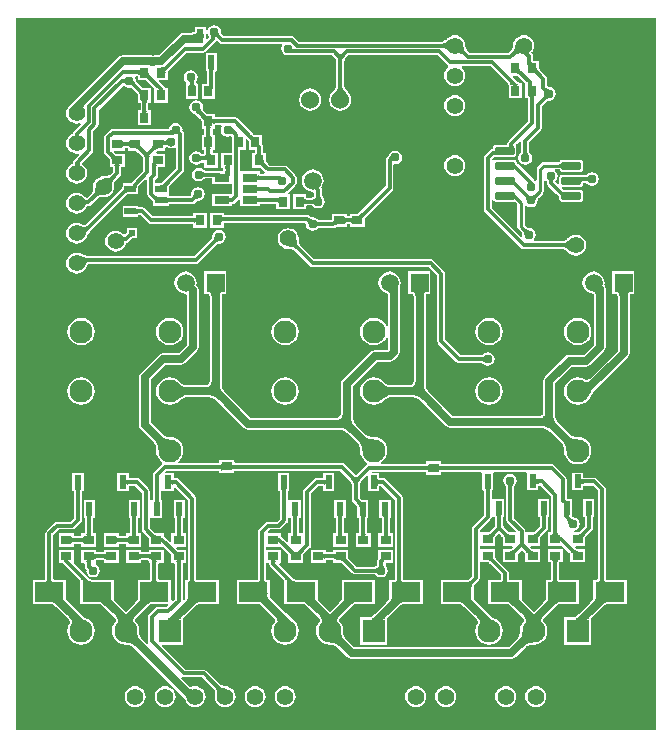
<source format=gbl>
G04*
G04 #@! TF.GenerationSoftware,Altium Limited,Altium Designer,22.11.1 (43)*
G04*
G04 Layer_Physical_Order=2*
G04 Layer_Color=16711680*
%FSLAX23Y23*%
%MOIN*%
G70*
G04*
G04 #@! TF.SameCoordinates,04B4AB74-AA84-4CEB-9DF3-F5B4E246035C*
G04*
G04*
G04 #@! TF.FilePolarity,Positive*
G04*
G01*
G75*
%ADD10C,0.010*%
%ADD24R,0.035X0.031*%
%ADD25R,0.031X0.035*%
G04:AMPARAMS|DCode=28|XSize=26mil|YSize=65mil|CornerRadius=2mil|HoleSize=0mil|Usage=FLASHONLY|Rotation=90.000|XOffset=0mil|YOffset=0mil|HoleType=Round|Shape=RoundedRectangle|*
%AMROUNDEDRECTD28*
21,1,0.026,0.061,0,0,90.0*
21,1,0.022,0.065,0,0,90.0*
1,1,0.004,0.031,0.011*
1,1,0.004,0.031,-0.011*
1,1,0.004,-0.031,-0.011*
1,1,0.004,-0.031,0.011*
%
%ADD28ROUNDEDRECTD28*%
%ADD29R,0.028X0.035*%
%ADD49C,0.012*%
%ADD50C,0.025*%
%ADD51C,0.060*%
%ADD52C,0.059*%
%ADD53C,0.250*%
%ADD54C,0.055*%
%ADD55R,0.059X0.059*%
%ADD56C,0.077*%
%ADD57R,0.077X0.077*%
%ADD58C,0.031*%
%ADD59R,0.020X0.020*%
%ADD60R,0.039X0.024*%
%ADD61R,0.024X0.045*%
%ADD62R,0.051X0.028*%
%ADD63R,0.098X0.067*%
G36*
X6772Y4942D02*
X6772Y2568D01*
X4638Y2568D01*
Y4942D01*
X6772Y4942D01*
D02*
G37*
%LPC*%
G36*
X5298Y4918D02*
X5290Y4916D01*
X5282Y4911D01*
X5277Y4904D01*
X5276Y4895D01*
X5277Y4886D01*
X5282Y4880D01*
X5282Y4880D01*
X5282Y4878D01*
X5275Y4872D01*
X5271Y4874D01*
Y4877D01*
X5272Y4882D01*
X5271Y4888D01*
Y4912D01*
X5233D01*
Y4897D01*
X5233Y4897D01*
X5233Y4897D01*
X5232Y4896D01*
X5232Y4896D01*
X5231Y4895D01*
X5229Y4894D01*
X5226Y4894D01*
X5223Y4893D01*
X5221Y4893D01*
X5198D01*
X5190Y4891D01*
X5184Y4887D01*
X5114Y4817D01*
X5097D01*
X5094Y4816D01*
X5090Y4817D01*
X4993D01*
X4985Y4816D01*
X4979Y4811D01*
X4826Y4659D01*
X4825Y4657D01*
X4823Y4655D01*
X4823Y4655D01*
X4815Y4650D01*
X4810Y4642D01*
X4806Y4634D01*
X4805Y4625D01*
X4806Y4616D01*
X4810Y4608D01*
X4815Y4600D01*
X4823Y4595D01*
X4831Y4591D01*
X4840Y4590D01*
X4849Y4591D01*
X4852Y4592D01*
X4855Y4588D01*
X4831Y4564D01*
X4828Y4560D01*
X4827Y4557D01*
X4823Y4555D01*
X4815Y4550D01*
X4810Y4542D01*
X4806Y4534D01*
X4805Y4525D01*
X4806Y4516D01*
X4810Y4508D01*
X4815Y4500D01*
X4823Y4495D01*
X4831Y4491D01*
X4840Y4490D01*
X4845Y4491D01*
X4847Y4486D01*
X4833Y4472D01*
X4830Y4468D01*
X4829Y4463D01*
Y4461D01*
X4829Y4460D01*
X4829Y4459D01*
X4829Y4459D01*
X4829Y4458D01*
X4828Y4458D01*
X4828Y4458D01*
X4828Y4458D01*
X4828Y4458D01*
X4827Y4457D01*
X4827Y4457D01*
X4823Y4455D01*
X4815Y4450D01*
X4810Y4442D01*
X4806Y4434D01*
X4805Y4425D01*
X4806Y4416D01*
X4810Y4408D01*
X4815Y4400D01*
X4823Y4395D01*
X4831Y4391D01*
X4840Y4390D01*
X4849Y4391D01*
X4857Y4395D01*
X4865Y4400D01*
X4870Y4408D01*
X4874Y4416D01*
X4875Y4425D01*
X4874Y4434D01*
X4870Y4442D01*
X4865Y4450D01*
X4859Y4454D01*
X4858Y4459D01*
X4858Y4460D01*
X4890Y4491D01*
X4893Y4496D01*
X4894Y4501D01*
Y4542D01*
X4893Y4544D01*
Y4563D01*
X4909Y4578D01*
X4912Y4583D01*
X4913Y4588D01*
Y4636D01*
X4993Y4716D01*
X4993Y4716D01*
X4999Y4716D01*
X5006Y4711D01*
X5015Y4710D01*
X5018Y4710D01*
X5019Y4710D01*
X5020Y4710D01*
X5020Y4710D01*
X5021Y4710D01*
X5021Y4710D01*
X5022Y4710D01*
X5022Y4710D01*
X5023Y4709D01*
X5023Y4709D01*
X5024Y4709D01*
X5039Y4693D01*
X5041Y4691D01*
X5042Y4690D01*
X5043Y4688D01*
X5043Y4688D01*
Y4660D01*
X5053D01*
X5053Y4660D01*
X5053Y4659D01*
X5053Y4658D01*
Y4637D01*
X5053Y4636D01*
X5053Y4635D01*
X5053Y4635D01*
X5043D01*
Y4585D01*
X5089D01*
Y4635D01*
X5080D01*
X5080Y4635D01*
X5080Y4636D01*
X5079Y4637D01*
Y4658D01*
X5080Y4659D01*
X5080Y4660D01*
X5080Y4660D01*
X5089D01*
Y4710D01*
X5061D01*
X5060Y4710D01*
X5057Y4713D01*
X5040Y4730D01*
X5040Y4730D01*
X5040Y4730D01*
X5039Y4731D01*
X5039Y4732D01*
X5038Y4733D01*
X5038Y4734D01*
X5038Y4734D01*
X5038Y4735D01*
X5037Y4736D01*
X5037Y4737D01*
X5036Y4741D01*
X5035Y4743D01*
X5037Y4748D01*
X5041D01*
X5042Y4748D01*
X5043Y4747D01*
X5043Y4747D01*
Y4735D01*
X5071D01*
X5072Y4735D01*
X5076Y4732D01*
X5099Y4709D01*
Y4660D01*
X5144D01*
Y4710D01*
X5134D01*
X5134Y4710D01*
X5131Y4714D01*
X5114Y4731D01*
X5116Y4735D01*
X5144D01*
Y4763D01*
X5144Y4763D01*
X5145Y4765D01*
X5148Y4768D01*
X5206Y4826D01*
X5262D01*
X5267Y4827D01*
X5271Y4830D01*
X5304Y4864D01*
X5305Y4864D01*
X5310Y4865D01*
X5315Y4859D01*
X5320Y4856D01*
X5325Y4855D01*
X5523D01*
X5525Y4851D01*
X5524Y4849D01*
X5522Y4840D01*
X5524Y4831D01*
X5529Y4824D01*
X5536Y4819D01*
X5545Y4817D01*
X5548Y4818D01*
X5691D01*
X5701Y4808D01*
X5702Y4807D01*
X5703Y4806D01*
X5703Y4804D01*
X5704Y4803D01*
X5705Y4801D01*
X5705Y4800D01*
X5705Y4798D01*
X5706Y4797D01*
Y4716D01*
X5705Y4714D01*
X5705Y4713D01*
X5704Y4711D01*
X5703Y4709D01*
X5701Y4707D01*
X5700Y4704D01*
X5695Y4699D01*
X5693Y4697D01*
X5692Y4696D01*
X5686Y4689D01*
X5683Y4680D01*
X5681Y4670D01*
X5683Y4660D01*
X5686Y4651D01*
X5692Y4644D01*
X5700Y4638D01*
X5709Y4634D01*
X5719Y4633D01*
X5728Y4634D01*
X5737Y4638D01*
X5745Y4644D01*
X5751Y4651D01*
X5755Y4660D01*
X5756Y4670D01*
X5755Y4680D01*
X5751Y4689D01*
X5745Y4696D01*
X5744Y4697D01*
X5740Y4702D01*
X5738Y4704D01*
X5736Y4707D01*
X5735Y4709D01*
X5734Y4711D01*
X5733Y4713D01*
X5732Y4714D01*
X5732Y4716D01*
Y4797D01*
X5732Y4798D01*
X5733Y4800D01*
X5733Y4801D01*
X5734Y4803D01*
X5734Y4804D01*
X5735Y4806D01*
X5736Y4807D01*
X5737Y4808D01*
X5746Y4818D01*
X6044D01*
X6077Y4785D01*
X6079Y4783D01*
X6079Y4777D01*
X6075Y4775D01*
X6070Y4767D01*
X6066Y4759D01*
X6065Y4750D01*
X6066Y4741D01*
X6070Y4733D01*
X6075Y4725D01*
X6083Y4720D01*
X6091Y4716D01*
X6100Y4715D01*
X6109Y4716D01*
X6117Y4720D01*
X6125Y4725D01*
X6130Y4733D01*
X6134Y4741D01*
X6135Y4750D01*
X6134Y4759D01*
X6130Y4767D01*
X6125Y4775D01*
X6123Y4776D01*
X6125Y4781D01*
X6221D01*
X6279Y4722D01*
X6280Y4719D01*
X6280Y4718D01*
X6280Y4717D01*
Y4675D01*
X6325D01*
Y4718D01*
X6325Y4718D01*
X6325Y4718D01*
Y4725D01*
X6319D01*
X6318Y4725D01*
X6317Y4725D01*
X6316Y4725D01*
X6315Y4726D01*
X6313Y4727D01*
X6312Y4728D01*
X6306Y4733D01*
X6293Y4746D01*
X6295Y4750D01*
X6303D01*
X6303Y4750D01*
X6303Y4750D01*
X6308D01*
X6309Y4750D01*
X6312Y4747D01*
X6335Y4724D01*
Y4718D01*
X6335Y4718D01*
X6335Y4718D01*
Y4675D01*
X6344D01*
X6344Y4675D01*
X6344Y4674D01*
X6344Y4673D01*
Y4597D01*
X6280Y4532D01*
X6277Y4528D01*
X6276Y4523D01*
Y4520D01*
X6276Y4520D01*
X6236D01*
X6233Y4519D01*
X6230Y4517D01*
X6228Y4514D01*
X6227Y4511D01*
Y4506D01*
X6223Y4506D01*
X6219Y4503D01*
X6201Y4484D01*
X6198Y4480D01*
X6197Y4475D01*
Y4305D01*
X6198Y4300D01*
X6201Y4296D01*
X6321Y4176D01*
X6325Y4173D01*
X6330Y4172D01*
X6462D01*
X6463Y4172D01*
X6464Y4171D01*
X6466Y4170D01*
X6468Y4169D01*
X6470Y4168D01*
X6472Y4167D01*
X6476Y4163D01*
X6478Y4161D01*
X6479Y4160D01*
X6486Y4155D01*
X6495Y4151D01*
X6504Y4150D01*
X6513Y4151D01*
X6521Y4155D01*
X6528Y4160D01*
X6534Y4168D01*
X6537Y4176D01*
X6538Y4185D01*
X6537Y4194D01*
X6534Y4202D01*
X6528Y4210D01*
X6521Y4215D01*
X6513Y4219D01*
X6504Y4220D01*
X6495Y4219D01*
X6486Y4215D01*
X6479Y4210D01*
X6478Y4209D01*
X6476Y4207D01*
X6474Y4205D01*
X6472Y4203D01*
X6470Y4202D01*
X6468Y4201D01*
X6466Y4200D01*
X6464Y4199D01*
X6463Y4198D01*
X6462Y4198D01*
X6365D01*
X6363Y4203D01*
X6364Y4204D01*
X6369Y4211D01*
X6371Y4220D01*
X6369Y4229D01*
X6364Y4236D01*
X6357Y4241D01*
X6348Y4243D01*
X6346Y4243D01*
X6345Y4243D01*
X6344Y4243D01*
X6344Y4243D01*
X6343Y4243D01*
X6342Y4244D01*
X6341Y4244D01*
X6341Y4244D01*
X6340Y4245D01*
X6334Y4251D01*
Y4316D01*
X6336Y4317D01*
X6339Y4318D01*
X6346Y4313D01*
X6355Y4311D01*
X6364Y4313D01*
X6371Y4318D01*
X6376Y4325D01*
X6378Y4334D01*
X6378Y4335D01*
X6378Y4336D01*
X6378Y4337D01*
X6378Y4338D01*
X6378Y4339D01*
X6378Y4339D01*
X6379Y4340D01*
X6379Y4341D01*
X6379Y4341D01*
X6380Y4342D01*
X6394Y4356D01*
X6396Y4360D01*
X6397Y4364D01*
Y4400D01*
X6402Y4401D01*
X6404Y4399D01*
X6407Y4397D01*
X6407Y4395D01*
Y4393D01*
X6408Y4388D01*
X6411Y4383D01*
X6438Y4356D01*
X6443Y4353D01*
X6443Y4353D01*
X6446Y4349D01*
X6447Y4348D01*
X6448Y4347D01*
X6449Y4346D01*
X6449Y4345D01*
Y4339D01*
X6450Y4336D01*
X6452Y4333D01*
X6455Y4331D01*
X6459Y4330D01*
X6520D01*
X6523Y4331D01*
X6526Y4333D01*
X6528Y4336D01*
X6529Y4339D01*
Y4361D01*
X6528Y4364D01*
X6526Y4367D01*
X6523Y4369D01*
X6520Y4370D01*
X6460D01*
X6460Y4371D01*
X6457Y4374D01*
X6456Y4376D01*
X6459Y4380D01*
X6459Y4380D01*
X6520D01*
X6523Y4381D01*
X6526Y4383D01*
X6528Y4386D01*
X6529Y4389D01*
Y4391D01*
X6529Y4391D01*
X6530Y4392D01*
X6531Y4392D01*
X6536D01*
X6536Y4392D01*
X6537Y4392D01*
X6538Y4391D01*
X6539Y4391D01*
X6539Y4391D01*
X6540Y4390D01*
X6541Y4390D01*
X6541Y4390D01*
X6542Y4389D01*
X6549Y4384D01*
X6558Y4382D01*
X6567Y4384D01*
X6574Y4389D01*
X6579Y4396D01*
X6581Y4405D01*
X6579Y4414D01*
X6574Y4421D01*
X6567Y4426D01*
X6558Y4428D01*
X6549Y4426D01*
X6542Y4421D01*
X6541Y4420D01*
X6541Y4420D01*
X6540Y4420D01*
X6539Y4419D01*
X6539Y4419D01*
X6538Y4419D01*
X6537Y4418D01*
X6536Y4418D01*
X6536Y4418D01*
X6528D01*
X6525Y4418D01*
X6524Y4419D01*
X6524Y4419D01*
X6524Y4419D01*
X6523Y4419D01*
X6520Y4420D01*
X6459D01*
X6455Y4419D01*
X6452Y4417D01*
X6450Y4414D01*
X6449Y4411D01*
Y4389D01*
X6449Y4389D01*
X6445Y4387D01*
X6436Y4396D01*
X6436Y4399D01*
X6441Y4406D01*
X6443Y4415D01*
X6441Y4424D01*
X6436Y4431D01*
X6434Y4433D01*
X6435Y4438D01*
X6449D01*
X6449Y4438D01*
X6450Y4438D01*
X6450Y4436D01*
X6452Y4433D01*
X6455Y4431D01*
X6459Y4430D01*
X6520D01*
X6523Y4431D01*
X6526Y4433D01*
X6528Y4436D01*
X6529Y4439D01*
Y4461D01*
X6528Y4464D01*
X6526Y4467D01*
X6523Y4469D01*
X6520Y4470D01*
X6459D01*
X6455Y4469D01*
X6452Y4467D01*
X6450Y4464D01*
X6450Y4462D01*
X6449Y4462D01*
X6449Y4462D01*
X6398D01*
X6393Y4461D01*
X6389Y4459D01*
X6376Y4446D01*
X6374Y4442D01*
X6373Y4437D01*
Y4401D01*
X6368Y4399D01*
X6368Y4399D01*
X6365Y4401D01*
X6364Y4402D01*
X6313Y4454D01*
X6311Y4456D01*
X6308Y4459D01*
X6307Y4461D01*
X6306Y4462D01*
X6306Y4462D01*
X6306Y4462D01*
X6306Y4463D01*
X6306Y4463D01*
X6306Y4463D01*
X6306Y4464D01*
X6304Y4467D01*
X6301Y4469D01*
X6297Y4470D01*
X6236D01*
X6233Y4469D01*
X6230Y4468D01*
X6227Y4468D01*
X6225Y4469D01*
X6225Y4470D01*
X6225Y4471D01*
X6234Y4480D01*
X6260D01*
X6260Y4480D01*
X6297D01*
X6301Y4481D01*
X6304Y4483D01*
X6306Y4486D01*
X6306Y4489D01*
Y4511D01*
X6306Y4514D01*
X6305Y4516D01*
X6304Y4517D01*
X6306Y4521D01*
X6307Y4521D01*
X6317Y4532D01*
X6322Y4530D01*
Y4497D01*
X6322Y4497D01*
X6322Y4496D01*
X6322Y4495D01*
X6321Y4494D01*
X6321Y4493D01*
X6321Y4493D01*
X6320Y4492D01*
X6320Y4492D01*
X6319Y4491D01*
X6314Y4484D01*
X6312Y4475D01*
X6314Y4466D01*
X6319Y4459D01*
X6327Y4454D01*
X6335Y4452D01*
X6344Y4454D01*
X6352Y4459D01*
X6357Y4466D01*
X6358Y4475D01*
X6357Y4484D01*
X6352Y4491D01*
X6350Y4492D01*
X6350Y4492D01*
X6350Y4493D01*
X6349Y4493D01*
X6349Y4494D01*
X6349Y4495D01*
X6349Y4496D01*
X6349Y4497D01*
X6349Y4497D01*
Y4527D01*
X6386Y4565D01*
X6389Y4569D01*
X6390Y4574D01*
Y4646D01*
X6408Y4665D01*
X6409Y4665D01*
X6409Y4665D01*
X6410Y4666D01*
X6411Y4666D01*
X6411Y4666D01*
X6412Y4666D01*
X6413Y4667D01*
X6413Y4667D01*
X6414Y4666D01*
X6423Y4668D01*
X6431Y4673D01*
X6436Y4681D01*
X6437Y4689D01*
X6436Y4698D01*
X6431Y4706D01*
X6423Y4711D01*
X6414Y4712D01*
X6414Y4712D01*
X6409Y4715D01*
Y4739D01*
X6408Y4744D01*
X6405Y4748D01*
X6384Y4770D01*
X6383Y4771D01*
X6382Y4772D01*
X6381Y4774D01*
X6380Y4775D01*
Y4779D01*
X6380Y4779D01*
X6380Y4779D01*
Y4800D01*
X6361D01*
X6361Y4800D01*
X6361Y4801D01*
X6361Y4802D01*
Y4815D01*
X6360Y4820D01*
X6357Y4824D01*
X6356Y4825D01*
X6356Y4826D01*
X6356Y4826D01*
X6356Y4826D01*
X6356Y4826D01*
X6356Y4826D01*
X6356Y4827D01*
X6356Y4827D01*
X6357Y4828D01*
X6357Y4829D01*
X6358Y4829D01*
X6360Y4833D01*
X6364Y4841D01*
X6365Y4850D01*
X6364Y4859D01*
X6360Y4867D01*
X6355Y4875D01*
X6347Y4880D01*
X6339Y4884D01*
X6330Y4885D01*
X6321Y4884D01*
X6313Y4880D01*
X6305Y4875D01*
X6300Y4867D01*
X6296Y4859D01*
X6296Y4856D01*
X6296Y4856D01*
X6295Y4852D01*
X6294Y4849D01*
X6293Y4843D01*
X6292Y4841D01*
X6291Y4839D01*
X6290Y4837D01*
X6289Y4835D01*
X6289Y4834D01*
X6280Y4826D01*
X6150D01*
X6141Y4834D01*
X6141Y4835D01*
X6140Y4837D01*
X6139Y4839D01*
X6138Y4841D01*
X6137Y4843D01*
X6135Y4852D01*
X6134Y4856D01*
X6134Y4856D01*
X6134Y4859D01*
X6130Y4867D01*
X6125Y4875D01*
X6117Y4880D01*
X6109Y4884D01*
X6100Y4885D01*
X6091Y4884D01*
X6083Y4880D01*
X6075Y4875D01*
X6075Y4874D01*
X6073Y4872D01*
X6071Y4870D01*
X6068Y4868D01*
X6066Y4867D01*
X6064Y4866D01*
X6063Y4865D01*
X6061Y4864D01*
X6059Y4863D01*
X6058Y4863D01*
X5581D01*
X5566Y4878D01*
X5562Y4881D01*
X5557Y4882D01*
X5330D01*
X5323Y4889D01*
X5323Y4889D01*
X5323Y4890D01*
X5322Y4891D01*
X5322Y4891D01*
X5322Y4892D01*
X5321Y4893D01*
X5321Y4893D01*
X5321Y4894D01*
X5321Y4895D01*
X5320Y4904D01*
X5315Y4911D01*
X5307Y4916D01*
X5298Y4918D01*
D02*
G37*
G36*
X5308Y4824D02*
X5270D01*
Y4771D01*
X5270Y4771D01*
X5270Y4771D01*
Y4764D01*
X5276D01*
X5276Y4764D01*
X5276Y4763D01*
X5276Y4762D01*
Y4725D01*
X5276Y4724D01*
X5276Y4723D01*
X5276Y4723D01*
X5259D01*
Y4673D01*
X5300D01*
Y4701D01*
X5301Y4703D01*
X5302Y4708D01*
Y4762D01*
X5302Y4763D01*
X5303Y4764D01*
X5303Y4764D01*
X5308D01*
Y4771D01*
X5308Y4771D01*
X5308Y4771D01*
Y4824D01*
D02*
G37*
G36*
X5220Y4768D02*
X5211Y4766D01*
X5204Y4761D01*
X5199Y4754D01*
X5197Y4745D01*
X5199Y4736D01*
X5204Y4729D01*
X5205Y4728D01*
X5204Y4723D01*
X5203D01*
Y4673D01*
X5245D01*
Y4723D01*
X5241D01*
X5238Y4728D01*
X5238Y4729D01*
X5238Y4729D01*
X5238Y4730D01*
X5238Y4731D01*
X5239Y4732D01*
X5239Y4733D01*
X5240Y4734D01*
X5240Y4734D01*
X5241Y4736D01*
X5243Y4745D01*
X5241Y4754D01*
X5236Y4761D01*
X5229Y4766D01*
X5220Y4768D01*
D02*
G37*
G36*
X5619Y4707D02*
X5609Y4706D01*
X5600Y4702D01*
X5592Y4696D01*
X5586Y4689D01*
X5583Y4680D01*
X5581Y4670D01*
X5583Y4660D01*
X5586Y4651D01*
X5592Y4644D01*
X5600Y4638D01*
X5609Y4634D01*
X5619Y4633D01*
X5628Y4634D01*
X5637Y4638D01*
X5645Y4644D01*
X5651Y4651D01*
X5655Y4660D01*
X5656Y4670D01*
X5655Y4680D01*
X5651Y4689D01*
X5645Y4696D01*
X5637Y4702D01*
X5628Y4706D01*
X5619Y4707D01*
D02*
G37*
G36*
X6100Y4685D02*
X6091Y4684D01*
X6083Y4680D01*
X6075Y4675D01*
X6070Y4667D01*
X6066Y4659D01*
X6065Y4650D01*
X6066Y4641D01*
X6070Y4633D01*
X6075Y4625D01*
X6083Y4620D01*
X6091Y4616D01*
X6100Y4615D01*
X6109Y4616D01*
X6117Y4620D01*
X6125Y4625D01*
X6130Y4633D01*
X6134Y4641D01*
X6135Y4650D01*
X6134Y4659D01*
X6130Y4667D01*
X6125Y4675D01*
X6117Y4680D01*
X6109Y4684D01*
X6100Y4685D01*
D02*
G37*
G36*
X5902Y4500D02*
X5893Y4498D01*
X5885Y4493D01*
X5880Y4486D01*
X5873Y4479D01*
X5871Y4474D01*
X5870Y4469D01*
Y4381D01*
X5786Y4297D01*
X5782Y4293D01*
X5779Y4292D01*
X5778Y4291D01*
X5777Y4290D01*
X5750D01*
Y4281D01*
X5750Y4281D01*
X5749Y4281D01*
X5748Y4281D01*
X5742D01*
X5741Y4281D01*
X5740Y4281D01*
X5740Y4281D01*
Y4290D01*
X5690D01*
Y4268D01*
X5648D01*
X5648Y4268D01*
X5647Y4268D01*
X5647Y4269D01*
X5646Y4269D01*
X5645Y4269D01*
X5645Y4270D01*
X5644Y4270D01*
X5644Y4270D01*
X5643Y4271D01*
X5636Y4276D01*
X5627Y4278D01*
X5626Y4278D01*
X5625Y4278D01*
X5624Y4278D01*
X5624Y4278D01*
X5623Y4278D01*
X5622Y4279D01*
X5622Y4279D01*
X5621Y4280D01*
X5621Y4280D01*
X5618Y4282D01*
X5614Y4285D01*
X5609Y4286D01*
X5332D01*
X5331Y4286D01*
X5330Y4286D01*
X5330Y4286D01*
Y4292D01*
X5284D01*
Y4243D01*
X5330D01*
Y4259D01*
X5330Y4259D01*
X5331Y4259D01*
X5332Y4259D01*
X5601D01*
X5604Y4255D01*
X5606Y4246D01*
X5611Y4239D01*
X5618Y4234D01*
X5627Y4232D01*
X5636Y4234D01*
X5643Y4239D01*
X5644Y4240D01*
X5644Y4240D01*
X5645Y4240D01*
X5645Y4241D01*
X5646Y4241D01*
X5647Y4241D01*
X5647Y4242D01*
X5648Y4242D01*
X5648Y4242D01*
X5696D01*
X5701Y4243D01*
X5704Y4245D01*
X5705D01*
X5707Y4245D01*
X5740D01*
Y4254D01*
X5740Y4254D01*
X5741Y4254D01*
X5742Y4254D01*
X5748D01*
X5749Y4254D01*
X5750Y4254D01*
X5750Y4254D01*
Y4245D01*
X5800D01*
Y4268D01*
X5800Y4268D01*
X5800Y4268D01*
Y4273D01*
X5800Y4274D01*
X5803Y4277D01*
X5892Y4366D01*
X5895Y4370D01*
X5896Y4375D01*
Y4451D01*
X5900Y4454D01*
X5902Y4454D01*
X5910Y4455D01*
X5918Y4460D01*
X5923Y4468D01*
X5924Y4477D01*
X5923Y4485D01*
X5918Y4493D01*
X5910Y4498D01*
X5902Y4500D01*
D02*
G37*
G36*
X5239Y4667D02*
X5230Y4666D01*
X5223Y4661D01*
X5218Y4653D01*
X5216Y4644D01*
X5218Y4636D01*
X5223Y4628D01*
X5230Y4623D01*
X5232Y4623D01*
X5233Y4623D01*
X5235Y4622D01*
X5235Y4622D01*
X5237Y4620D01*
X5238Y4620D01*
X5239Y4619D01*
X5252Y4606D01*
X5254Y4604D01*
X5255Y4602D01*
X5256Y4601D01*
X5257Y4600D01*
Y4573D01*
X5266D01*
X5266Y4572D01*
X5266Y4571D01*
X5266Y4570D01*
Y4554D01*
X5266Y4553D01*
X5266Y4552D01*
X5266Y4552D01*
X5257D01*
Y4503D01*
X5266D01*
X5266Y4502D01*
X5266Y4501D01*
X5266Y4500D01*
Y4492D01*
X5265D01*
Y4491D01*
X5264Y4491D01*
X5260Y4488D01*
X5259Y4489D01*
X5258Y4489D01*
X5258Y4489D01*
X5257Y4489D01*
X5256Y4490D01*
X5256Y4490D01*
X5255Y4491D01*
X5248Y4496D01*
X5239Y4498D01*
X5230Y4496D01*
X5223Y4491D01*
X5218Y4484D01*
X5216Y4475D01*
X5218Y4466D01*
X5223Y4459D01*
X5230Y4454D01*
X5239Y4452D01*
X5248Y4454D01*
X5255Y4459D01*
X5256Y4460D01*
X5256Y4460D01*
X5257Y4460D01*
X5258Y4461D01*
X5258Y4461D01*
X5259Y4461D01*
X5260Y4462D01*
X5264Y4459D01*
X5265Y4459D01*
Y4443D01*
X5310D01*
Y4492D01*
X5293D01*
X5293Y4492D01*
X5293Y4494D01*
X5293Y4494D01*
Y4500D01*
X5293Y4501D01*
X5293Y4502D01*
X5293Y4503D01*
X5302D01*
Y4552D01*
X5293D01*
X5293Y4552D01*
X5293Y4553D01*
X5293Y4554D01*
Y4570D01*
X5293Y4571D01*
X5293Y4572D01*
X5293Y4573D01*
X5302D01*
Y4584D01*
X5302Y4584D01*
X5304Y4584D01*
X5304Y4584D01*
X5321D01*
X5323Y4580D01*
X5321Y4577D01*
X5320Y4568D01*
X5321Y4559D01*
X5326Y4552D01*
X5334Y4547D01*
X5343Y4545D01*
X5351Y4547D01*
X5353Y4548D01*
X5358Y4545D01*
Y4545D01*
X5358Y4545D01*
X5358Y4545D01*
Y4545D01*
X5358Y4545D01*
X5358Y4545D01*
Y4510D01*
X5358Y4510D01*
X5358Y4510D01*
Y4503D01*
X5358D01*
X5358Y4501D01*
Y4492D01*
X5320D01*
Y4443D01*
X5329D01*
X5329Y4443D01*
X5329Y4441D01*
X5329Y4440D01*
Y4433D01*
X5329Y4432D01*
X5329Y4431D01*
X5329Y4431D01*
X5322D01*
X5319Y4432D01*
X5314Y4433D01*
X5268D01*
X5268Y4433D01*
X5267Y4433D01*
X5267Y4434D01*
X5266Y4434D01*
X5265Y4434D01*
X5265Y4435D01*
X5264Y4435D01*
X5264Y4435D01*
X5263Y4436D01*
X5256Y4441D01*
X5247Y4443D01*
X5238Y4441D01*
X5231Y4436D01*
X5226Y4429D01*
X5224Y4420D01*
X5226Y4411D01*
X5231Y4404D01*
X5238Y4399D01*
X5247Y4397D01*
X5256Y4399D01*
X5263Y4404D01*
X5264Y4405D01*
X5264Y4405D01*
X5265Y4405D01*
X5265Y4406D01*
X5266Y4406D01*
X5267Y4406D01*
X5267Y4407D01*
X5268Y4407D01*
X5268Y4407D01*
X5290D01*
X5290Y4407D01*
X5292Y4406D01*
X5292Y4406D01*
Y4389D01*
X5357D01*
X5358Y4385D01*
Y4360D01*
X5357Y4356D01*
X5292D01*
Y4314D01*
X5357D01*
Y4322D01*
X5359D01*
X5364Y4323D01*
X5369Y4326D01*
X5381Y4338D01*
X5381Y4338D01*
X5386Y4337D01*
Y4314D01*
X5452D01*
Y4321D01*
X5452Y4321D01*
X5453Y4322D01*
X5454Y4322D01*
X5502D01*
X5503Y4322D01*
X5504Y4321D01*
X5505Y4321D01*
Y4305D01*
X5550D01*
Y4355D01*
X5548D01*
X5546Y4359D01*
X5569Y4382D01*
X5572Y4387D01*
X5573Y4392D01*
Y4410D01*
X5572Y4415D01*
X5569Y4419D01*
X5542Y4447D01*
X5538Y4449D01*
X5533Y4450D01*
X5524D01*
X5522Y4450D01*
X5484D01*
X5477Y4456D01*
X5473Y4461D01*
X5472Y4463D01*
X5470Y4465D01*
X5470Y4465D01*
Y4492D01*
X5461D01*
X5461Y4492D01*
X5461Y4494D01*
X5461Y4494D01*
Y4513D01*
X5460Y4519D01*
X5458Y4521D01*
Y4552D01*
X5433D01*
X5432Y4553D01*
X5428Y4556D01*
X5377Y4607D01*
X5373Y4610D01*
X5368Y4611D01*
X5304D01*
X5304Y4611D01*
X5302Y4611D01*
X5302Y4611D01*
Y4622D01*
X5274D01*
X5273Y4623D01*
X5270Y4626D01*
X5261Y4634D01*
X5261Y4634D01*
X5261Y4635D01*
X5261Y4635D01*
X5260Y4636D01*
X5260Y4636D01*
X5260Y4636D01*
X5262Y4644D01*
X5260Y4653D01*
X5255Y4661D01*
X5248Y4666D01*
X5239Y4667D01*
D02*
G37*
G36*
X6100Y4485D02*
X6091Y4484D01*
X6083Y4480D01*
X6075Y4475D01*
X6070Y4467D01*
X6066Y4459D01*
X6065Y4450D01*
X6066Y4441D01*
X6070Y4433D01*
X6075Y4425D01*
X6083Y4420D01*
X6091Y4416D01*
X6100Y4415D01*
X6109Y4416D01*
X6117Y4420D01*
X6125Y4425D01*
X6130Y4433D01*
X6134Y4441D01*
X6135Y4450D01*
X6134Y4459D01*
X6130Y4467D01*
X6125Y4475D01*
X6117Y4480D01*
X6109Y4484D01*
X6100Y4485D01*
D02*
G37*
G36*
X5627Y4437D02*
X5617Y4436D01*
X5608Y4432D01*
X5601Y4426D01*
X5595Y4419D01*
X5591Y4410D01*
X5590Y4400D01*
X5591Y4391D01*
X5595Y4382D01*
X5601Y4374D01*
X5608Y4368D01*
X5617Y4365D01*
X5627Y4363D01*
X5632Y4359D01*
Y4352D01*
X5632Y4352D01*
X5632Y4351D01*
X5631Y4350D01*
X5631Y4349D01*
X5631Y4348D01*
X5630Y4348D01*
X5630Y4347D01*
X5630Y4347D01*
X5629Y4346D01*
X5628Y4345D01*
X5628Y4345D01*
X5627Y4345D01*
X5627Y4344D01*
X5626Y4344D01*
X5625Y4344D01*
X5624Y4343D01*
X5623Y4343D01*
X5623Y4343D01*
X5608D01*
X5607Y4343D01*
X5606Y4344D01*
X5605Y4344D01*
Y4355D01*
X5560D01*
Y4305D01*
X5605D01*
Y4316D01*
X5606Y4316D01*
X5607Y4317D01*
X5608Y4317D01*
X5623D01*
X5623Y4317D01*
X5624Y4317D01*
X5625Y4316D01*
X5626Y4316D01*
X5627Y4316D01*
X5627Y4315D01*
X5628Y4315D01*
X5628Y4315D01*
X5629Y4314D01*
X5636Y4309D01*
X5645Y4307D01*
X5654Y4309D01*
X5661Y4314D01*
X5666Y4321D01*
X5668Y4330D01*
X5666Y4339D01*
X5661Y4346D01*
X5660Y4347D01*
X5660Y4347D01*
X5660Y4348D01*
X5659Y4348D01*
X5659Y4349D01*
X5659Y4350D01*
X5658Y4351D01*
X5658Y4352D01*
X5658Y4352D01*
Y4370D01*
X5657Y4375D01*
X5655Y4377D01*
X5659Y4382D01*
X5662Y4391D01*
X5664Y4400D01*
X5662Y4410D01*
X5659Y4419D01*
X5653Y4426D01*
X5645Y4432D01*
X5636Y4436D01*
X5627Y4437D01*
D02*
G37*
G36*
X5170Y4593D02*
X5161Y4591D01*
X5154Y4586D01*
X5149Y4579D01*
X5148Y4573D01*
X5148Y4573D01*
X5148Y4573D01*
X4962D01*
X4957Y4572D01*
X4952Y4569D01*
X4946Y4563D01*
X4943Y4561D01*
X4935Y4553D01*
X4932Y4549D01*
X4931Y4544D01*
Y4496D01*
X4932Y4491D01*
X4935Y4487D01*
X4946Y4476D01*
X4948Y4474D01*
X4949Y4472D01*
X4950Y4471D01*
Y4445D01*
X4961D01*
X4961Y4444D01*
X4962Y4443D01*
X4962Y4442D01*
Y4430D01*
X4950Y4419D01*
X4949Y4418D01*
X4948Y4417D01*
X4946Y4417D01*
X4944Y4416D01*
X4942Y4416D01*
X4940Y4415D01*
X4934Y4415D01*
X4931Y4415D01*
X4930Y4415D01*
X4921Y4414D01*
X4913Y4410D01*
X4905Y4405D01*
X4900Y4397D01*
X4896Y4389D01*
X4895Y4380D01*
X4895Y4379D01*
X4895Y4376D01*
X4895Y4373D01*
X4895Y4371D01*
X4894Y4368D01*
X4894Y4366D01*
X4893Y4364D01*
X4893Y4362D01*
X4892Y4361D01*
X4891Y4360D01*
X4875Y4343D01*
X4869Y4344D01*
X4865Y4350D01*
X4857Y4355D01*
X4849Y4359D01*
X4840Y4360D01*
X4831Y4359D01*
X4823Y4355D01*
X4815Y4350D01*
X4810Y4342D01*
X4806Y4334D01*
X4805Y4325D01*
X4806Y4316D01*
X4810Y4308D01*
X4815Y4300D01*
X4823Y4295D01*
X4831Y4291D01*
X4840Y4290D01*
X4849Y4291D01*
X4857Y4295D01*
X4865Y4300D01*
X4870Y4308D01*
X4872Y4312D01*
X4872Y4313D01*
X4873Y4313D01*
X4873Y4313D01*
X4873Y4313D01*
X4873Y4314D01*
X4873Y4314D01*
X4874Y4314D01*
X4874Y4314D01*
X4875Y4314D01*
X4876Y4314D01*
X4878D01*
X4883Y4315D01*
X4887Y4318D01*
X4910Y4341D01*
X4911Y4342D01*
X4912Y4343D01*
X4914Y4343D01*
X4916Y4344D01*
X4918Y4344D01*
X4920Y4345D01*
X4926Y4345D01*
X4929Y4345D01*
X4930Y4345D01*
X4939Y4346D01*
X4947Y4350D01*
X4955Y4355D01*
X4960Y4363D01*
X4964Y4371D01*
X4965Y4380D01*
X4965Y4381D01*
X4965Y4384D01*
X4965Y4387D01*
X4965Y4389D01*
X4966Y4392D01*
X4966Y4394D01*
X4967Y4396D01*
X4967Y4398D01*
X4968Y4399D01*
X4969Y4400D01*
X4984Y4416D01*
X4987Y4420D01*
X4988Y4425D01*
X4988Y4425D01*
Y4442D01*
X4988Y4443D01*
X4989Y4444D01*
X4989Y4445D01*
X5000D01*
Y4490D01*
X4970D01*
X4969Y4491D01*
X4965Y4494D01*
X4964Y4495D01*
X4966Y4500D01*
X5000D01*
Y4509D01*
X5000Y4509D01*
X5001Y4509D01*
X5002Y4509D01*
X5008D01*
X5009Y4509D01*
X5010Y4509D01*
X5010Y4509D01*
Y4500D01*
X5037D01*
X5038Y4500D01*
X5039Y4498D01*
X5046Y4493D01*
X5057Y4482D01*
X5058Y4481D01*
X5059Y4479D01*
X5060Y4478D01*
X5060Y4476D01*
X5061Y4475D01*
X5061Y4473D01*
X5062Y4472D01*
X5062Y4470D01*
Y4433D01*
X5024Y4395D01*
X5021Y4391D01*
X4993D01*
Y4378D01*
X4992Y4377D01*
X4991Y4376D01*
X4989Y4372D01*
X4870Y4253D01*
X4869Y4253D01*
X4868Y4252D01*
X4867Y4252D01*
X4866Y4252D01*
X4865Y4252D01*
X4863Y4252D01*
X4862Y4253D01*
X4860Y4253D01*
X4858Y4254D01*
X4857Y4255D01*
X4849Y4259D01*
X4840Y4260D01*
X4831Y4259D01*
X4823Y4255D01*
X4815Y4250D01*
X4810Y4242D01*
X4806Y4234D01*
X4805Y4225D01*
X4806Y4216D01*
X4810Y4208D01*
X4815Y4200D01*
X4823Y4195D01*
X4831Y4191D01*
X4840Y4190D01*
X4849Y4191D01*
X4857Y4195D01*
X4865Y4200D01*
X4870Y4208D01*
X4871Y4209D01*
X4871Y4209D01*
X4873Y4212D01*
X4876Y4219D01*
X4881Y4226D01*
X4883Y4229D01*
X4886Y4232D01*
X5003Y4349D01*
X5005Y4352D01*
X5007Y4353D01*
X5008Y4354D01*
X5046D01*
Y4377D01*
X5046Y4378D01*
Y4381D01*
X5071Y4405D01*
X5076Y4403D01*
Y4355D01*
X5077Y4350D01*
X5080Y4346D01*
X5091Y4334D01*
X5092Y4333D01*
X5094Y4331D01*
X5095Y4330D01*
X5095Y4329D01*
Y4316D01*
X5141D01*
X5141Y4316D01*
X5141Y4316D01*
X5148D01*
Y4321D01*
X5149Y4321D01*
X5150Y4322D01*
X5151Y4322D01*
X5225D01*
X5230Y4323D01*
X5234Y4326D01*
X5239Y4330D01*
X5239Y4330D01*
X5240Y4331D01*
X5241Y4331D01*
X5241Y4332D01*
X5242Y4332D01*
X5243Y4332D01*
X5243Y4332D01*
X5244Y4332D01*
X5245Y4332D01*
X5254Y4334D01*
X5261Y4339D01*
X5266Y4346D01*
X5268Y4355D01*
X5266Y4364D01*
X5261Y4371D01*
X5254Y4376D01*
X5245Y4378D01*
X5236Y4376D01*
X5229Y4371D01*
X5224Y4364D01*
X5222Y4355D01*
X5222Y4354D01*
X5222Y4353D01*
X5222Y4353D01*
X5222Y4352D01*
X5222Y4351D01*
X5221Y4351D01*
X5221Y4350D01*
X5220Y4349D01*
X5220Y4349D01*
X5219Y4348D01*
X5151D01*
X5150Y4348D01*
X5149Y4348D01*
X5148Y4348D01*
Y4375D01*
X5148Y4375D01*
X5148Y4375D01*
Y4380D01*
X5148Y4380D01*
X5152Y4384D01*
X5194Y4426D01*
X5197Y4431D01*
X5198Y4436D01*
Y4555D01*
X5197Y4560D01*
X5194Y4564D01*
X5192Y4567D01*
X5193Y4570D01*
X5191Y4579D01*
X5186Y4586D01*
X5179Y4591D01*
X5170Y4593D01*
D02*
G37*
G36*
X5039Y4316D02*
X5039Y4316D01*
X4993D01*
Y4279D01*
X5039D01*
X5039Y4279D01*
X5039Y4279D01*
X5046D01*
Y4284D01*
X5046Y4284D01*
X5047Y4284D01*
X5048Y4284D01*
X5054D01*
X5080Y4258D01*
X5084Y4255D01*
X5089Y4254D01*
X5227D01*
X5228Y4254D01*
X5229Y4254D01*
X5229Y4254D01*
Y4243D01*
X5274D01*
Y4292D01*
X5229D01*
Y4281D01*
X5229Y4281D01*
X5228Y4281D01*
X5227Y4281D01*
X5095D01*
X5068Y4307D01*
X5064Y4310D01*
X5059Y4311D01*
X5048D01*
X5047Y4311D01*
X5046Y4311D01*
X5046Y4311D01*
Y4316D01*
X5039D01*
X5039Y4316D01*
D02*
G37*
G36*
X5041Y4242D02*
X5007D01*
Y4228D01*
X5006Y4226D01*
X5003Y4223D01*
X5001Y4221D01*
X4996Y4221D01*
X4995Y4223D01*
X4987Y4228D01*
X4979Y4232D01*
X4970Y4233D01*
X4961Y4232D01*
X4953Y4228D01*
X4945Y4223D01*
X4940Y4216D01*
X4936Y4207D01*
X4935Y4198D01*
X4936Y4189D01*
X4940Y4181D01*
X4945Y4174D01*
X4953Y4168D01*
X4961Y4165D01*
X4970Y4163D01*
X4979Y4165D01*
X4987Y4168D01*
X4995Y4174D01*
X5000Y4181D01*
X5004Y4189D01*
X5004Y4191D01*
X5008Y4192D01*
X5012Y4195D01*
X5021Y4204D01*
X5023Y4206D01*
X5025Y4207D01*
X5026Y4208D01*
X5041D01*
Y4242D01*
D02*
G37*
G36*
X5315Y4236D02*
X5306Y4234D01*
X5299Y4229D01*
X5294Y4222D01*
X5292Y4213D01*
X5292Y4212D01*
X5292Y4211D01*
X5292Y4211D01*
X5292Y4210D01*
X5292Y4209D01*
X5291Y4209D01*
X5291Y4208D01*
X5290Y4207D01*
X5290Y4207D01*
X5231Y4148D01*
X4878D01*
X4875Y4149D01*
X4873Y4149D01*
X4858Y4155D01*
X4854Y4157D01*
X4854Y4157D01*
X4854Y4157D01*
X4853Y4157D01*
X4849Y4159D01*
X4840Y4160D01*
X4831Y4159D01*
X4823Y4155D01*
X4815Y4150D01*
X4810Y4142D01*
X4806Y4134D01*
X4805Y4125D01*
X4806Y4116D01*
X4810Y4108D01*
X4815Y4100D01*
X4823Y4095D01*
X4831Y4091D01*
X4840Y4090D01*
X4849Y4091D01*
X4857Y4095D01*
X4865Y4100D01*
X4870Y4108D01*
X4871Y4111D01*
X4872Y4111D01*
X4873Y4114D01*
X4874Y4116D01*
X4875Y4117D01*
X4876Y4119D01*
X4878Y4120D01*
X4879Y4121D01*
X4880Y4121D01*
X4881Y4122D01*
X4882Y4122D01*
X5237D01*
X5242Y4123D01*
X5246Y4126D01*
X5309Y4188D01*
X5309Y4188D01*
X5310Y4189D01*
X5311Y4189D01*
X5311Y4190D01*
X5312Y4190D01*
X5313Y4190D01*
X5313Y4190D01*
X5314Y4190D01*
X5315Y4190D01*
X5324Y4192D01*
X5331Y4197D01*
X5336Y4204D01*
X5338Y4213D01*
X5336Y4222D01*
X5331Y4229D01*
X5324Y4234D01*
X5315Y4236D01*
D02*
G37*
G36*
X5883Y4097D02*
X5873Y4096D01*
X5864Y4092D01*
X5857Y4086D01*
X5851Y4078D01*
X5847Y4070D01*
X5846Y4060D01*
X5847Y4050D01*
X5851Y4042D01*
X5857Y4034D01*
X5864Y4028D01*
X5873Y4024D01*
X5874Y4024D01*
X5875Y4024D01*
X5875Y4024D01*
X5876Y4024D01*
X5876Y4023D01*
X5877Y4022D01*
X5877Y4021D01*
X5878Y4020D01*
X5878Y4018D01*
X5878Y4017D01*
Y3913D01*
X5873Y3912D01*
X5870Y3919D01*
X5863Y3929D01*
X5853Y3936D01*
X5842Y3941D01*
X5831Y3942D01*
X5819Y3941D01*
X5808Y3936D01*
X5798Y3929D01*
X5791Y3919D01*
X5786Y3908D01*
X5785Y3896D01*
X5786Y3884D01*
X5791Y3873D01*
X5798Y3864D01*
X5808Y3857D01*
X5819Y3852D01*
X5831Y3851D01*
X5842Y3852D01*
X5853Y3857D01*
X5863Y3864D01*
X5870Y3873D01*
X5873Y3880D01*
X5878Y3879D01*
Y3838D01*
X5875Y3835D01*
X5833D01*
X5825Y3833D01*
X5819Y3829D01*
X5726Y3736D01*
X5722Y3730D01*
X5720Y3722D01*
Y3623D01*
X5720Y3620D01*
X5719Y3618D01*
X5717Y3615D01*
X5716Y3614D01*
X5714Y3612D01*
X5712Y3611D01*
X5710Y3610D01*
X5707Y3610D01*
X5419D01*
X5335Y3694D01*
X5332Y3697D01*
X5330Y3700D01*
X5328Y3704D01*
X5326Y3708D01*
X5325Y3711D01*
X5324Y3715D01*
X5323Y3719D01*
X5323Y3723D01*
Y4011D01*
X5323Y4014D01*
X5323Y4017D01*
X5324Y4019D01*
X5325Y4021D01*
X5326Y4022D01*
X5326Y4023D01*
X5327Y4023D01*
X5327Y4023D01*
X5328Y4023D01*
X5339D01*
Y4097D01*
X5266D01*
Y4023D01*
X5277D01*
X5279Y4023D01*
X5279Y4023D01*
X5280Y4023D01*
X5280Y4022D01*
X5281Y4021D01*
X5282Y4019D01*
X5282Y4017D01*
X5283Y4014D01*
X5283Y4011D01*
Y3731D01*
X5282Y3728D01*
X5282Y3725D01*
X5280Y3723D01*
X5279Y3722D01*
X5277Y3720D01*
X5275Y3719D01*
X5273Y3718D01*
X5269Y3718D01*
X5206D01*
X5204Y3718D01*
X5201Y3719D01*
X5199Y3719D01*
X5196Y3720D01*
X5193Y3722D01*
X5191Y3723D01*
X5188Y3725D01*
X5186Y3727D01*
X5184Y3729D01*
X5183Y3730D01*
X5173Y3738D01*
X5162Y3742D01*
X5151Y3744D01*
X5139Y3742D01*
X5128Y3738D01*
X5118Y3730D01*
X5111Y3721D01*
X5106Y3710D01*
X5105Y3698D01*
X5106Y3686D01*
X5111Y3675D01*
X5118Y3665D01*
X5128Y3658D01*
X5139Y3654D01*
X5151Y3652D01*
X5162Y3654D01*
X5173Y3658D01*
X5183Y3665D01*
X5184Y3667D01*
X5186Y3668D01*
X5188Y3671D01*
X5191Y3672D01*
X5193Y3674D01*
X5196Y3675D01*
X5199Y3676D01*
X5201Y3677D01*
X5204Y3678D01*
X5206Y3678D01*
X5278D01*
X5281Y3678D01*
X5285Y3677D01*
X5289Y3676D01*
X5293Y3674D01*
X5297Y3673D01*
X5300Y3671D01*
X5304Y3668D01*
X5307Y3666D01*
X5397Y3576D01*
X5403Y3572D01*
X5411Y3570D01*
X5715D01*
X5718Y3570D01*
X5722Y3569D01*
X5726Y3568D01*
X5730Y3566D01*
X5734Y3565D01*
X5737Y3563D01*
X5741Y3560D01*
X5744Y3558D01*
X5777Y3525D01*
X5778Y3523D01*
X5780Y3521D01*
X5781Y3518D01*
X5782Y3516D01*
X5783Y3513D01*
X5784Y3510D01*
X5785Y3507D01*
X5785Y3503D01*
X5785Y3501D01*
X5785Y3499D01*
X5786Y3488D01*
X5791Y3477D01*
X5798Y3467D01*
X5808Y3460D01*
X5809Y3459D01*
X5809Y3458D01*
X5809Y3454D01*
X5806Y3452D01*
X5773Y3419D01*
X5772Y3418D01*
X5771Y3418D01*
X5771Y3418D01*
X5770Y3418D01*
X5770Y3418D01*
X5770Y3418D01*
X5769Y3418D01*
X5768Y3419D01*
X5733Y3454D01*
X5728Y3457D01*
X5723Y3458D01*
X5370Y3458D01*
X5365Y3462D01*
Y3470D01*
X5315D01*
Y3459D01*
X5315Y3459D01*
X5314Y3458D01*
X5313Y3458D01*
X5180D01*
X5178Y3463D01*
X5183Y3467D01*
X5190Y3477D01*
X5195Y3488D01*
X5196Y3499D01*
X5195Y3511D01*
X5190Y3522D01*
X5183Y3532D01*
X5173Y3539D01*
X5162Y3544D01*
X5151Y3545D01*
X5150Y3545D01*
X5149Y3545D01*
X5146Y3546D01*
X5142Y3546D01*
X5139Y3547D01*
X5137Y3548D01*
X5134Y3549D01*
X5131Y3551D01*
X5129Y3552D01*
X5127Y3554D01*
X5088Y3593D01*
Y3737D01*
X5136Y3785D01*
X5188D01*
X5195Y3787D01*
X5202Y3791D01*
X5242Y3831D01*
X5246Y3837D01*
X5248Y3845D01*
Y4035D01*
X5246Y4043D01*
X5242Y4049D01*
X5239Y4051D01*
X5240Y4060D01*
X5238Y4070D01*
X5235Y4078D01*
X5229Y4086D01*
X5221Y4092D01*
X5212Y4096D01*
X5203Y4097D01*
X5193Y4096D01*
X5184Y4092D01*
X5177Y4086D01*
X5171Y4078D01*
X5167Y4070D01*
X5166Y4060D01*
X5167Y4050D01*
X5171Y4042D01*
X5177Y4034D01*
X5184Y4028D01*
X5193Y4024D01*
X5203Y4023D01*
X5204Y4023D01*
X5208Y4020D01*
Y3853D01*
X5180Y3825D01*
X5128D01*
X5120Y3823D01*
X5114Y3819D01*
X5054Y3759D01*
X5049Y3753D01*
X5048Y3745D01*
Y3585D01*
X5049Y3577D01*
X5054Y3571D01*
X5098Y3527D01*
X5099Y3525D01*
X5101Y3523D01*
X5102Y3520D01*
X5103Y3518D01*
X5104Y3515D01*
X5105Y3512D01*
X5105Y3509D01*
X5105Y3506D01*
X5105Y3502D01*
X5105Y3502D01*
X5105Y3499D01*
X5106Y3488D01*
X5111Y3477D01*
X5118Y3467D01*
X5125Y3462D01*
X5125Y3456D01*
X5123Y3454D01*
X5098Y3429D01*
X5095Y3425D01*
X5094Y3420D01*
Y3338D01*
X5094Y3337D01*
X5094Y3336D01*
X5094Y3335D01*
X5089D01*
Y3328D01*
X5089Y3328D01*
X5089Y3328D01*
Y3276D01*
X5126D01*
Y3328D01*
X5126Y3328D01*
X5126Y3328D01*
Y3335D01*
X5121D01*
X5121Y3336D01*
X5121Y3337D01*
X5121Y3338D01*
Y3410D01*
X5121Y3410D01*
X5126Y3408D01*
Y3365D01*
X5164D01*
Y3376D01*
X5169Y3378D01*
X5212Y3335D01*
Y3073D01*
X5212Y3072D01*
X5211Y3071D01*
X5211Y3070D01*
X5200D01*
Y3016D01*
X5200Y3016D01*
X5200Y3016D01*
Y3005D01*
X5198Y3003D01*
X5193Y3006D01*
Y3122D01*
X5193Y3123D01*
X5194Y3124D01*
X5194Y3125D01*
X5205D01*
Y3170D01*
X5177D01*
X5177Y3170D01*
X5175Y3171D01*
X5172Y3174D01*
X5171Y3175D01*
X5173Y3180D01*
X5205D01*
Y3225D01*
X5194D01*
X5194Y3226D01*
X5193Y3227D01*
X5193Y3228D01*
Y3274D01*
X5193Y3275D01*
X5194Y3276D01*
X5194Y3276D01*
X5201D01*
Y3335D01*
X5164D01*
Y3283D01*
X5164Y3283D01*
X5164Y3283D01*
Y3276D01*
X5167D01*
X5167Y3274D01*
Y3228D01*
X5167Y3227D01*
X5166Y3226D01*
X5166Y3225D01*
X5155D01*
Y3197D01*
X5151Y3196D01*
X5134Y3212D01*
X5130Y3215D01*
X5130Y3215D01*
Y3225D01*
X5102D01*
X5102Y3225D01*
X5100Y3226D01*
X5097Y3229D01*
X5083Y3243D01*
Y3365D01*
X5082Y3370D01*
X5079Y3374D01*
X5050Y3404D01*
X5046Y3407D01*
X5041Y3408D01*
X5016D01*
X5015Y3408D01*
X5014Y3408D01*
X5014Y3408D01*
Y3424D01*
X4976D01*
Y3365D01*
X5014D01*
Y3381D01*
X5014Y3381D01*
X5015Y3381D01*
X5016Y3381D01*
X5035D01*
X5057Y3360D01*
Y3238D01*
X5058Y3232D01*
X5061Y3228D01*
X5076Y3213D01*
X5078Y3211D01*
X5080Y3209D01*
X5080Y3208D01*
Y3180D01*
X5129D01*
X5151Y3158D01*
X5153Y3155D01*
X5155Y3154D01*
X5155Y3153D01*
Y3125D01*
X5166D01*
X5166Y3124D01*
X5167Y3123D01*
X5167Y3122D01*
Y3005D01*
X5160Y2999D01*
X5155Y3001D01*
Y3070D01*
X5113D01*
X5113Y3071D01*
X5112Y3072D01*
X5112Y3073D01*
Y3122D01*
X5112Y3123D01*
X5113Y3124D01*
X5113Y3125D01*
X5130D01*
Y3170D01*
X5080D01*
Y3161D01*
X5080Y3161D01*
X5079Y3161D01*
X5078Y3161D01*
X5057D01*
X5056Y3161D01*
X5055Y3161D01*
X5055Y3161D01*
Y3170D01*
X5005D01*
Y3125D01*
X5055D01*
Y3134D01*
X5055Y3134D01*
X5056Y3134D01*
X5057Y3134D01*
X5076D01*
X5080Y3132D01*
X5080Y3132D01*
Y3125D01*
X5086D01*
X5086Y3124D01*
X5086Y3123D01*
X5086Y3123D01*
Y3073D01*
X5086Y3072D01*
X5086Y3071D01*
X5086Y3070D01*
X5043D01*
Y3016D01*
X5043Y3016D01*
X5043Y3016D01*
Y3004D01*
X5041Y3001D01*
X5034Y2993D01*
X5003Y2962D01*
X4973Y2991D01*
X4968Y2997D01*
X4965Y3001D01*
X4963Y3004D01*
Y3070D01*
X4891D01*
X4891Y3070D01*
X4889Y3071D01*
X4888Y3071D01*
X4887Y3071D01*
X4886Y3071D01*
X4885Y3072D01*
X4884Y3073D01*
X4882Y3073D01*
X4881Y3074D01*
X4880Y3075D01*
X4830Y3126D01*
Y3170D01*
X4780D01*
Y3125D01*
X4794D01*
X4796Y3122D01*
X4850Y3067D01*
Y3063D01*
X4850Y3063D01*
X4850Y3063D01*
Y3063D01*
X4850Y3063D01*
X4850Y3063D01*
Y2990D01*
X4914D01*
X4917Y2988D01*
X4920Y2987D01*
X4923Y2984D01*
X4930Y2979D01*
X4967Y2941D01*
X4968Y2940D01*
X4970Y2938D01*
X4970Y2936D01*
X4971Y2935D01*
X4971Y2934D01*
X4971Y2932D01*
X4970Y2931D01*
X4970Y2930D01*
X4968Y2928D01*
X4968Y2928D01*
X4963Y2922D01*
X4959Y2911D01*
X4957Y2899D01*
X4959Y2887D01*
X4963Y2876D01*
X4970Y2866D01*
X4980Y2859D01*
X4991Y2854D01*
X5003Y2853D01*
X5005Y2853D01*
X5007Y2853D01*
X5010Y2853D01*
X5013Y2852D01*
X5016Y2852D01*
X5019Y2851D01*
X5022Y2849D01*
X5024Y2848D01*
X5026Y2847D01*
X5028Y2845D01*
X5196Y2677D01*
X5198Y2675D01*
X5200Y2672D01*
X5201Y2671D01*
X5202Y2670D01*
X5202Y2669D01*
X5203Y2668D01*
X5203Y2668D01*
X5205Y2663D01*
X5210Y2655D01*
X5218Y2650D01*
X5226Y2646D01*
X5235Y2645D01*
X5244Y2646D01*
X5252Y2650D01*
X5260Y2655D01*
X5265Y2663D01*
X5269Y2671D01*
X5270Y2680D01*
X5269Y2689D01*
X5265Y2697D01*
X5260Y2705D01*
X5252Y2710D01*
X5244Y2714D01*
X5235Y2715D01*
X5226Y2714D01*
X5223Y2713D01*
X5223Y2713D01*
X5222Y2712D01*
X5221Y2712D01*
X5221Y2712D01*
X5220Y2712D01*
X5219Y2713D01*
X5218Y2713D01*
X5216Y2714D01*
X5215Y2715D01*
X5214Y2715D01*
X5189Y2741D01*
X5192Y2745D01*
X5197Y2744D01*
X5258D01*
X5298Y2703D01*
X5299Y2702D01*
X5300Y2701D01*
X5300Y2699D01*
X5301Y2697D01*
X5301Y2695D01*
X5301Y2693D01*
X5301Y2691D01*
X5301Y2688D01*
X5301Y2685D01*
X5301Y2684D01*
X5300Y2680D01*
X5301Y2671D01*
X5305Y2663D01*
X5310Y2655D01*
X5318Y2650D01*
X5326Y2646D01*
X5335Y2645D01*
X5344Y2646D01*
X5352Y2650D01*
X5360Y2655D01*
X5365Y2663D01*
X5369Y2671D01*
X5370Y2680D01*
X5369Y2689D01*
X5365Y2697D01*
X5360Y2705D01*
X5352Y2710D01*
X5344Y2714D01*
X5340Y2714D01*
X5339Y2714D01*
X5336Y2715D01*
X5329Y2716D01*
X5327Y2717D01*
X5324Y2718D01*
X5322Y2718D01*
X5320Y2719D01*
X5319Y2720D01*
X5318Y2721D01*
X5272Y2766D01*
X5268Y2769D01*
X5263Y2770D01*
X5202D01*
X5124Y2849D01*
X5126Y2853D01*
X5196D01*
Y2937D01*
X5196Y2937D01*
X5196Y2937D01*
Y2941D01*
X5199Y2944D01*
X5234Y2979D01*
X5236Y2981D01*
X5240Y2984D01*
X5244Y2987D01*
X5247Y2988D01*
X5249Y2989D01*
X5250Y2990D01*
X5259D01*
X5259Y2990D01*
X5259Y2990D01*
X5313D01*
Y3070D01*
X5239D01*
X5239Y3071D01*
X5238Y3072D01*
X5238Y3073D01*
Y3340D01*
X5237Y3345D01*
X5234Y3350D01*
X5180Y3404D01*
X5176Y3407D01*
X5171Y3408D01*
X5166D01*
X5165Y3408D01*
X5164Y3408D01*
X5164Y3408D01*
Y3424D01*
X5137D01*
X5135Y3428D01*
X5138Y3432D01*
X5313D01*
X5314Y3432D01*
X5315Y3431D01*
X5315Y3431D01*
Y3425D01*
X5365D01*
Y3431D01*
X5365Y3431D01*
X5366Y3432D01*
X5367Y3432D01*
X5718Y3432D01*
X5752Y3397D01*
X5753Y3396D01*
X5754Y3395D01*
X5755Y3393D01*
X5756Y3392D01*
X5756Y3390D01*
X5757Y3389D01*
X5757Y3387D01*
X5757Y3386D01*
Y3337D01*
X5758Y3332D01*
X5761Y3328D01*
X5770Y3319D01*
X5772Y3317D01*
X5773Y3315D01*
X5774Y3314D01*
X5774Y3314D01*
Y3276D01*
X5782D01*
X5782Y3276D01*
X5782Y3275D01*
X5782Y3274D01*
Y3228D01*
X5782Y3227D01*
X5782Y3226D01*
X5782Y3225D01*
X5771D01*
Y3180D01*
X5820D01*
Y3225D01*
X5809D01*
X5809Y3226D01*
X5809Y3227D01*
X5809Y3228D01*
Y3275D01*
X5809Y3275D01*
X5809Y3276D01*
X5812D01*
Y3283D01*
X5812Y3283D01*
X5812Y3283D01*
Y3335D01*
X5792D01*
X5791Y3336D01*
X5788Y3339D01*
X5784Y3343D01*
Y3386D01*
X5784Y3387D01*
X5784Y3389D01*
X5785Y3390D01*
X5785Y3392D01*
X5786Y3393D01*
X5787Y3395D01*
X5788Y3396D01*
X5788Y3397D01*
X5807Y3416D01*
X5812Y3414D01*
Y3365D01*
X5849D01*
Y3381D01*
X5850Y3381D01*
X5851Y3381D01*
X5852Y3381D01*
X5856D01*
X5902Y3336D01*
Y3073D01*
X5902Y3072D01*
X5901Y3071D01*
X5901Y3070D01*
X5880D01*
Y3016D01*
X5880Y3016D01*
X5880Y3016D01*
Y3004D01*
X5879Y3001D01*
X5871Y2993D01*
X5834Y2955D01*
X5832Y2954D01*
X5829Y2951D01*
X5826Y2949D01*
X5823Y2948D01*
X5820Y2946D01*
X5817Y2945D01*
X5814Y2945D01*
X5811Y2944D01*
X5810Y2944D01*
X5785D01*
Y2853D01*
X5876D01*
Y2937D01*
X5876Y2937D01*
X5876Y2937D01*
Y2941D01*
X5879Y2944D01*
X5914Y2979D01*
X5916Y2981D01*
X5920Y2984D01*
X5924Y2987D01*
X5927Y2988D01*
X5929Y2989D01*
X5930Y2990D01*
X5939D01*
X5939Y2990D01*
X5939Y2990D01*
X5993D01*
Y3070D01*
X5929D01*
X5929Y3071D01*
X5928Y3072D01*
X5928Y3073D01*
Y3341D01*
X5927Y3346D01*
X5924Y3350D01*
X5871Y3404D01*
X5867Y3407D01*
X5862Y3408D01*
X5852D01*
X5851Y3408D01*
X5850Y3408D01*
X5849Y3408D01*
Y3424D01*
X5828D01*
X5825Y3429D01*
X5825Y3429D01*
X6003D01*
X6004Y3429D01*
X6005Y3429D01*
X6005Y3429D01*
Y3420D01*
X6055D01*
Y3429D01*
X6055Y3429D01*
X6056Y3429D01*
X6057Y3429D01*
X6187D01*
X6191Y3426D01*
X6191Y3424D01*
Y3374D01*
X6191Y3374D01*
X6191Y3374D01*
Y3367D01*
X6196D01*
X6196Y3367D01*
X6197Y3366D01*
X6197Y3365D01*
Y3285D01*
X6161Y3249D01*
X6158Y3245D01*
X6157Y3240D01*
Y3080D01*
X6151Y3075D01*
X6149Y3073D01*
X6147Y3071D01*
X6146Y3070D01*
X6053D01*
Y2990D01*
X6116D01*
X6119Y2988D01*
X6122Y2987D01*
X6125Y2984D01*
X6132Y2979D01*
X6173Y2938D01*
X6174Y2936D01*
X6176Y2934D01*
X6177Y2932D01*
X6177Y2930D01*
X6177Y2928D01*
X6177Y2927D01*
X6177Y2925D01*
X6176Y2922D01*
X6176Y2922D01*
X6176Y2922D01*
X6171Y2911D01*
X6169Y2899D01*
X6171Y2887D01*
X6176Y2876D01*
X6183Y2866D01*
X6192Y2859D01*
X6203Y2854D01*
X6215Y2853D01*
X6227Y2854D01*
X6238Y2859D01*
X6248Y2866D01*
X6255Y2876D01*
X6259Y2887D01*
X6261Y2899D01*
X6259Y2911D01*
X6255Y2922D01*
X6248Y2931D01*
X6238Y2938D01*
X6235Y2940D01*
X6235Y2940D01*
X6235Y2940D01*
X6235Y2940D01*
X6232Y2941D01*
X6229Y2943D01*
X6221Y2948D01*
X6219Y2950D01*
X6213Y2954D01*
X6176Y2991D01*
X6171Y2997D01*
X6167Y3001D01*
X6165Y3004D01*
Y3051D01*
X6166Y3052D01*
X6169Y3055D01*
X6179Y3066D01*
X6182Y3070D01*
X6183Y3075D01*
Y3123D01*
X6185Y3127D01*
X6188Y3127D01*
X6213D01*
X6213Y3127D01*
X6215Y3126D01*
X6218Y3123D01*
X6253Y3088D01*
Y3073D01*
X6253Y3072D01*
X6253Y3071D01*
X6253Y3070D01*
X6210D01*
Y2990D01*
X6274D01*
X6277Y2988D01*
X6280Y2987D01*
X6283Y2984D01*
X6290Y2979D01*
X6327Y2941D01*
X6328Y2940D01*
X6330Y2938D01*
X6330Y2936D01*
X6331Y2935D01*
X6331Y2934D01*
X6331Y2932D01*
X6330Y2931D01*
X6330Y2930D01*
X6328Y2928D01*
X6328Y2928D01*
X6323Y2922D01*
X6319Y2911D01*
X6317Y2899D01*
X6317Y2897D01*
X6317Y2895D01*
X6317Y2891D01*
X6316Y2888D01*
X6316Y2885D01*
X6315Y2883D01*
X6314Y2880D01*
X6312Y2877D01*
X6311Y2875D01*
X6310Y2874D01*
X6281Y2845D01*
X5765D01*
X5736Y2874D01*
X5735Y2875D01*
X5733Y2877D01*
X5732Y2880D01*
X5731Y2883D01*
X5730Y2885D01*
X5729Y2888D01*
X5729Y2891D01*
X5728Y2895D01*
X5728Y2897D01*
X5729Y2899D01*
X5727Y2911D01*
X5723Y2922D01*
X5718Y2928D01*
X5718Y2928D01*
X5716Y2930D01*
X5716Y2931D01*
X5715Y2932D01*
X5715Y2934D01*
X5715Y2935D01*
X5715Y2936D01*
X5716Y2938D01*
X5717Y2940D01*
X5719Y2941D01*
X5756Y2979D01*
X5759Y2981D01*
X5763Y2984D01*
X5766Y2987D01*
X5769Y2988D01*
X5772Y2989D01*
X5772Y2990D01*
X5781D01*
X5781Y2990D01*
X5781Y2990D01*
X5835D01*
Y3070D01*
X5723D01*
Y3016D01*
X5723Y3016D01*
X5723Y3016D01*
Y3004D01*
X5721Y3001D01*
X5714Y2993D01*
X5683Y2962D01*
X5653Y2991D01*
X5648Y2997D01*
X5645Y3001D01*
X5643Y3004D01*
Y3070D01*
X5571D01*
X5571Y3070D01*
X5569Y3071D01*
X5568Y3071D01*
X5567Y3071D01*
X5566Y3071D01*
X5565Y3072D01*
X5564Y3073D01*
X5562Y3073D01*
X5561Y3074D01*
X5560Y3075D01*
X5515Y3120D01*
X5517Y3125D01*
X5520D01*
Y3170D01*
X5471D01*
Y3180D01*
X5519D01*
X5542Y3158D01*
X5544Y3155D01*
X5545Y3154D01*
X5546Y3153D01*
Y3148D01*
X5546Y3148D01*
X5546Y3148D01*
Y3125D01*
X5595D01*
Y3148D01*
X5595Y3148D01*
X5595Y3148D01*
Y3153D01*
X5596Y3154D01*
X5599Y3157D01*
X5617Y3175D01*
X5620Y3180D01*
X5621Y3185D01*
Y3357D01*
X5645Y3381D01*
X5659D01*
X5660Y3381D01*
X5661Y3381D01*
X5662Y3381D01*
Y3365D01*
X5699D01*
Y3424D01*
X5662D01*
Y3408D01*
X5661Y3408D01*
X5660Y3408D01*
X5659Y3408D01*
X5640D01*
X5635Y3407D01*
X5630Y3404D01*
X5598Y3372D01*
X5596Y3367D01*
X5595Y3362D01*
Y3225D01*
X5582D01*
X5581Y3226D01*
X5581Y3227D01*
X5581Y3228D01*
Y3274D01*
X5581Y3275D01*
X5581Y3276D01*
X5581Y3276D01*
X5587D01*
Y3283D01*
X5587Y3283D01*
X5587Y3283D01*
Y3335D01*
X5549D01*
Y3283D01*
X5549Y3283D01*
X5549Y3283D01*
Y3276D01*
X5554D01*
X5554Y3276D01*
X5555Y3275D01*
X5555Y3274D01*
Y3228D01*
X5555Y3227D01*
X5554Y3226D01*
X5554Y3225D01*
X5546D01*
Y3197D01*
X5541Y3196D01*
X5525Y3212D01*
X5520Y3215D01*
X5520Y3215D01*
Y3225D01*
X5478D01*
X5477Y3230D01*
X5483Y3237D01*
X5513D01*
X5518Y3238D01*
X5522Y3241D01*
X5540Y3258D01*
X5543Y3263D01*
X5544Y3268D01*
Y3362D01*
X5544Y3363D01*
X5544Y3364D01*
X5544Y3365D01*
X5549D01*
Y3372D01*
X5549Y3372D01*
X5549Y3372D01*
Y3424D01*
X5512D01*
Y3372D01*
X5512Y3372D01*
X5512Y3372D01*
Y3365D01*
X5517D01*
X5517Y3364D01*
X5517Y3363D01*
X5517Y3362D01*
Y3273D01*
X5507Y3263D01*
X5478D01*
X5473Y3262D01*
X5468Y3259D01*
X5448Y3239D01*
X5446Y3235D01*
X5445Y3230D01*
Y3073D01*
X5445Y3072D01*
X5444Y3071D01*
X5444Y3070D01*
X5373D01*
Y2990D01*
X5447D01*
X5447Y2989D01*
X5450Y2988D01*
X5453Y2985D01*
X5460Y2979D01*
X5499Y2941D01*
X5500Y2939D01*
X5501Y2937D01*
X5502Y2936D01*
X5502Y2934D01*
X5502Y2933D01*
X5502Y2932D01*
X5502Y2931D01*
X5501Y2929D01*
X5500Y2927D01*
X5500Y2927D01*
X5496Y2922D01*
X5491Y2911D01*
X5489Y2899D01*
X5491Y2887D01*
X5496Y2876D01*
X5503Y2866D01*
X5512Y2859D01*
X5523Y2854D01*
X5535Y2853D01*
X5547Y2854D01*
X5558Y2859D01*
X5568Y2866D01*
X5575Y2876D01*
X5579Y2887D01*
X5581Y2899D01*
X5579Y2911D01*
X5575Y2922D01*
X5568Y2931D01*
X5560Y2937D01*
X5537Y2959D01*
X5496Y3000D01*
X5492Y3005D01*
X5488Y3009D01*
X5485Y3013D01*
X5485Y3013D01*
Y3070D01*
X5471D01*
X5471Y3071D01*
X5471Y3072D01*
X5471Y3073D01*
Y3125D01*
X5482D01*
X5482Y3124D01*
X5482Y3124D01*
Y3121D01*
X5483Y3116D01*
X5486Y3112D01*
X5530Y3067D01*
Y3063D01*
X5530Y3063D01*
X5530Y3063D01*
Y3063D01*
X5530Y3063D01*
X5530Y3063D01*
Y2990D01*
X5594D01*
X5597Y2988D01*
X5600Y2987D01*
X5603Y2984D01*
X5610Y2979D01*
X5647Y2941D01*
X5648Y2940D01*
X5650Y2938D01*
X5650Y2936D01*
X5651Y2935D01*
X5651Y2934D01*
X5651Y2932D01*
X5650Y2931D01*
X5650Y2930D01*
X5648Y2928D01*
X5648Y2928D01*
X5643Y2922D01*
X5639Y2911D01*
X5637Y2899D01*
X5639Y2887D01*
X5643Y2876D01*
X5650Y2866D01*
X5660Y2859D01*
X5671Y2854D01*
X5683Y2853D01*
X5685Y2853D01*
X5687Y2853D01*
X5690Y2853D01*
X5693Y2852D01*
X5696Y2852D01*
X5699Y2851D01*
X5702Y2849D01*
X5704Y2848D01*
X5706Y2847D01*
X5708Y2845D01*
X5742Y2811D01*
X5749Y2807D01*
X5757Y2805D01*
X6289D01*
X6297Y2807D01*
X6303Y2811D01*
X6338Y2845D01*
X6339Y2847D01*
X6342Y2848D01*
X6344Y2849D01*
X6347Y2851D01*
X6350Y2852D01*
X6353Y2852D01*
X6356Y2853D01*
X6359Y2853D01*
X6361Y2853D01*
X6363Y2853D01*
X6375Y2854D01*
X6386Y2859D01*
X6395Y2866D01*
X6403Y2876D01*
X6407Y2887D01*
X6409Y2899D01*
X6407Y2911D01*
X6403Y2922D01*
X6398Y2928D01*
X6398Y2928D01*
X6396Y2930D01*
X6396Y2931D01*
X6395Y2932D01*
X6395Y2934D01*
X6395Y2935D01*
X6395Y2936D01*
X6396Y2938D01*
X6397Y2940D01*
X6399Y2941D01*
X6436Y2979D01*
X6439Y2981D01*
X6443Y2984D01*
X6446Y2987D01*
X6449Y2988D01*
X6452Y2989D01*
X6452Y2990D01*
X6461D01*
X6461Y2990D01*
X6461Y2990D01*
X6515D01*
Y3070D01*
X6449D01*
X6449Y3071D01*
X6448Y3072D01*
X6448Y3073D01*
Y3125D01*
X6448Y3126D01*
X6449Y3127D01*
X6449Y3127D01*
X6460D01*
Y3173D01*
X6410D01*
Y3127D01*
X6421D01*
X6421Y3127D01*
X6422Y3126D01*
X6422Y3125D01*
Y3073D01*
X6422Y3072D01*
X6421Y3071D01*
X6421Y3070D01*
X6403D01*
Y3016D01*
X6403Y3016D01*
X6403Y3016D01*
Y3004D01*
X6401Y3001D01*
X6394Y2993D01*
X6363Y2962D01*
X6333Y2991D01*
X6328Y2997D01*
X6325Y3001D01*
X6323Y3004D01*
Y3070D01*
X6280D01*
X6280Y3071D01*
X6280Y3072D01*
X6280Y3073D01*
Y3093D01*
X6279Y3098D01*
X6276Y3103D01*
X6239Y3140D01*
X6237Y3142D01*
X6235Y3144D01*
X6235Y3145D01*
Y3150D01*
X6235Y3150D01*
X6235Y3150D01*
Y3173D01*
X6188D01*
X6185Y3173D01*
X6183Y3177D01*
Y3178D01*
X6185Y3182D01*
X6188Y3182D01*
X6235D01*
Y3210D01*
X6235Y3211D01*
X6238Y3215D01*
X6247Y3224D01*
X6256Y3215D01*
X6258Y3213D01*
X6260Y3211D01*
X6260Y3210D01*
Y3182D01*
X6292D01*
X6294Y3178D01*
X6293Y3177D01*
X6291Y3175D01*
X6290Y3174D01*
X6288Y3173D01*
X6288Y3173D01*
X6260D01*
Y3127D01*
X6310D01*
Y3155D01*
X6310Y3156D01*
X6313Y3159D01*
X6323Y3169D01*
X6331Y3160D01*
X6333Y3158D01*
X6335Y3156D01*
X6335Y3155D01*
Y3127D01*
X6385D01*
Y3173D01*
X6357D01*
X6357Y3173D01*
X6355Y3174D01*
X6352Y3176D01*
X6351Y3178D01*
X6353Y3182D01*
X6385D01*
Y3210D01*
X6385Y3211D01*
X6388Y3215D01*
X6407Y3233D01*
X6410Y3237D01*
X6411Y3242D01*
Y3276D01*
X6411Y3277D01*
X6411Y3278D01*
X6411Y3279D01*
X6416D01*
Y3286D01*
X6416Y3286D01*
X6416Y3286D01*
Y3338D01*
X6379D01*
Y3286D01*
X6379Y3286D01*
X6379Y3286D01*
Y3279D01*
X6384D01*
X6384Y3278D01*
X6384Y3277D01*
X6384Y3276D01*
Y3248D01*
X6368Y3232D01*
X6366Y3230D01*
X6365Y3229D01*
X6363Y3228D01*
X6363Y3228D01*
X6336D01*
Y3232D01*
X6335Y3237D01*
X6332Y3242D01*
X6298Y3275D01*
Y3378D01*
X6298Y3378D01*
X6298Y3379D01*
X6299Y3380D01*
X6299Y3381D01*
X6299Y3382D01*
X6300Y3382D01*
X6300Y3383D01*
X6300Y3383D01*
X6301Y3384D01*
X6306Y3391D01*
X6308Y3400D01*
X6306Y3409D01*
X6301Y3416D01*
X6294Y3421D01*
X6285Y3423D01*
X6276Y3421D01*
X6269Y3416D01*
X6264Y3409D01*
X6262Y3400D01*
X6264Y3391D01*
X6269Y3384D01*
X6270Y3383D01*
X6270Y3383D01*
X6270Y3382D01*
X6271Y3382D01*
X6271Y3381D01*
X6271Y3380D01*
X6272Y3379D01*
X6272Y3378D01*
X6272Y3378D01*
Y3270D01*
X6273Y3265D01*
X6276Y3261D01*
X6304Y3232D01*
X6302Y3228D01*
X6282D01*
X6282Y3228D01*
X6280Y3229D01*
X6277Y3232D01*
X6265Y3243D01*
X6265Y3244D01*
X6264Y3246D01*
X6263Y3247D01*
X6262Y3249D01*
X6262Y3250D01*
X6261Y3252D01*
X6261Y3253D01*
X6261Y3255D01*
Y3276D01*
X6261Y3277D01*
X6261Y3278D01*
X6261Y3279D01*
X6266D01*
Y3286D01*
X6266Y3286D01*
X6266Y3286D01*
Y3338D01*
X6229D01*
Y3286D01*
X6229Y3286D01*
X6229Y3286D01*
Y3279D01*
X6234D01*
X6234Y3278D01*
X6234Y3277D01*
X6234Y3276D01*
Y3248D01*
X6218Y3232D01*
X6216Y3230D01*
X6215Y3229D01*
X6213Y3228D01*
X6213Y3228D01*
X6185Y3228D01*
X6183Y3232D01*
Y3234D01*
X6219Y3270D01*
X6222Y3275D01*
X6223Y3280D01*
Y3365D01*
X6223Y3366D01*
X6224Y3367D01*
X6224Y3367D01*
X6229D01*
Y3374D01*
X6229Y3374D01*
X6229Y3374D01*
Y3424D01*
X6229Y3426D01*
X6233Y3429D01*
X6337D01*
X6341Y3426D01*
Y3367D01*
X6379D01*
Y3383D01*
X6379Y3383D01*
X6380Y3383D01*
X6381Y3383D01*
X6385D01*
X6422Y3347D01*
Y3230D01*
X6422Y3229D01*
X6421Y3228D01*
X6421Y3228D01*
X6410D01*
Y3182D01*
X6459D01*
X6481Y3160D01*
X6483Y3158D01*
X6485Y3156D01*
X6485Y3155D01*
Y3127D01*
X6535D01*
Y3173D01*
X6507D01*
X6507Y3173D01*
X6505Y3174D01*
X6502Y3176D01*
X6501Y3178D01*
X6503Y3182D01*
X6535D01*
Y3210D01*
X6535Y3211D01*
X6538Y3215D01*
X6557Y3233D01*
X6560Y3237D01*
X6561Y3242D01*
Y3276D01*
X6561Y3277D01*
X6561Y3278D01*
X6561Y3279D01*
X6566D01*
Y3286D01*
X6566Y3286D01*
X6566Y3286D01*
Y3338D01*
X6529D01*
Y3286D01*
X6529Y3286D01*
X6529Y3286D01*
Y3279D01*
X6534D01*
X6534Y3278D01*
X6534Y3277D01*
X6534Y3276D01*
Y3248D01*
X6518Y3232D01*
X6516Y3230D01*
X6515Y3229D01*
X6513Y3228D01*
X6513Y3228D01*
X6499D01*
X6498Y3233D01*
X6504Y3234D01*
X6511Y3239D01*
X6516Y3246D01*
X6518Y3255D01*
X6516Y3264D01*
X6511Y3271D01*
X6504Y3276D01*
X6495Y3278D01*
X6491Y3282D01*
Y3338D01*
X6476D01*
X6473Y3340D01*
Y3405D01*
X6472Y3410D01*
X6469Y3414D01*
X6432Y3452D01*
X6428Y3455D01*
X6423Y3456D01*
X6057D01*
X6056Y3456D01*
X6055Y3456D01*
X6055Y3456D01*
Y3465D01*
X6005D01*
Y3456D01*
X6005Y3456D01*
X6004Y3456D01*
X6003Y3456D01*
X5856D01*
X5854Y3461D01*
X5863Y3467D01*
X5870Y3477D01*
X5875Y3488D01*
X5876Y3499D01*
X5875Y3511D01*
X5870Y3522D01*
X5863Y3532D01*
X5853Y3539D01*
X5842Y3544D01*
X5831Y3545D01*
X5829Y3545D01*
X5827Y3545D01*
X5823Y3545D01*
X5820Y3546D01*
X5817Y3547D01*
X5814Y3548D01*
X5812Y3549D01*
X5809Y3550D01*
X5807Y3552D01*
X5805Y3553D01*
X5772Y3586D01*
X5770Y3589D01*
X5767Y3593D01*
X5765Y3596D01*
X5763Y3600D01*
X5762Y3604D01*
X5761Y3607D01*
X5760Y3612D01*
X5760Y3615D01*
Y3714D01*
X5841Y3795D01*
X5883D01*
X5890Y3797D01*
X5897Y3801D01*
X5912Y3816D01*
X5916Y3822D01*
X5918Y3830D01*
Y4047D01*
X5918Y4049D01*
X5918Y4049D01*
X5918Y4050D01*
X5920Y4060D01*
X5918Y4070D01*
X5915Y4078D01*
X5909Y4086D01*
X5901Y4092D01*
X5892Y4096D01*
X5883Y4097D01*
D02*
G37*
G36*
X6511Y3942D02*
X6499Y3941D01*
X6488Y3936D01*
X6478Y3929D01*
X6471Y3919D01*
X6466Y3908D01*
X6465Y3896D01*
X6466Y3884D01*
X6471Y3873D01*
X6478Y3864D01*
X6488Y3857D01*
X6499Y3852D01*
X6511Y3851D01*
X6522Y3852D01*
X6533Y3857D01*
X6543Y3864D01*
X6550Y3873D01*
X6555Y3884D01*
X6556Y3896D01*
X6555Y3908D01*
X6550Y3919D01*
X6543Y3929D01*
X6533Y3936D01*
X6522Y3941D01*
X6511Y3942D01*
D02*
G37*
G36*
X6215D02*
X6203Y3941D01*
X6192Y3936D01*
X6183Y3929D01*
X6176Y3919D01*
X6171Y3908D01*
X6169Y3896D01*
X6171Y3884D01*
X6176Y3873D01*
X6183Y3864D01*
X6192Y3857D01*
X6203Y3852D01*
X6215Y3851D01*
X6227Y3852D01*
X6238Y3857D01*
X6248Y3864D01*
X6255Y3873D01*
X6259Y3884D01*
X6261Y3896D01*
X6259Y3908D01*
X6255Y3919D01*
X6248Y3929D01*
X6238Y3936D01*
X6227Y3941D01*
X6215Y3942D01*
D02*
G37*
G36*
X5535D02*
X5523Y3941D01*
X5512Y3936D01*
X5503Y3929D01*
X5496Y3919D01*
X5491Y3908D01*
X5489Y3896D01*
X5491Y3884D01*
X5496Y3873D01*
X5503Y3864D01*
X5512Y3857D01*
X5523Y3852D01*
X5535Y3851D01*
X5547Y3852D01*
X5558Y3857D01*
X5568Y3864D01*
X5575Y3873D01*
X5579Y3884D01*
X5581Y3896D01*
X5579Y3908D01*
X5575Y3919D01*
X5568Y3929D01*
X5558Y3936D01*
X5547Y3941D01*
X5535Y3942D01*
D02*
G37*
G36*
X5151D02*
X5139Y3941D01*
X5128Y3936D01*
X5118Y3929D01*
X5111Y3919D01*
X5106Y3908D01*
X5105Y3896D01*
X5106Y3884D01*
X5111Y3873D01*
X5118Y3864D01*
X5128Y3857D01*
X5139Y3852D01*
X5151Y3851D01*
X5162Y3852D01*
X5173Y3857D01*
X5183Y3864D01*
X5190Y3873D01*
X5195Y3884D01*
X5196Y3896D01*
X5195Y3908D01*
X5190Y3919D01*
X5183Y3929D01*
X5173Y3936D01*
X5162Y3941D01*
X5151Y3942D01*
D02*
G37*
G36*
X4855D02*
X4843Y3941D01*
X4832Y3936D01*
X4823Y3929D01*
X4816Y3919D01*
X4811Y3908D01*
X4809Y3896D01*
X4811Y3884D01*
X4816Y3873D01*
X4823Y3864D01*
X4832Y3857D01*
X4843Y3852D01*
X4855Y3851D01*
X4867Y3852D01*
X4878Y3857D01*
X4888Y3864D01*
X4895Y3873D01*
X4899Y3884D01*
X4901Y3896D01*
X4899Y3908D01*
X4895Y3919D01*
X4888Y3929D01*
X4878Y3936D01*
X4867Y3941D01*
X4855Y3942D01*
D02*
G37*
G36*
X5545Y4242D02*
X5536Y4240D01*
X5528Y4237D01*
X5520Y4231D01*
X5515Y4224D01*
X5511Y4216D01*
X5510Y4207D01*
X5511Y4198D01*
X5515Y4189D01*
X5520Y4182D01*
X5528Y4177D01*
X5536Y4173D01*
X5545Y4172D01*
X5546Y4172D01*
X5549Y4172D01*
X5552Y4172D01*
X5554Y4172D01*
X5557Y4171D01*
X5559Y4171D01*
X5561Y4170D01*
X5563Y4169D01*
X5564Y4168D01*
X5565Y4168D01*
X5617Y4116D01*
X5622Y4113D01*
X5627Y4112D01*
X6015D01*
X6042Y4085D01*
Y3865D01*
X6043Y3860D01*
X6046Y3856D01*
X6106Y3796D01*
X6110Y3793D01*
X6115Y3792D01*
X6188D01*
X6188Y3792D01*
X6189Y3792D01*
X6190Y3791D01*
X6191Y3791D01*
X6192Y3791D01*
X6192Y3790D01*
X6193Y3790D01*
X6193Y3790D01*
X6194Y3789D01*
X6201Y3784D01*
X6210Y3782D01*
X6219Y3784D01*
X6226Y3789D01*
X6231Y3796D01*
X6233Y3805D01*
X6231Y3814D01*
X6226Y3821D01*
X6219Y3826D01*
X6210Y3828D01*
X6201Y3826D01*
X6194Y3821D01*
X6193Y3820D01*
X6193Y3820D01*
X6192Y3820D01*
X6192Y3819D01*
X6191Y3819D01*
X6190Y3819D01*
X6189Y3818D01*
X6188Y3818D01*
X6188Y3818D01*
X6120D01*
X6068Y3870D01*
Y4090D01*
X6067Y4095D01*
X6064Y4099D01*
X6029Y4134D01*
X6025Y4137D01*
X6020Y4138D01*
X5632D01*
X5584Y4186D01*
X5583Y4188D01*
X5582Y4189D01*
X5582Y4191D01*
X5581Y4193D01*
X5581Y4195D01*
X5580Y4197D01*
X5580Y4203D01*
X5580Y4206D01*
X5580Y4207D01*
X5579Y4216D01*
X5575Y4224D01*
X5570Y4231D01*
X5562Y4237D01*
X5554Y4240D01*
X5545Y4242D01*
D02*
G37*
G36*
X6699Y4097D02*
X6626D01*
Y4023D01*
X6637D01*
X6639Y4023D01*
X6639Y4023D01*
X6640Y4023D01*
X6640Y4022D01*
X6641Y4021D01*
X6642Y4019D01*
X6642Y4017D01*
X6643Y4014D01*
X6643Y4011D01*
Y3833D01*
X6550Y3740D01*
X6548Y3739D01*
X6546Y3737D01*
X6544Y3737D01*
X6542Y3736D01*
X6540Y3736D01*
X6538Y3736D01*
X6536Y3736D01*
X6534Y3737D01*
X6534Y3737D01*
X6533Y3738D01*
X6522Y3742D01*
X6511Y3744D01*
X6499Y3742D01*
X6488Y3738D01*
X6478Y3730D01*
X6471Y3721D01*
X6466Y3710D01*
X6465Y3698D01*
X6466Y3686D01*
X6471Y3675D01*
X6478Y3665D01*
X6488Y3658D01*
X6499Y3654D01*
X6511Y3652D01*
X6522Y3654D01*
X6533Y3658D01*
X6543Y3665D01*
X6550Y3675D01*
X6551Y3678D01*
X6552Y3678D01*
X6552Y3678D01*
X6552Y3678D01*
X6553Y3681D01*
X6555Y3684D01*
X6560Y3692D01*
X6561Y3695D01*
X6566Y3700D01*
X6677Y3811D01*
X6681Y3817D01*
X6683Y3825D01*
Y4011D01*
X6683Y4014D01*
X6683Y4017D01*
X6684Y4019D01*
X6685Y4021D01*
X6686Y4022D01*
X6686Y4023D01*
X6687Y4023D01*
X6687Y4023D01*
X6688Y4023D01*
X6699D01*
Y4097D01*
D02*
G37*
G36*
X6215Y3744D02*
X6203Y3742D01*
X6192Y3738D01*
X6183Y3730D01*
X6176Y3721D01*
X6171Y3710D01*
X6169Y3698D01*
X6171Y3686D01*
X6176Y3675D01*
X6183Y3665D01*
X6192Y3658D01*
X6203Y3654D01*
X6215Y3652D01*
X6227Y3654D01*
X6238Y3658D01*
X6248Y3665D01*
X6255Y3675D01*
X6259Y3686D01*
X6261Y3698D01*
X6259Y3710D01*
X6255Y3721D01*
X6248Y3730D01*
X6238Y3738D01*
X6227Y3742D01*
X6215Y3744D01*
D02*
G37*
G36*
X5535D02*
X5523Y3742D01*
X5512Y3738D01*
X5503Y3730D01*
X5496Y3721D01*
X5491Y3710D01*
X5489Y3698D01*
X5491Y3686D01*
X5496Y3675D01*
X5503Y3665D01*
X5512Y3658D01*
X5523Y3654D01*
X5535Y3652D01*
X5547Y3654D01*
X5558Y3658D01*
X5568Y3665D01*
X5575Y3675D01*
X5579Y3686D01*
X5581Y3698D01*
X5579Y3710D01*
X5575Y3721D01*
X5568Y3730D01*
X5558Y3738D01*
X5547Y3742D01*
X5535Y3744D01*
D02*
G37*
G36*
X4855D02*
X4843Y3742D01*
X4832Y3738D01*
X4823Y3730D01*
X4816Y3721D01*
X4811Y3710D01*
X4809Y3698D01*
X4811Y3686D01*
X4816Y3675D01*
X4823Y3665D01*
X4832Y3658D01*
X4843Y3654D01*
X4855Y3652D01*
X4867Y3654D01*
X4878Y3658D01*
X4888Y3665D01*
X4895Y3675D01*
X4899Y3686D01*
X4901Y3698D01*
X4899Y3710D01*
X4895Y3721D01*
X4888Y3730D01*
X4878Y3738D01*
X4867Y3742D01*
X4855Y3744D01*
D02*
G37*
G36*
X6563Y4097D02*
X6553Y4096D01*
X6544Y4092D01*
X6537Y4086D01*
X6531Y4078D01*
X6527Y4070D01*
X6526Y4060D01*
X6527Y4050D01*
X6531Y4042D01*
X6537Y4034D01*
X6544Y4028D01*
X6553Y4024D01*
X6562Y4023D01*
X6562Y4023D01*
X6562Y4022D01*
X6563Y4021D01*
X6563Y4019D01*
X6563Y4018D01*
Y3853D01*
X6530Y3820D01*
X6483D01*
X6475Y3818D01*
X6469Y3814D01*
X6401Y3746D01*
X6397Y3740D01*
X6395Y3732D01*
Y3628D01*
X6395Y3625D01*
X6394Y3623D01*
X6392Y3620D01*
X6391Y3619D01*
X6389Y3617D01*
X6387Y3616D01*
X6385Y3615D01*
X6382Y3615D01*
X6094D01*
X6015Y3694D01*
X6012Y3697D01*
X6010Y3700D01*
X6008Y3704D01*
X6006Y3708D01*
X6005Y3711D01*
X6004Y3715D01*
X6003Y3719D01*
X6003Y3723D01*
Y4011D01*
X6003Y4014D01*
X6003Y4017D01*
X6004Y4019D01*
X6005Y4021D01*
X6006Y4022D01*
X6006Y4023D01*
X6007Y4023D01*
X6007Y4023D01*
X6008Y4023D01*
X6019D01*
Y4097D01*
X5946D01*
Y4023D01*
X5957D01*
X5959Y4023D01*
X5959Y4023D01*
X5960Y4023D01*
X5960Y4022D01*
X5961Y4021D01*
X5962Y4019D01*
X5962Y4017D01*
X5963Y4014D01*
X5963Y4011D01*
Y3731D01*
X5962Y3728D01*
X5962Y3725D01*
X5960Y3723D01*
X5959Y3722D01*
X5957Y3720D01*
X5955Y3719D01*
X5953Y3718D01*
X5949Y3718D01*
X5886D01*
X5884Y3718D01*
X5881Y3719D01*
X5879Y3719D01*
X5876Y3720D01*
X5873Y3722D01*
X5871Y3723D01*
X5868Y3725D01*
X5866Y3727D01*
X5864Y3729D01*
X5863Y3730D01*
X5853Y3738D01*
X5842Y3742D01*
X5831Y3744D01*
X5819Y3742D01*
X5808Y3738D01*
X5798Y3730D01*
X5791Y3721D01*
X5786Y3710D01*
X5785Y3698D01*
X5786Y3686D01*
X5791Y3675D01*
X5798Y3665D01*
X5808Y3658D01*
X5819Y3654D01*
X5831Y3652D01*
X5842Y3654D01*
X5853Y3658D01*
X5863Y3665D01*
X5864Y3667D01*
X5866Y3668D01*
X5868Y3671D01*
X5871Y3672D01*
X5873Y3674D01*
X5876Y3675D01*
X5879Y3676D01*
X5881Y3677D01*
X5884Y3678D01*
X5886Y3678D01*
X5958D01*
X5961Y3678D01*
X5965Y3677D01*
X5969Y3676D01*
X5973Y3674D01*
X5977Y3673D01*
X5980Y3671D01*
X5984Y3668D01*
X5987Y3666D01*
X6072Y3581D01*
X6078Y3577D01*
X6086Y3575D01*
X6390D01*
X6393Y3575D01*
X6397Y3574D01*
X6401Y3573D01*
X6405Y3571D01*
X6409Y3570D01*
X6412Y3568D01*
X6416Y3565D01*
X6419Y3563D01*
X6457Y3525D01*
X6458Y3523D01*
X6460Y3521D01*
X6461Y3518D01*
X6462Y3516D01*
X6463Y3513D01*
X6464Y3510D01*
X6465Y3507D01*
X6465Y3503D01*
X6465Y3501D01*
X6465Y3499D01*
X6466Y3488D01*
X6471Y3477D01*
X6478Y3467D01*
X6488Y3460D01*
X6499Y3455D01*
X6511Y3454D01*
X6522Y3455D01*
X6533Y3460D01*
X6543Y3467D01*
X6550Y3477D01*
X6555Y3488D01*
X6556Y3499D01*
X6555Y3511D01*
X6550Y3522D01*
X6543Y3532D01*
X6533Y3539D01*
X6522Y3544D01*
X6511Y3545D01*
X6509Y3545D01*
X6507Y3545D01*
X6503Y3545D01*
X6500Y3546D01*
X6497Y3547D01*
X6494Y3548D01*
X6492Y3549D01*
X6489Y3550D01*
X6487Y3552D01*
X6485Y3553D01*
X6447Y3591D01*
X6445Y3594D01*
X6442Y3598D01*
X6440Y3601D01*
X6438Y3605D01*
X6437Y3609D01*
X6436Y3612D01*
X6435Y3617D01*
X6435Y3620D01*
Y3724D01*
X6491Y3780D01*
X6538D01*
X6545Y3782D01*
X6552Y3786D01*
X6597Y3831D01*
X6601Y3837D01*
X6603Y3845D01*
Y4040D01*
X6601Y4048D01*
X6600Y4050D01*
X6599Y4055D01*
X6600Y4060D01*
X6598Y4070D01*
X6595Y4078D01*
X6589Y4086D01*
X6581Y4092D01*
X6572Y4096D01*
X6563Y4097D01*
D02*
G37*
G36*
X5051Y3335D02*
X5014D01*
Y3283D01*
X5014Y3283D01*
X5014Y3283D01*
Y3276D01*
X5017D01*
X5017Y3274D01*
Y3228D01*
X5017Y3227D01*
X5016Y3226D01*
X5016Y3225D01*
X5005D01*
Y3216D01*
X5005Y3216D01*
X5004Y3216D01*
X5003Y3216D01*
X4982D01*
X4981Y3216D01*
X4980Y3216D01*
X4980Y3216D01*
Y3225D01*
X4930D01*
Y3180D01*
X4980D01*
Y3189D01*
X4980Y3189D01*
X4981Y3189D01*
X4982Y3189D01*
X5003D01*
X5004Y3189D01*
X5005Y3189D01*
X5005Y3189D01*
Y3180D01*
X5055D01*
Y3225D01*
X5044D01*
X5044Y3226D01*
X5043Y3227D01*
X5043Y3228D01*
Y3274D01*
X5043Y3275D01*
X5044Y3276D01*
X5044Y3276D01*
X5051D01*
Y3335D01*
D02*
G37*
G36*
X4901D02*
X4864D01*
Y3283D01*
X4864Y3283D01*
X4864Y3283D01*
Y3276D01*
X4867D01*
X4867Y3274D01*
Y3228D01*
X4867Y3227D01*
X4866Y3226D01*
X4866Y3225D01*
X4855D01*
Y3216D01*
X4855Y3216D01*
X4854Y3216D01*
X4853Y3216D01*
X4832D01*
X4831Y3216D01*
X4830Y3216D01*
X4830Y3216D01*
Y3225D01*
X4780D01*
Y3180D01*
X4830D01*
Y3189D01*
X4830Y3189D01*
X4831Y3189D01*
X4832Y3189D01*
X4853D01*
X4854Y3189D01*
X4855Y3189D01*
X4855Y3189D01*
Y3180D01*
X4905D01*
Y3225D01*
X4894D01*
X4894Y3226D01*
X4893Y3227D01*
X4893Y3228D01*
Y3274D01*
X4893Y3275D01*
X4894Y3276D01*
X4894Y3276D01*
X4901D01*
Y3335D01*
D02*
G37*
G36*
X5887D02*
X5849D01*
Y3276D01*
X5857D01*
X5857Y3276D01*
X5857Y3275D01*
X5857Y3274D01*
Y3228D01*
X5857Y3227D01*
X5857Y3226D01*
X5857Y3225D01*
X5846D01*
Y3180D01*
X5895D01*
Y3225D01*
X5884D01*
X5884Y3226D01*
X5884Y3227D01*
X5884Y3228D01*
Y3275D01*
X5884Y3276D01*
X5887D01*
Y3283D01*
X5887Y3283D01*
X5887Y3283D01*
Y3335D01*
D02*
G37*
G36*
X5737D02*
X5699D01*
Y3283D01*
X5699Y3283D01*
X5699Y3283D01*
Y3276D01*
X5704D01*
X5704Y3276D01*
X5705Y3275D01*
X5705Y3274D01*
Y3228D01*
X5705Y3227D01*
X5704Y3226D01*
X5704Y3225D01*
X5696D01*
Y3180D01*
X5745D01*
Y3225D01*
X5732D01*
X5731Y3226D01*
X5731Y3227D01*
X5731Y3228D01*
Y3274D01*
X5731Y3275D01*
X5731Y3276D01*
X5731Y3276D01*
X5737D01*
Y3283D01*
X5737Y3283D01*
X5737Y3283D01*
Y3335D01*
D02*
G37*
G36*
X4980Y3170D02*
X4930D01*
Y3161D01*
X4930Y3161D01*
X4929Y3161D01*
X4928Y3161D01*
X4907D01*
X4906Y3161D01*
X4905Y3161D01*
X4905Y3161D01*
Y3170D01*
X4855D01*
Y3125D01*
X4866D01*
X4866Y3124D01*
X4867Y3123D01*
X4867Y3122D01*
Y3115D01*
X4868Y3110D01*
X4871Y3106D01*
X4873Y3103D01*
X4872Y3100D01*
X4874Y3091D01*
X4879Y3084D01*
X4886Y3079D01*
X4895Y3077D01*
X4904Y3079D01*
X4911Y3084D01*
X4916Y3091D01*
X4918Y3100D01*
X4916Y3109D01*
X4911Y3116D01*
X4906Y3120D01*
X4905Y3125D01*
X4905D01*
X4905Y3125D01*
Y3134D01*
X4905Y3134D01*
X4906Y3134D01*
X4907Y3134D01*
X4928D01*
X4929Y3134D01*
X4930Y3134D01*
X4930Y3134D01*
Y3125D01*
X4980D01*
Y3170D01*
D02*
G37*
G36*
X5895D02*
X5846D01*
Y3141D01*
X5846Y3141D01*
X5843Y3137D01*
X5842Y3132D01*
Y3122D01*
X5842Y3122D01*
X5842Y3121D01*
X5841Y3120D01*
X5841Y3119D01*
X5841Y3118D01*
X5840Y3118D01*
X5840Y3117D01*
X5840Y3117D01*
X5839Y3116D01*
X5838Y3115D01*
X5838Y3115D01*
X5837Y3115D01*
X5837Y3114D01*
X5836Y3114D01*
X5835Y3114D01*
X5834Y3113D01*
X5833Y3113D01*
X5833Y3113D01*
X5773D01*
X5749Y3137D01*
X5747Y3139D01*
X5746Y3141D01*
X5745Y3142D01*
Y3170D01*
X5696D01*
Y3161D01*
X5696Y3161D01*
X5694Y3161D01*
X5694Y3161D01*
X5672D01*
X5672Y3161D01*
X5670Y3161D01*
X5670Y3161D01*
Y3170D01*
X5621D01*
Y3125D01*
X5670D01*
Y3134D01*
X5670Y3134D01*
X5672Y3134D01*
X5672Y3134D01*
X5694D01*
X5694Y3134D01*
X5696Y3134D01*
X5696Y3134D01*
Y3125D01*
X5723D01*
X5724Y3125D01*
X5725Y3124D01*
X5728Y3121D01*
X5759Y3091D01*
X5763Y3088D01*
X5768Y3087D01*
X5833D01*
X5833Y3087D01*
X5834Y3087D01*
X5835Y3086D01*
X5836Y3086D01*
X5837Y3086D01*
X5837Y3085D01*
X5838Y3085D01*
X5838Y3085D01*
X5839Y3084D01*
X5846Y3079D01*
X5855Y3077D01*
X5864Y3079D01*
X5871Y3084D01*
X5876Y3091D01*
X5878Y3100D01*
X5876Y3109D01*
X5871Y3116D01*
X5870Y3117D01*
X5870Y3117D01*
X5870Y3118D01*
X5869Y3118D01*
X5869Y3119D01*
X5869Y3120D01*
X5870Y3123D01*
X5871Y3124D01*
X5872Y3125D01*
X5895D01*
Y3170D01*
D02*
G37*
G36*
X6529Y3426D02*
X6491D01*
Y3367D01*
X6529D01*
Y3383D01*
X6529Y3383D01*
X6530Y3383D01*
X6531Y3383D01*
X6560D01*
X6577Y3367D01*
Y3073D01*
X6577Y3072D01*
X6576Y3071D01*
X6576Y3070D01*
X6560D01*
Y3016D01*
X6560Y3016D01*
X6560Y3016D01*
Y3004D01*
X6559Y3001D01*
X6551Y2993D01*
X6514Y2955D01*
X6512Y2954D01*
X6509Y2951D01*
X6506Y2949D01*
X6503Y2948D01*
X6500Y2946D01*
X6497Y2945D01*
X6494Y2945D01*
X6491Y2944D01*
X6490Y2944D01*
X6465D01*
Y2853D01*
X6556D01*
Y2937D01*
X6556Y2937D01*
X6556Y2937D01*
Y2941D01*
X6559Y2944D01*
X6594Y2979D01*
X6596Y2981D01*
X6600Y2984D01*
X6604Y2987D01*
X6607Y2988D01*
X6609Y2989D01*
X6610Y2990D01*
X6619D01*
X6619Y2990D01*
X6619Y2990D01*
X6673D01*
Y3070D01*
X6604D01*
X6604Y3071D01*
X6603Y3072D01*
X6603Y3073D01*
Y3372D01*
X6602Y3378D01*
X6599Y3382D01*
X6575Y3406D01*
X6571Y3409D01*
X6566Y3410D01*
X6531D01*
X6530Y3410D01*
X6529Y3410D01*
X6529Y3410D01*
Y3426D01*
D02*
G37*
G36*
X4864Y3424D02*
X4826D01*
Y3372D01*
X4826Y3372D01*
X4826Y3372D01*
Y3365D01*
X4831D01*
X4831Y3364D01*
X4832Y3363D01*
X4832Y3362D01*
Y3275D01*
X4820Y3263D01*
X4775D01*
X4770Y3262D01*
X4766Y3259D01*
X4740Y3233D01*
X4737Y3229D01*
X4736Y3224D01*
Y3073D01*
X4736Y3072D01*
X4736Y3071D01*
X4736Y3070D01*
X4693D01*
Y2990D01*
X4756D01*
X4759Y2988D01*
X4762Y2987D01*
X4765Y2984D01*
X4772Y2979D01*
X4813Y2938D01*
X4814Y2936D01*
X4816Y2934D01*
X4817Y2932D01*
X4817Y2930D01*
X4817Y2928D01*
X4817Y2927D01*
X4817Y2925D01*
X4816Y2922D01*
X4816Y2922D01*
X4816Y2922D01*
X4811Y2911D01*
X4809Y2899D01*
X4811Y2887D01*
X4816Y2876D01*
X4823Y2866D01*
X4832Y2859D01*
X4843Y2854D01*
X4855Y2853D01*
X4867Y2854D01*
X4878Y2859D01*
X4888Y2866D01*
X4895Y2876D01*
X4899Y2887D01*
X4901Y2899D01*
X4899Y2911D01*
X4895Y2922D01*
X4888Y2931D01*
X4878Y2938D01*
X4875Y2940D01*
X4875Y2940D01*
X4875Y2940D01*
X4875Y2940D01*
X4872Y2941D01*
X4869Y2943D01*
X4861Y2948D01*
X4859Y2950D01*
X4853Y2954D01*
X4816Y2991D01*
X4811Y2997D01*
X4807Y3001D01*
X4805Y3004D01*
Y3070D01*
X4763D01*
X4763Y3071D01*
X4762Y3072D01*
X4762Y3073D01*
Y3219D01*
X4780Y3237D01*
X4825D01*
X4831Y3238D01*
X4835Y3241D01*
X4854Y3260D01*
X4857Y3264D01*
X4858Y3270D01*
Y3362D01*
X4858Y3363D01*
X4859Y3364D01*
X4859Y3365D01*
X4864D01*
Y3372D01*
X4864Y3372D01*
X4864Y3372D01*
Y3424D01*
D02*
G37*
G36*
X6370Y2715D02*
X6361Y2714D01*
X6353Y2710D01*
X6345Y2705D01*
X6340Y2697D01*
X6336Y2689D01*
X6335Y2680D01*
X6336Y2671D01*
X6340Y2663D01*
X6345Y2655D01*
X6353Y2650D01*
X6361Y2646D01*
X6370Y2645D01*
X6379Y2646D01*
X6387Y2650D01*
X6395Y2655D01*
X6400Y2663D01*
X6404Y2671D01*
X6405Y2680D01*
X6404Y2689D01*
X6400Y2697D01*
X6395Y2705D01*
X6387Y2710D01*
X6379Y2714D01*
X6370Y2715D01*
D02*
G37*
G36*
X6270D02*
X6261Y2714D01*
X6253Y2710D01*
X6245Y2705D01*
X6240Y2697D01*
X6236Y2689D01*
X6235Y2680D01*
X6236Y2671D01*
X6240Y2663D01*
X6245Y2655D01*
X6253Y2650D01*
X6261Y2646D01*
X6270Y2645D01*
X6279Y2646D01*
X6287Y2650D01*
X6295Y2655D01*
X6300Y2663D01*
X6304Y2671D01*
X6305Y2680D01*
X6304Y2689D01*
X6300Y2697D01*
X6295Y2705D01*
X6287Y2710D01*
X6279Y2714D01*
X6270Y2715D01*
D02*
G37*
G36*
X6070D02*
X6061Y2714D01*
X6053Y2710D01*
X6045Y2705D01*
X6040Y2697D01*
X6036Y2689D01*
X6035Y2680D01*
X6036Y2671D01*
X6040Y2663D01*
X6045Y2655D01*
X6053Y2650D01*
X6061Y2646D01*
X6070Y2645D01*
X6079Y2646D01*
X6087Y2650D01*
X6095Y2655D01*
X6100Y2663D01*
X6104Y2671D01*
X6105Y2680D01*
X6104Y2689D01*
X6100Y2697D01*
X6095Y2705D01*
X6087Y2710D01*
X6079Y2714D01*
X6070Y2715D01*
D02*
G37*
G36*
X5970D02*
X5961Y2714D01*
X5953Y2710D01*
X5945Y2705D01*
X5940Y2697D01*
X5936Y2689D01*
X5935Y2680D01*
X5936Y2671D01*
X5940Y2663D01*
X5945Y2655D01*
X5953Y2650D01*
X5961Y2646D01*
X5970Y2645D01*
X5979Y2646D01*
X5987Y2650D01*
X5995Y2655D01*
X6000Y2663D01*
X6004Y2671D01*
X6005Y2680D01*
X6004Y2689D01*
X6000Y2697D01*
X5995Y2705D01*
X5987Y2710D01*
X5979Y2714D01*
X5970Y2715D01*
D02*
G37*
G36*
X5535D02*
X5526Y2714D01*
X5518Y2710D01*
X5510Y2705D01*
X5505Y2697D01*
X5501Y2689D01*
X5500Y2680D01*
X5501Y2671D01*
X5505Y2663D01*
X5510Y2655D01*
X5518Y2650D01*
X5526Y2646D01*
X5535Y2645D01*
X5544Y2646D01*
X5552Y2650D01*
X5560Y2655D01*
X5565Y2663D01*
X5569Y2671D01*
X5570Y2680D01*
X5569Y2689D01*
X5565Y2697D01*
X5560Y2705D01*
X5552Y2710D01*
X5544Y2714D01*
X5535Y2715D01*
D02*
G37*
G36*
X5435D02*
X5426Y2714D01*
X5418Y2710D01*
X5410Y2705D01*
X5405Y2697D01*
X5401Y2689D01*
X5400Y2680D01*
X5401Y2671D01*
X5405Y2663D01*
X5410Y2655D01*
X5418Y2650D01*
X5426Y2646D01*
X5435Y2645D01*
X5444Y2646D01*
X5452Y2650D01*
X5460Y2655D01*
X5465Y2663D01*
X5469Y2671D01*
X5470Y2680D01*
X5469Y2689D01*
X5465Y2697D01*
X5460Y2705D01*
X5452Y2710D01*
X5444Y2714D01*
X5435Y2715D01*
D02*
G37*
G36*
X5135D02*
X5126Y2714D01*
X5118Y2710D01*
X5110Y2705D01*
X5105Y2697D01*
X5101Y2689D01*
X5100Y2680D01*
X5101Y2671D01*
X5105Y2663D01*
X5110Y2655D01*
X5118Y2650D01*
X5126Y2646D01*
X5135Y2645D01*
X5144Y2646D01*
X5152Y2650D01*
X5160Y2655D01*
X5165Y2663D01*
X5169Y2671D01*
X5170Y2680D01*
X5169Y2689D01*
X5165Y2697D01*
X5160Y2705D01*
X5152Y2710D01*
X5144Y2714D01*
X5135Y2715D01*
D02*
G37*
G36*
X5035D02*
X5026Y2714D01*
X5018Y2710D01*
X5010Y2705D01*
X5005Y2697D01*
X5001Y2689D01*
X5000Y2680D01*
X5001Y2671D01*
X5005Y2663D01*
X5010Y2655D01*
X5018Y2650D01*
X5026Y2646D01*
X5035Y2645D01*
X5044Y2646D01*
X5052Y2650D01*
X5060Y2655D01*
X5065Y2663D01*
X5069Y2671D01*
X5070Y2680D01*
X5069Y2689D01*
X5065Y2697D01*
X5060Y2705D01*
X5052Y2710D01*
X5044Y2714D01*
X5035Y2715D01*
D02*
G37*
%LPD*%
G36*
X5314Y4893D02*
X5314Y4892D01*
X5314Y4891D01*
X5315Y4890D01*
X5315Y4888D01*
X5316Y4887D01*
X5317Y4886D01*
X5317Y4885D01*
X5318Y4884D01*
X5319Y4883D01*
X5311Y4874D01*
X5310Y4875D01*
X5309Y4876D01*
X5308Y4877D01*
X5306Y4878D01*
X5305Y4878D01*
X5304Y4879D01*
X5303Y4879D01*
X5302Y4879D01*
X5302Y4879D01*
X5302Y4878D01*
X5301Y4877D01*
X5301Y4876D01*
X5301Y4875D01*
X5301Y4874D01*
X5301Y4873D01*
X5289Y4873D01*
X5289Y4875D01*
X5289Y4881D01*
X5288Y4882D01*
X5288Y4882D01*
X5288Y4883D01*
X5288Y4884D01*
X5288Y4884D01*
X5300Y4881D01*
X5314Y4895D01*
X5314Y4893D01*
D02*
G37*
G36*
X5240Y4860D02*
X5240Y4860D01*
X5239Y4860D01*
X5236Y4860D01*
X5215Y4860D01*
Y4885D01*
X5220Y4886D01*
X5224Y4886D01*
X5228Y4887D01*
X5231Y4887D01*
X5234Y4889D01*
X5236Y4890D01*
X5238Y4892D01*
X5239Y4893D01*
X5240Y4896D01*
X5240Y4898D01*
X5240Y4860D01*
D02*
G37*
G36*
X6080Y4831D02*
X6078Y4833D01*
X6073Y4838D01*
X6070Y4839D01*
X6068Y4841D01*
X6066Y4842D01*
X6063Y4843D01*
X6061Y4843D01*
X6059Y4844D01*
X6057Y4844D01*
Y4856D01*
X6059Y4856D01*
X6061Y4857D01*
X6063Y4857D01*
X6066Y4858D01*
X6068Y4859D01*
X6070Y4861D01*
X6073Y4862D01*
X6075Y4864D01*
X6078Y4867D01*
X6080Y4869D01*
Y4831D01*
D02*
G37*
G36*
X5561Y4841D02*
X5561Y4840D01*
X5561Y4840D01*
X5562Y4839D01*
X5563Y4838D01*
X5564Y4838D01*
X5565Y4837D01*
X5566Y4837D01*
X5568Y4837D01*
X5569Y4837D01*
X5558Y4825D01*
X5549Y4825D01*
X5560Y4842D01*
X5561Y4841D01*
D02*
G37*
G36*
X5733Y4815D02*
X5732Y4813D01*
X5730Y4812D01*
X5729Y4810D01*
X5728Y4808D01*
X5727Y4806D01*
X5726Y4804D01*
X5726Y4802D01*
X5725Y4799D01*
X5725Y4797D01*
X5725Y4795D01*
X5713D01*
X5713Y4797D01*
X5712Y4799D01*
X5712Y4802D01*
X5711Y4804D01*
X5711Y4806D01*
X5710Y4808D01*
X5709Y4810D01*
X5707Y4812D01*
X5706Y4813D01*
X5704Y4815D01*
X5710Y4826D01*
X5712Y4825D01*
X5714Y4823D01*
X5715Y4823D01*
X5717Y4822D01*
X5719Y4822D01*
X5720Y4822D01*
X5722Y4823D01*
X5724Y4823D01*
X5726Y4825D01*
X5727Y4826D01*
X5733Y4815D01*
D02*
G37*
G36*
X6128Y4851D02*
X6130Y4841D01*
X6131Y4838D01*
X6132Y4836D01*
X6134Y4833D01*
X6135Y4831D01*
X6136Y4830D01*
X6137Y4828D01*
X6130Y4818D01*
X6129Y4820D01*
X6127Y4821D01*
X6125Y4822D01*
X6122Y4823D01*
X6120Y4823D01*
X6117Y4824D01*
X6115Y4824D01*
X6112Y4824D01*
X6109Y4824D01*
X6105Y4823D01*
X6127Y4855D01*
X6128Y4851D01*
D02*
G37*
G36*
X6324Y4824D02*
X6352Y4833D01*
X6350Y4831D01*
X6350Y4830D01*
X6349Y4829D01*
X6349Y4827D01*
X6349Y4826D01*
X6349Y4824D01*
X6349Y4823D01*
X6350Y4822D01*
X6351Y4821D01*
X6352Y4819D01*
X6343Y4811D01*
X6341Y4813D01*
X6338Y4816D01*
X6336Y4818D01*
X6332Y4820D01*
X6330Y4821D01*
X6328Y4822D01*
X6325Y4823D01*
X6324Y4823D01*
X6321Y4824D01*
X6318Y4824D01*
X6315Y4824D01*
X6313Y4824D01*
X6310Y4823D01*
X6308Y4823D01*
X6305Y4822D01*
X6303Y4821D01*
X6301Y4820D01*
X6300Y4818D01*
X6293Y4828D01*
X6294Y4830D01*
X6295Y4831D01*
X6296Y4833D01*
X6298Y4836D01*
X6299Y4838D01*
X6300Y4841D01*
X6301Y4847D01*
X6302Y4851D01*
X6303Y4855D01*
X6324Y4824D01*
D02*
G37*
G36*
X6354Y4802D02*
X6354Y4800D01*
X6354Y4798D01*
X6355Y4797D01*
X6355Y4796D01*
X6356Y4794D01*
X6357Y4794D01*
X6358Y4793D01*
X6359Y4793D01*
X6360Y4792D01*
X6342Y4793D01*
X6342Y4793D01*
X6342Y4793D01*
X6342Y4805D01*
X6354D01*
X6354Y4802D01*
D02*
G37*
G36*
X5145Y4776D02*
X5143Y4773D01*
X5139Y4769D01*
X5138Y4767D01*
X5137Y4765D01*
X5136Y4764D01*
X5136Y4762D01*
X5136Y4761D01*
X5136Y4760D01*
X5137Y4759D01*
X5122Y4777D01*
X5123Y4777D01*
X5124Y4776D01*
X5125Y4776D01*
X5126Y4777D01*
X5128Y4777D01*
X5130Y4778D01*
X5132Y4780D01*
X5134Y4781D01*
X5139Y4786D01*
X5145Y4776D01*
D02*
G37*
G36*
X5051Y4749D02*
X5050Y4750D01*
X5050Y4751D01*
X5049Y4752D01*
X5049Y4753D01*
X5048Y4753D01*
X5046Y4754D01*
X5045Y4754D01*
X5043Y4755D01*
X5041Y4755D01*
X5039Y4755D01*
Y4767D01*
X5041Y4767D01*
X5043Y4767D01*
X5045Y4768D01*
X5046Y4768D01*
X5048Y4768D01*
X5049Y4769D01*
X5049Y4770D01*
X5050Y4771D01*
X5050Y4772D01*
X5051Y4773D01*
Y4749D01*
D02*
G37*
G36*
X6373Y4778D02*
X6373Y4776D01*
X6373Y4775D01*
X6373Y4774D01*
X6374Y4772D01*
X6375Y4770D01*
X6376Y4768D01*
X6378Y4766D01*
X6379Y4764D01*
X6382Y4762D01*
X6378Y4749D01*
X6375Y4751D01*
X6370Y4755D01*
X6368Y4757D01*
X6366Y4758D01*
X6365Y4759D01*
X6363Y4759D01*
X6362Y4759D01*
X6361Y4758D01*
X6361Y4757D01*
X6373Y4779D01*
X6373Y4778D01*
D02*
G37*
G36*
X6318Y4775D02*
X6317Y4774D01*
X6318Y4772D01*
X6318Y4771D01*
X6319Y4769D01*
X6321Y4766D01*
X6323Y4764D01*
X6328Y4758D01*
X6331Y4755D01*
X6320Y4749D01*
X6317Y4751D01*
X6313Y4755D01*
X6311Y4757D01*
X6309Y4758D01*
X6308Y4758D01*
X6306Y4759D01*
X6305Y4759D01*
X6304Y4758D01*
X6303Y4757D01*
X6318Y4776D01*
X6318Y4775D01*
D02*
G37*
G36*
X5081Y4760D02*
X5081Y4759D01*
X5081Y4758D01*
X5081Y4756D01*
X5082Y4755D01*
X5083Y4753D01*
X5084Y4751D01*
X5086Y4749D01*
X5090Y4744D01*
X5084Y4734D01*
X5081Y4736D01*
X5077Y4740D01*
X5075Y4742D01*
X5073Y4743D01*
X5071Y4743D01*
X5070Y4744D01*
X5069Y4744D01*
X5068Y4743D01*
X5067Y4743D01*
X5082Y4761D01*
X5081Y4760D01*
D02*
G37*
G36*
X5003Y4723D02*
X5002Y4723D01*
X5002Y4724D01*
X5001Y4725D01*
X5000Y4725D01*
X4999Y4726D01*
X4997Y4726D01*
X4996Y4726D01*
X4995Y4726D01*
X4993Y4726D01*
X4991Y4727D01*
Y4739D01*
X4993Y4739D01*
X4995Y4739D01*
X4996Y4739D01*
X4997Y4739D01*
X4999Y4739D01*
X5000Y4740D01*
X5001Y4740D01*
X5002Y4741D01*
X5002Y4742D01*
X5003Y4742D01*
Y4723D01*
D02*
G37*
G36*
X6301Y4728D02*
X6307Y4722D01*
X6310Y4721D01*
X6311Y4720D01*
X6313Y4719D01*
X6315Y4718D01*
X6317Y4718D01*
X6318Y4718D01*
X6287D01*
X6287Y4719D01*
X6286Y4723D01*
X6286Y4724D01*
X6286Y4725D01*
X6286Y4725D01*
X6286Y4726D01*
X6285Y4726D01*
X6298Y4730D01*
X6301Y4728D01*
D02*
G37*
G36*
X6356Y4726D02*
X6356Y4722D01*
X6357Y4721D01*
X6357Y4720D01*
X6357Y4719D01*
X6358Y4718D01*
X6358Y4718D01*
X6359Y4718D01*
X6360Y4717D01*
X6342Y4718D01*
X6342Y4718D01*
X6343Y4718D01*
X6343Y4718D01*
X6343Y4719D01*
X6344Y4720D01*
X6344Y4721D01*
X6344Y4722D01*
X6344Y4726D01*
X6344Y4727D01*
X6356D01*
X6356Y4726D01*
D02*
G37*
G36*
X5031Y4734D02*
X5031Y4732D01*
X5031Y4731D01*
X5032Y4730D01*
X5032Y4729D01*
X5033Y4727D01*
X5034Y4726D01*
X5035Y4725D01*
X5036Y4724D01*
X5037Y4723D01*
X5030Y4713D01*
X5029Y4714D01*
X5028Y4715D01*
X5026Y4716D01*
X5025Y4716D01*
X5024Y4717D01*
X5023Y4717D01*
X5022Y4717D01*
X5020Y4717D01*
X5019Y4717D01*
X5018Y4717D01*
X5030Y4735D01*
X5031Y4734D01*
D02*
G37*
G36*
X5725Y4715D02*
X5725Y4713D01*
X5726Y4710D01*
X5727Y4708D01*
X5729Y4705D01*
X5730Y4703D01*
X5732Y4700D01*
X5734Y4697D01*
X5740Y4691D01*
X5698D01*
X5701Y4694D01*
X5705Y4700D01*
X5707Y4703D01*
X5709Y4705D01*
X5710Y4708D01*
X5711Y4710D01*
X5712Y4713D01*
X5713Y4715D01*
X5713Y4717D01*
X5725D01*
X5725Y4715D01*
D02*
G37*
G36*
X6403Y4709D02*
X6404Y4708D01*
X6405Y4707D01*
X6407Y4707D01*
X6408Y4706D01*
X6409Y4706D01*
X6410Y4705D01*
X6412Y4705D01*
X6413Y4705D01*
X6414Y4705D01*
X6399Y4690D01*
X6399Y4691D01*
X6399Y4692D01*
X6399Y4693D01*
X6398Y4695D01*
X6398Y4696D01*
X6397Y4697D01*
X6396Y4698D01*
X6396Y4700D01*
X6395Y4701D01*
X6394Y4702D01*
X6402Y4710D01*
X6403Y4709D01*
D02*
G37*
G36*
X5051Y4709D02*
X5056Y4705D01*
X5058Y4703D01*
X5059Y4702D01*
X5061Y4702D01*
X5062Y4701D01*
X5064Y4701D01*
X5065Y4702D01*
X5066Y4702D01*
X5051Y4684D01*
X5051Y4685D01*
X5052Y4686D01*
X5051Y4687D01*
X5051Y4689D01*
X5050Y4690D01*
X5049Y4692D01*
X5048Y4694D01*
X5046Y4696D01*
X5042Y4701D01*
X5049Y4711D01*
X5051Y4709D01*
D02*
G37*
G36*
X6368Y4682D02*
X6367Y4682D01*
X6366Y4681D01*
X6366Y4681D01*
X6365Y4679D01*
X6365Y4678D01*
X6364Y4677D01*
X6364Y4675D01*
X6364Y4673D01*
X6364Y4670D01*
X6352D01*
X6351Y4673D01*
X6351Y4675D01*
X6351Y4677D01*
X6351Y4678D01*
X6350Y4679D01*
X6349Y4681D01*
X6349Y4681D01*
X6348Y4682D01*
X6347Y4682D01*
X6346Y4683D01*
X6370D01*
X6368Y4682D01*
D02*
G37*
G36*
X6414Y4674D02*
X6413Y4674D01*
X6412Y4674D01*
X6410Y4673D01*
X6409Y4673D01*
X6408Y4673D01*
X6407Y4672D01*
X6405Y4671D01*
X6404Y4670D01*
X6403Y4669D01*
X6402Y4668D01*
X6394Y4677D01*
X6395Y4678D01*
X6396Y4679D01*
X6396Y4680D01*
X6397Y4682D01*
X6398Y4683D01*
X6398Y4684D01*
X6399Y4685D01*
X6399Y4687D01*
X6399Y4688D01*
X6399Y4689D01*
X6414Y4674D01*
D02*
G37*
G36*
X5077Y4667D02*
X5076Y4667D01*
X5075Y4666D01*
X5074Y4666D01*
X5074Y4664D01*
X5073Y4663D01*
X5073Y4662D01*
X5072Y4660D01*
X5072Y4658D01*
X5072Y4655D01*
X5060D01*
X5060Y4658D01*
X5060Y4660D01*
X5060Y4662D01*
X5059Y4663D01*
X5059Y4664D01*
X5058Y4666D01*
X5057Y4666D01*
X5056Y4667D01*
X5055Y4667D01*
X5054Y4668D01*
X5078D01*
X5077Y4667D01*
D02*
G37*
G36*
X4870Y4657D02*
X4868Y4655D01*
X4866Y4653D01*
X4865Y4651D01*
X4864Y4649D01*
X4863Y4647D01*
X4863Y4645D01*
X4862Y4644D01*
X4863Y4642D01*
X4863Y4640D01*
X4864Y4639D01*
X4828Y4650D01*
X4850Y4672D01*
X4870Y4657D01*
D02*
G37*
G36*
X5072Y4637D02*
X5072Y4635D01*
X5073Y4633D01*
X5073Y4632D01*
X5074Y4631D01*
X5074Y4629D01*
X5075Y4629D01*
X5076Y4628D01*
X5077Y4628D01*
X5078Y4627D01*
X5054D01*
X5055Y4628D01*
X5056Y4628D01*
X5057Y4629D01*
X5058Y4629D01*
X5059Y4631D01*
X5059Y4632D01*
X5060Y4633D01*
X5060Y4635D01*
X5060Y4637D01*
X5060Y4640D01*
X5072D01*
X5072Y4637D01*
D02*
G37*
G36*
X6295Y4521D02*
X6296Y4518D01*
X6296Y4517D01*
X6296Y4516D01*
X6297Y4515D01*
X6297Y4514D01*
X6297Y4513D01*
X6298Y4513D01*
X6299Y4512D01*
X6279Y4513D01*
X6280Y4513D01*
X6281Y4513D01*
X6281Y4514D01*
X6282Y4514D01*
X6282Y4515D01*
X6283Y4516D01*
X6283Y4518D01*
X6283Y4519D01*
X6283Y4521D01*
X6283Y4523D01*
X6295D01*
X6295Y4521D01*
D02*
G37*
G36*
X6341Y4497D02*
X6342Y4496D01*
X6342Y4494D01*
X6342Y4493D01*
X6343Y4492D01*
X6343Y4490D01*
X6344Y4489D01*
X6344Y4488D01*
X6345Y4487D01*
X6346Y4486D01*
X6324D01*
X6325Y4487D01*
X6326Y4488D01*
X6327Y4489D01*
X6328Y4490D01*
X6328Y4492D01*
X6329Y4493D01*
X6329Y4494D01*
X6329Y4496D01*
X6329Y4497D01*
X6329Y4499D01*
X6341D01*
X6341Y4497D01*
D02*
G37*
G36*
X4849Y4461D02*
X4849Y4459D01*
X4849Y4457D01*
X4849Y4455D01*
X4850Y4454D01*
X4851Y4452D01*
X4851Y4451D01*
X4852Y4450D01*
X4853Y4449D01*
X4854Y4449D01*
X4830Y4451D01*
X4832Y4451D01*
X4833Y4452D01*
X4833Y4453D01*
X4834Y4454D01*
X4835Y4455D01*
X4836Y4456D01*
X4836Y4458D01*
X4836Y4459D01*
X4836Y4461D01*
X4837Y4463D01*
X4848D01*
X4849Y4461D01*
D02*
G37*
G36*
X6457Y4440D02*
X6457Y4441D01*
X6456Y4442D01*
X6456Y4443D01*
X6455Y4443D01*
X6454Y4444D01*
X6453Y4444D01*
X6452Y4445D01*
X6450Y4445D01*
X6449Y4445D01*
X6447Y4445D01*
Y4455D01*
X6449Y4455D01*
X6450Y4455D01*
X6452Y4456D01*
X6453Y4456D01*
X6454Y4456D01*
X6455Y4457D01*
X6456Y4458D01*
X6456Y4458D01*
X6457Y4459D01*
X6457Y4460D01*
Y4440D01*
D02*
G37*
G36*
X6299Y4460D02*
X6300Y4459D01*
X6300Y4458D01*
X6301Y4457D01*
X6302Y4455D01*
X6305Y4451D01*
X6309Y4447D01*
X6312Y4444D01*
X6308Y4432D01*
X6306Y4433D01*
X6304Y4435D01*
X6303Y4436D01*
X6302Y4437D01*
X6301Y4437D01*
X6300Y4437D01*
X6299Y4438D01*
X6298Y4437D01*
X6297Y4437D01*
X6299Y4461D01*
X6299Y4460D01*
D02*
G37*
G36*
X6547Y4394D02*
X6546Y4395D01*
X6545Y4396D01*
X6544Y4397D01*
X6543Y4397D01*
X6541Y4398D01*
X6540Y4398D01*
X6539Y4399D01*
X6537Y4399D01*
X6536Y4399D01*
X6534Y4399D01*
Y4411D01*
X6536Y4411D01*
X6537Y4411D01*
X6539Y4411D01*
X6540Y4412D01*
X6541Y4412D01*
X6543Y4413D01*
X6544Y4413D01*
X6545Y4414D01*
X6546Y4415D01*
X6547Y4416D01*
Y4394D01*
D02*
G37*
G36*
X6521Y4412D02*
X6522Y4412D01*
X6522Y4412D01*
X6523Y4411D01*
X6524Y4411D01*
X6527Y4411D01*
X6534Y4411D01*
Y4399D01*
X6531Y4399D01*
X6529Y4399D01*
X6527Y4398D01*
X6526Y4398D01*
X6524Y4398D01*
X6523Y4397D01*
X6523Y4396D01*
X6522Y4395D01*
X6522Y4394D01*
X6521Y4393D01*
X6521Y4412D01*
X6521Y4412D01*
D02*
G37*
G36*
X6427Y4401D02*
X6427Y4401D01*
X6427Y4400D01*
X6427Y4400D01*
X6426Y4399D01*
X6426Y4398D01*
X6426Y4396D01*
X6426Y4394D01*
X6426Y4393D01*
X6414D01*
X6414Y4394D01*
X6414Y4398D01*
X6414Y4399D01*
X6413Y4400D01*
X6413Y4400D01*
X6413Y4401D01*
X6413Y4401D01*
X6412Y4402D01*
X6428D01*
X6427Y4401D01*
D02*
G37*
G36*
X6363Y4393D02*
X6343Y4389D01*
X6343Y4390D01*
X6343Y4391D01*
X6344Y4392D01*
X6344Y4393D01*
X6343Y4394D01*
X6343Y4395D01*
X6343Y4396D01*
X6342Y4397D01*
X6341Y4398D01*
X6340Y4400D01*
X6350Y4406D01*
X6363Y4393D01*
D02*
G37*
G36*
X6299Y4407D02*
X6298Y4406D01*
X6298Y4404D01*
X6299Y4403D01*
X6300Y4401D01*
X6301Y4399D01*
X6302Y4397D01*
X6303Y4395D01*
X6305Y4393D01*
X6308Y4391D01*
X6303Y4379D01*
X6300Y4381D01*
X6295Y4385D01*
X6293Y4387D01*
X6292Y4388D01*
X6290Y4388D01*
X6289Y4389D01*
X6287Y4389D01*
X6286Y4388D01*
X6286Y4387D01*
X6299Y4408D01*
X6299Y4407D01*
D02*
G37*
G36*
X6453Y4367D02*
X6457Y4363D01*
X6459Y4362D01*
X6460Y4362D01*
X6461Y4361D01*
X6462Y4361D01*
X6463Y4361D01*
X6464Y4362D01*
X6464Y4363D01*
X6457Y4342D01*
X6457Y4343D01*
X6457Y4344D01*
X6457Y4346D01*
X6456Y4347D01*
X6456Y4348D01*
X6455Y4350D01*
X6454Y4351D01*
X6453Y4353D01*
X6451Y4355D01*
X6450Y4356D01*
X6451Y4369D01*
X6453Y4367D01*
D02*
G37*
G36*
X6299Y4360D02*
X6300Y4359D01*
X6300Y4357D01*
X6301Y4356D01*
X6302Y4354D01*
X6303Y4353D01*
X6306Y4349D01*
X6308Y4347D01*
X6310Y4345D01*
X6306Y4335D01*
X6305Y4335D01*
X6304Y4336D01*
X6304Y4337D01*
X6303Y4337D01*
X6302Y4338D01*
X6301Y4338D01*
X6301Y4338D01*
X6300Y4338D01*
X6299Y4338D01*
X6299Y4338D01*
X6299Y4361D01*
X6299Y4360D01*
D02*
G37*
G36*
X6344Y4354D02*
X6346Y4353D01*
X6347Y4352D01*
X6348Y4352D01*
X6349Y4351D01*
X6350Y4350D01*
X6352Y4350D01*
X6353Y4350D01*
X6354Y4349D01*
X6355Y4349D01*
X6356Y4349D01*
X6358Y4350D01*
X6359Y4350D01*
X6361Y4350D01*
X6362Y4351D01*
X6364Y4351D01*
X6365Y4352D01*
X6366Y4353D01*
X6367Y4354D01*
X6368Y4355D01*
X6375Y4348D01*
X6374Y4347D01*
X6374Y4345D01*
X6373Y4344D01*
X6372Y4343D01*
X6372Y4342D01*
X6371Y4340D01*
X6371Y4339D01*
X6371Y4337D01*
X6370Y4336D01*
X6370Y4334D01*
X6355Y4349D01*
X6340Y4335D01*
X6340Y4336D01*
X6339Y4337D01*
X6339Y4339D01*
X6339Y4340D01*
X6338Y4341D01*
X6338Y4342D01*
X6337Y4344D01*
X6336Y4345D01*
X6335Y4346D01*
X6334Y4347D01*
X6343Y4355D01*
X6344Y4354D01*
D02*
G37*
G36*
X6335Y4240D02*
X6337Y4239D01*
X6338Y4238D01*
X6339Y4237D01*
X6340Y4237D01*
X6342Y4236D01*
X6343Y4236D01*
X6345Y4236D01*
X6346Y4236D01*
X6348Y4235D01*
X6332Y4220D01*
X6332Y4222D01*
X6332Y4223D01*
X6332Y4225D01*
X6332Y4226D01*
X6331Y4228D01*
X6331Y4229D01*
X6330Y4230D01*
X6329Y4231D01*
X6328Y4232D01*
X6327Y4233D01*
X6334Y4240D01*
X6335Y4240D01*
D02*
G37*
G36*
X6230Y4333D02*
X6233Y4331D01*
X6236Y4330D01*
X6297D01*
X6300Y4331D01*
X6300Y4331D01*
X6309Y4321D01*
Y4246D01*
X6310Y4242D01*
X6313Y4238D01*
X6323Y4227D01*
X6323Y4227D01*
X6324Y4226D01*
X6324Y4226D01*
X6324Y4225D01*
X6325Y4224D01*
X6325Y4223D01*
X6325Y4222D01*
X6325Y4221D01*
X6325Y4220D01*
X6326Y4215D01*
X6321Y4212D01*
X6223Y4310D01*
Y4334D01*
X6224Y4334D01*
X6228Y4335D01*
X6230Y4333D01*
D02*
G37*
G36*
X6484Y4166D02*
X6481Y4168D01*
X6476Y4173D01*
X6474Y4174D01*
X6471Y4176D01*
X6469Y4177D01*
X6467Y4178D01*
X6465Y4178D01*
X6462Y4179D01*
X6460Y4179D01*
Y4191D01*
X6462Y4191D01*
X6465Y4192D01*
X6467Y4192D01*
X6469Y4193D01*
X6471Y4194D01*
X6474Y4196D01*
X6476Y4197D01*
X6479Y4199D01*
X6481Y4202D01*
X6484Y4204D01*
Y4166D01*
D02*
G37*
G36*
X5300Y4771D02*
X5299Y4771D01*
X5298Y4770D01*
X5297Y4769D01*
X5297Y4768D01*
X5296Y4767D01*
X5296Y4766D01*
X5295Y4764D01*
X5295Y4762D01*
X5295Y4759D01*
X5283D01*
X5283Y4762D01*
X5283Y4764D01*
X5283Y4766D01*
X5282Y4767D01*
X5282Y4768D01*
X5281Y4769D01*
X5280Y4770D01*
X5280Y4771D01*
X5279Y4771D01*
X5277Y4771D01*
X5301D01*
X5300Y4771D01*
D02*
G37*
G36*
X5293Y4716D02*
X5277Y4716D01*
X5278Y4716D01*
X5279Y4716D01*
X5280Y4717D01*
X5281Y4718D01*
X5282Y4719D01*
X5282Y4720D01*
X5283Y4722D01*
X5283Y4723D01*
X5283Y4725D01*
X5283Y4728D01*
X5295D01*
X5293Y4716D01*
D02*
G37*
G36*
X5233Y4736D02*
X5232Y4735D01*
X5232Y4734D01*
X5231Y4732D01*
X5231Y4731D01*
X5231Y4730D01*
X5230Y4727D01*
X5230Y4726D01*
X5230Y4725D01*
X5230Y4723D01*
X5231Y4722D01*
X5231Y4720D01*
X5232Y4719D01*
X5232Y4718D01*
X5233Y4717D01*
X5234Y4716D01*
X5235Y4716D01*
X5236Y4716D01*
X5212D01*
X5213Y4716D01*
X5214Y4716D01*
X5215Y4717D01*
X5216Y4718D01*
X5217Y4719D01*
X5217Y4720D01*
X5218Y4722D01*
X5218Y4723D01*
X5218Y4725D01*
X5217Y4726D01*
X5217Y4727D01*
X5216Y4728D01*
X5215Y4729D01*
X5215Y4730D01*
X5214Y4731D01*
X5213Y4731D01*
X5233Y4737D01*
X5233Y4736D01*
D02*
G37*
G36*
X5801Y4285D02*
X5799Y4283D01*
X5795Y4278D01*
X5793Y4276D01*
X5792Y4274D01*
X5792Y4273D01*
X5791Y4271D01*
X5791Y4270D01*
X5792Y4269D01*
X5793Y4268D01*
X5774Y4283D01*
X5775Y4283D01*
X5776Y4282D01*
X5778Y4283D01*
X5779Y4283D01*
X5781Y4284D01*
X5784Y4286D01*
X5786Y4288D01*
X5792Y4293D01*
X5795Y4296D01*
X5801Y4285D01*
D02*
G37*
G36*
X5323Y4284D02*
X5323Y4283D01*
X5324Y4282D01*
X5324Y4281D01*
X5325Y4280D01*
X5327Y4280D01*
X5328Y4279D01*
X5330Y4279D01*
X5332Y4279D01*
X5334Y4279D01*
Y4267D01*
X5332Y4267D01*
X5330Y4266D01*
X5328Y4266D01*
X5327Y4266D01*
X5325Y4265D01*
X5324Y4265D01*
X5324Y4264D01*
X5323Y4263D01*
X5323Y4262D01*
X5322Y4261D01*
Y4285D01*
X5323Y4284D01*
D02*
G37*
G36*
X5758Y4256D02*
X5757Y4257D01*
X5757Y4258D01*
X5756Y4259D01*
X5756Y4259D01*
X5754Y4260D01*
X5753Y4261D01*
X5752Y4261D01*
X5750Y4261D01*
X5748Y4261D01*
X5745Y4262D01*
Y4274D01*
X5748Y4274D01*
X5750Y4274D01*
X5752Y4274D01*
X5753Y4275D01*
X5754Y4275D01*
X5756Y4276D01*
X5756Y4276D01*
X5757Y4277D01*
X5757Y4278D01*
X5758Y4280D01*
Y4256D01*
D02*
G37*
G36*
X5733Y4278D02*
X5733Y4277D01*
X5734Y4276D01*
X5734Y4276D01*
X5736Y4275D01*
X5737Y4275D01*
X5738Y4274D01*
X5740Y4274D01*
X5742Y4274D01*
X5745Y4274D01*
Y4262D01*
X5742Y4261D01*
X5740Y4261D01*
X5738Y4261D01*
X5737Y4261D01*
X5736Y4260D01*
X5734Y4259D01*
X5734Y4259D01*
X5733Y4258D01*
X5733Y4257D01*
X5732Y4256D01*
Y4280D01*
X5733Y4278D01*
D02*
G37*
G36*
X5615Y4275D02*
X5617Y4274D01*
X5618Y4273D01*
X5619Y4272D01*
X5620Y4272D01*
X5621Y4271D01*
X5623Y4271D01*
X5624Y4271D01*
X5625Y4271D01*
X5627Y4270D01*
X5611Y4255D01*
X5611Y4256D01*
X5611Y4258D01*
X5611Y4259D01*
X5610Y4260D01*
X5610Y4262D01*
X5609Y4263D01*
X5609Y4264D01*
X5608Y4265D01*
X5607Y4266D01*
X5606Y4267D01*
X5614Y4276D01*
X5615Y4275D01*
D02*
G37*
G36*
X5639Y4265D02*
X5640Y4264D01*
X5641Y4263D01*
X5642Y4263D01*
X5643Y4262D01*
X5645Y4262D01*
X5646Y4261D01*
X5647Y4261D01*
X5649Y4261D01*
X5650Y4261D01*
Y4249D01*
X5649Y4249D01*
X5647Y4249D01*
X5646Y4249D01*
X5645Y4248D01*
X5643Y4248D01*
X5642Y4247D01*
X5641Y4247D01*
X5640Y4246D01*
X5639Y4245D01*
X5638Y4244D01*
Y4266D01*
X5639Y4265D01*
D02*
G37*
G36*
X5253Y4638D02*
X5253Y4637D01*
X5253Y4636D01*
X5253Y4635D01*
X5254Y4633D01*
X5254Y4632D01*
X5255Y4631D01*
X5255Y4630D01*
X5256Y4629D01*
X5257Y4628D01*
X5246Y4622D01*
X5245Y4623D01*
X5242Y4625D01*
X5241Y4626D01*
X5239Y4628D01*
X5238Y4628D01*
X5236Y4629D01*
X5234Y4630D01*
X5254Y4639D01*
X5253Y4638D01*
D02*
G37*
G36*
X5264Y4621D02*
X5269Y4617D01*
X5271Y4616D01*
X5273Y4615D01*
X5274Y4614D01*
X5276Y4614D01*
X5277Y4614D01*
X5278Y4614D01*
X5279Y4615D01*
X5264Y4596D01*
X5264Y4597D01*
X5265Y4598D01*
X5265Y4599D01*
X5264Y4601D01*
X5263Y4603D01*
X5262Y4604D01*
X5261Y4606D01*
X5259Y4608D01*
X5255Y4613D01*
X5262Y4623D01*
X5264Y4621D01*
D02*
G37*
G36*
X5295Y4608D02*
X5295Y4607D01*
X5296Y4606D01*
X5297Y4605D01*
X5298Y4605D01*
X5299Y4604D01*
X5301Y4604D01*
X5303Y4604D01*
X5305Y4603D01*
X5307Y4603D01*
Y4591D01*
X5305Y4591D01*
X5303Y4591D01*
X5301Y4591D01*
X5299Y4590D01*
X5298Y4590D01*
X5297Y4589D01*
X5296Y4588D01*
X5295Y4587D01*
X5295Y4586D01*
X5295Y4585D01*
Y4609D01*
X5295Y4608D01*
D02*
G37*
G36*
X5290Y4580D02*
X5289Y4579D01*
X5288Y4579D01*
X5287Y4578D01*
X5287Y4577D01*
X5286Y4575D01*
X5286Y4574D01*
X5286Y4572D01*
X5285Y4570D01*
X5285Y4568D01*
X5273D01*
X5273Y4570D01*
X5273Y4572D01*
X5273Y4574D01*
X5272Y4575D01*
X5272Y4577D01*
X5271Y4578D01*
X5270Y4579D01*
X5269Y4579D01*
X5268Y4580D01*
X5267Y4580D01*
X5291D01*
X5290Y4580D01*
D02*
G37*
G36*
X5369Y4565D02*
X5363Y4554D01*
X5361Y4555D01*
X5360Y4556D01*
X5359Y4557D01*
X5358Y4557D01*
X5357Y4558D01*
X5356Y4558D01*
X5355Y4558D01*
X5354Y4557D01*
X5354Y4557D01*
X5353Y4556D01*
X5355Y4577D01*
X5369Y4565D01*
D02*
G37*
G36*
X5285Y4555D02*
X5286Y4553D01*
X5286Y4551D01*
X5286Y4549D01*
X5287Y4548D01*
X5287Y4547D01*
X5288Y4546D01*
X5289Y4545D01*
X5290Y4545D01*
X5291Y4545D01*
X5267D01*
X5268Y4545D01*
X5269Y4545D01*
X5270Y4546D01*
X5271Y4547D01*
X5272Y4548D01*
X5272Y4549D01*
X5273Y4551D01*
X5273Y4553D01*
X5273Y4555D01*
X5273Y4557D01*
X5285D01*
X5285Y4555D01*
D02*
G37*
G36*
X5378Y4552D02*
X5378Y4549D01*
X5378Y4548D01*
X5378Y4547D01*
X5379Y4546D01*
X5379Y4546D01*
X5379Y4545D01*
X5380Y4545D01*
X5380Y4545D01*
X5365Y4545D01*
X5365Y4545D01*
X5365Y4545D01*
X5365Y4546D01*
X5365Y4546D01*
X5366Y4547D01*
X5366Y4549D01*
X5366Y4553D01*
X5378D01*
X5378Y4552D01*
D02*
G37*
G36*
X5423Y4551D02*
X5427Y4547D01*
X5429Y4546D01*
X5431Y4545D01*
X5433Y4544D01*
X5434Y4544D01*
X5435Y4544D01*
X5436Y4544D01*
X5437Y4545D01*
X5420Y4528D01*
X5421Y4529D01*
X5421Y4530D01*
X5421Y4532D01*
X5421Y4533D01*
X5420Y4535D01*
X5419Y4536D01*
X5418Y4538D01*
X5416Y4541D01*
X5411Y4545D01*
X5420Y4553D01*
X5423Y4551D01*
D02*
G37*
G36*
X5290Y4510D02*
X5289Y4509D01*
X5288Y4509D01*
X5287Y4508D01*
X5287Y4507D01*
X5286Y4505D01*
X5286Y4504D01*
X5286Y4502D01*
X5285Y4500D01*
X5285Y4498D01*
X5273D01*
X5273Y4500D01*
X5273Y4502D01*
X5273Y4504D01*
X5272Y4505D01*
X5272Y4507D01*
X5271Y4508D01*
X5270Y4509D01*
X5269Y4509D01*
X5268Y4510D01*
X5267Y4510D01*
X5291D01*
X5290Y4510D01*
D02*
G37*
G36*
X5451Y4510D02*
X5452Y4510D01*
X5452Y4509D01*
X5452Y4509D01*
X5453Y4508D01*
X5453Y4507D01*
X5453Y4505D01*
X5453Y4502D01*
X5453Y4498D01*
X5441D01*
X5441Y4500D01*
X5441Y4502D01*
X5441Y4504D01*
X5440Y4505D01*
X5440Y4507D01*
X5439Y4508D01*
X5439Y4509D01*
X5438Y4509D01*
X5437Y4510D01*
X5435Y4510D01*
X5451Y4510D01*
D02*
G37*
G36*
X5383Y4510D02*
X5382Y4509D01*
X5381Y4509D01*
X5380Y4508D01*
X5379Y4507D01*
X5379Y4505D01*
X5378Y4504D01*
X5378Y4502D01*
X5378Y4500D01*
X5378Y4498D01*
X5366D01*
X5366Y4500D01*
X5365Y4509D01*
X5365Y4510D01*
X5365Y4510D01*
X5384Y4510D01*
X5383Y4510D01*
D02*
G37*
G36*
X5285Y4495D02*
X5286Y4493D01*
X5286Y4491D01*
X5286Y4489D01*
X5287Y4488D01*
X5287Y4487D01*
X5288Y4486D01*
X5289Y4485D01*
X5290Y4485D01*
X5291Y4485D01*
X5272Y4485D01*
X5272Y4485D01*
X5272Y4486D01*
X5273Y4486D01*
X5273Y4487D01*
X5273Y4488D01*
X5273Y4491D01*
X5273Y4497D01*
X5285D01*
X5285Y4495D01*
D02*
G37*
G36*
X5454Y4495D02*
X5454Y4493D01*
X5454Y4491D01*
X5454Y4489D01*
X5455Y4488D01*
X5456Y4487D01*
X5456Y4486D01*
X5457Y4485D01*
X5458Y4485D01*
X5459Y4485D01*
X5435D01*
X5437Y4485D01*
X5438Y4485D01*
X5439Y4486D01*
X5439Y4487D01*
X5440Y4488D01*
X5440Y4489D01*
X5441Y4491D01*
X5441Y4493D01*
X5441Y4495D01*
X5441Y4497D01*
X5453D01*
X5454Y4495D01*
D02*
G37*
G36*
X5251Y4485D02*
X5252Y4484D01*
X5253Y4483D01*
X5255Y4483D01*
X5256Y4482D01*
X5257Y4482D01*
X5258Y4481D01*
X5260Y4481D01*
X5261Y4481D01*
X5263Y4481D01*
Y4469D01*
X5261Y4469D01*
X5260Y4469D01*
X5258Y4469D01*
X5257Y4468D01*
X5256Y4468D01*
X5255Y4467D01*
X5253Y4467D01*
X5252Y4466D01*
X5251Y4465D01*
X5250Y4464D01*
Y4486D01*
X5251Y4485D01*
D02*
G37*
G36*
X5462Y4468D02*
X5462Y4466D01*
X5463Y4465D01*
X5463Y4463D01*
X5464Y4461D01*
X5466Y4459D01*
X5468Y4456D01*
X5473Y4451D01*
X5476Y4448D01*
X5465Y4441D01*
X5462Y4444D01*
X5458Y4448D01*
X5456Y4449D01*
X5454Y4450D01*
X5453Y4451D01*
X5451Y4451D01*
X5450Y4451D01*
X5449Y4451D01*
X5448Y4450D01*
X5463Y4469D01*
X5462Y4468D01*
D02*
G37*
G36*
X5353Y4450D02*
X5352Y4449D01*
X5351Y4449D01*
X5351Y4448D01*
X5350Y4447D01*
X5350Y4446D01*
X5349Y4444D01*
X5349Y4442D01*
X5349Y4440D01*
X5349Y4438D01*
X5337D01*
X5336Y4440D01*
X5336Y4442D01*
X5336Y4444D01*
X5336Y4446D01*
X5335Y4447D01*
X5334Y4448D01*
X5334Y4449D01*
X5333Y4449D01*
X5332Y4450D01*
X5331Y4450D01*
X5355D01*
X5353Y4450D01*
D02*
G37*
G36*
X5349Y4433D02*
X5349Y4425D01*
X5349Y4424D01*
X5349Y4424D01*
X5350Y4424D01*
X5350Y4423D01*
X5331Y4423D01*
X5332Y4423D01*
X5333Y4424D01*
X5334Y4424D01*
X5334Y4425D01*
X5335Y4426D01*
X5336Y4428D01*
X5336Y4429D01*
X5336Y4431D01*
X5336Y4433D01*
X5337Y4435D01*
X5349D01*
X5349Y4433D01*
D02*
G37*
G36*
X5409Y4538D02*
X5411Y4536D01*
X5412Y4534D01*
X5413Y4533D01*
Y4503D01*
X5434D01*
X5434Y4502D01*
X5434Y4501D01*
X5434Y4500D01*
Y4494D01*
X5434Y4494D01*
X5434Y4492D01*
X5434Y4492D01*
X5425D01*
Y4443D01*
X5453D01*
X5454Y4442D01*
X5457Y4439D01*
X5468Y4428D01*
X5468Y4427D01*
X5466Y4423D01*
X5454D01*
X5453Y4423D01*
X5452Y4423D01*
X5452Y4423D01*
Y4431D01*
X5386D01*
X5385Y4435D01*
Y4500D01*
X5385Y4501D01*
X5385Y4502D01*
X5385Y4503D01*
X5403D01*
Y4537D01*
X5408Y4539D01*
X5409Y4538D01*
D02*
G37*
G36*
X5259Y4430D02*
X5260Y4429D01*
X5261Y4428D01*
X5262Y4428D01*
X5263Y4427D01*
X5265Y4427D01*
X5266Y4426D01*
X5267Y4426D01*
X5269Y4426D01*
X5270Y4426D01*
Y4414D01*
X5269Y4414D01*
X5267Y4414D01*
X5266Y4414D01*
X5265Y4413D01*
X5263Y4413D01*
X5262Y4412D01*
X5261Y4412D01*
X5260Y4411D01*
X5259Y4410D01*
X5258Y4409D01*
Y4431D01*
X5259Y4430D01*
D02*
G37*
G36*
X5289Y4426D02*
X5295Y4426D01*
X5296Y4425D01*
X5297Y4425D01*
X5298Y4425D01*
X5299Y4424D01*
X5299Y4424D01*
X5299Y4423D01*
Y4408D01*
X5299Y4409D01*
X5299Y4410D01*
X5298Y4411D01*
X5297Y4412D01*
X5296Y4412D01*
X5295Y4413D01*
X5293Y4413D01*
X5291Y4414D01*
X5289Y4414D01*
X5287Y4414D01*
Y4426D01*
X5289Y4426D01*
D02*
G37*
G36*
X5525Y4412D02*
X5510Y4400D01*
X5510Y4401D01*
X5510Y4402D01*
X5509Y4402D01*
X5509Y4403D01*
X5508Y4403D01*
X5507Y4403D01*
X5506Y4404D01*
X5505Y4404D01*
X5503Y4404D01*
X5502Y4404D01*
X5507Y4416D01*
X5525Y4412D01*
D02*
G37*
G36*
X5444Y4421D02*
X5445Y4420D01*
X5445Y4419D01*
X5446Y4418D01*
X5447Y4417D01*
X5449Y4417D01*
X5450Y4416D01*
X5452Y4416D01*
X5454Y4416D01*
X5456Y4416D01*
Y4404D01*
X5454Y4404D01*
X5452Y4404D01*
X5450Y4403D01*
X5449Y4403D01*
X5447Y4402D01*
X5446Y4402D01*
X5445Y4401D01*
X5445Y4400D01*
X5444Y4399D01*
X5444Y4398D01*
Y4422D01*
X5444Y4421D01*
D02*
G37*
G36*
Y4383D02*
X5445Y4382D01*
X5445Y4381D01*
X5446Y4380D01*
X5447Y4380D01*
X5449Y4379D01*
X5450Y4379D01*
X5452Y4379D01*
X5454Y4378D01*
X5456Y4378D01*
Y4366D01*
X5454Y4366D01*
X5452Y4366D01*
X5450Y4366D01*
X5449Y4365D01*
X5447Y4365D01*
X5446Y4364D01*
X5445Y4363D01*
X5445Y4362D01*
X5444Y4361D01*
X5444Y4360D01*
Y4384D01*
X5444Y4383D01*
D02*
G37*
G36*
X5350Y4344D02*
X5350Y4343D01*
X5351Y4343D01*
X5351Y4342D01*
X5352Y4342D01*
X5353Y4341D01*
X5355Y4341D01*
X5356Y4341D01*
X5358Y4341D01*
X5359Y4341D01*
Y4329D01*
X5358Y4329D01*
X5355Y4329D01*
X5353Y4328D01*
X5352Y4328D01*
X5351Y4328D01*
X5351Y4327D01*
X5350Y4327D01*
X5350Y4326D01*
X5350Y4326D01*
Y4344D01*
X5350Y4344D01*
D02*
G37*
G36*
X5512Y4323D02*
X5512Y4324D01*
X5511Y4325D01*
X5511Y4326D01*
X5510Y4327D01*
X5509Y4327D01*
X5507Y4328D01*
X5506Y4328D01*
X5504Y4329D01*
X5502Y4329D01*
X5500Y4329D01*
Y4341D01*
X5502Y4341D01*
X5504Y4341D01*
X5506Y4341D01*
X5507Y4342D01*
X5509Y4342D01*
X5510Y4343D01*
X5511Y4344D01*
X5511Y4345D01*
X5512Y4346D01*
X5512Y4347D01*
Y4323D01*
D02*
G37*
G36*
X5444Y4346D02*
X5445Y4345D01*
X5445Y4344D01*
X5446Y4343D01*
X5447Y4342D01*
X5449Y4342D01*
X5450Y4341D01*
X5452Y4341D01*
X5454Y4341D01*
X5456Y4341D01*
Y4329D01*
X5454Y4329D01*
X5452Y4329D01*
X5450Y4328D01*
X5449Y4328D01*
X5447Y4327D01*
X5446Y4327D01*
X5445Y4326D01*
X5445Y4325D01*
X5444Y4324D01*
X5444Y4323D01*
Y4347D01*
X5444Y4346D01*
D02*
G37*
G36*
X5646Y4378D02*
X5646Y4378D01*
X5646Y4378D01*
X5647Y4377D01*
X5647Y4377D01*
X5647Y4376D01*
X5647Y4376D01*
X5649Y4374D01*
X5649Y4374D01*
X5641Y4365D01*
X5640Y4367D01*
X5634Y4371D01*
X5634Y4371D01*
X5634Y4371D01*
X5647Y4378D01*
X5646Y4378D01*
D02*
G37*
G36*
X5651Y4352D02*
X5651Y4351D01*
X5651Y4349D01*
X5652Y4348D01*
X5652Y4347D01*
X5653Y4345D01*
X5653Y4344D01*
X5654Y4343D01*
X5655Y4342D01*
X5656Y4341D01*
X5634D01*
X5635Y4342D01*
X5636Y4343D01*
X5637Y4344D01*
X5637Y4345D01*
X5638Y4347D01*
X5638Y4348D01*
X5639Y4349D01*
X5639Y4351D01*
X5639Y4352D01*
X5639Y4354D01*
X5651D01*
X5651Y4352D01*
D02*
G37*
G36*
X5634Y4319D02*
X5633Y4320D01*
X5632Y4321D01*
X5631Y4322D01*
X5630Y4322D01*
X5628Y4323D01*
X5627Y4323D01*
X5626Y4324D01*
X5624Y4324D01*
X5623Y4324D01*
X5621Y4324D01*
Y4336D01*
X5623Y4336D01*
X5624Y4336D01*
X5626Y4336D01*
X5627Y4337D01*
X5628Y4337D01*
X5630Y4338D01*
X5631Y4338D01*
X5632Y4339D01*
X5633Y4340D01*
X5634Y4341D01*
Y4319D01*
D02*
G37*
G36*
X5598Y4341D02*
X5599Y4340D01*
X5599Y4339D01*
X5600Y4338D01*
X5601Y4338D01*
X5602Y4337D01*
X5604Y4337D01*
X5606Y4336D01*
X5608Y4336D01*
X5610Y4336D01*
Y4324D01*
X5608Y4324D01*
X5606Y4324D01*
X5604Y4323D01*
X5602Y4323D01*
X5601Y4323D01*
X5600Y4322D01*
X5599Y4321D01*
X5599Y4320D01*
X5598Y4319D01*
X5598Y4318D01*
Y4342D01*
X5598Y4341D01*
D02*
G37*
G36*
X5167Y4555D02*
X5149Y4554D01*
X5146Y4566D01*
X5147Y4566D01*
X5149Y4566D01*
X5150Y4566D01*
X5151Y4567D01*
X5152Y4567D01*
X5153Y4568D01*
X5154Y4569D01*
X5154Y4569D01*
X5154Y4570D01*
X5155Y4571D01*
X5167Y4555D01*
D02*
G37*
G36*
X5185Y4565D02*
X5185Y4564D01*
X5185Y4564D01*
X5185Y4564D01*
X5186Y4563D01*
X5187Y4561D01*
X5189Y4559D01*
X5181Y4551D01*
X5180Y4552D01*
X5176Y4555D01*
X5176Y4555D01*
X5175Y4555D01*
X5175Y4555D01*
X5185Y4565D01*
X5185Y4565D01*
D02*
G37*
G36*
X5128Y4537D02*
X5128Y4536D01*
X5129Y4535D01*
X5130Y4534D01*
X5131Y4534D01*
X5132Y4533D01*
X5133Y4533D01*
X5134Y4533D01*
X5135Y4533D01*
X5136Y4533D01*
X5137Y4534D01*
X5138Y4534D01*
X5139Y4535D01*
X5140Y4536D01*
X5141Y4537D01*
X5142Y4538D01*
X5147Y4517D01*
X5146Y4518D01*
X5144Y4518D01*
X5143Y4519D01*
X5142Y4519D01*
X5141Y4519D01*
X5139Y4520D01*
X5138Y4520D01*
X5137Y4520D01*
X5136Y4520D01*
X5135Y4520D01*
X5133Y4520D01*
X5132Y4519D01*
X5131Y4519D01*
X5129Y4518D01*
X5129Y4517D01*
X5128Y4517D01*
X5128Y4516D01*
X5127Y4514D01*
X5128Y4538D01*
X5128Y4537D01*
D02*
G37*
G36*
X5018Y4511D02*
X5017Y4512D01*
X5017Y4513D01*
X5016Y4514D01*
X5016Y4514D01*
X5014Y4515D01*
X5013Y4516D01*
X5012Y4516D01*
X5010Y4516D01*
X5008Y4516D01*
X5005Y4517D01*
Y4529D01*
X5008Y4529D01*
X5010Y4529D01*
X5012Y4529D01*
X5013Y4530D01*
X5014Y4530D01*
X5016Y4531D01*
X5016Y4531D01*
X5017Y4532D01*
X5017Y4533D01*
X5018Y4535D01*
Y4511D01*
D02*
G37*
G36*
X4993Y4533D02*
X4993Y4532D01*
X4994Y4531D01*
X4994Y4531D01*
X4996Y4530D01*
X4997Y4530D01*
X4998Y4529D01*
X5000Y4529D01*
X5002Y4529D01*
X5005Y4529D01*
Y4517D01*
X5002Y4516D01*
X5000Y4516D01*
X4998Y4516D01*
X4997Y4516D01*
X4996Y4515D01*
X4994Y4514D01*
X4994Y4514D01*
X4993Y4513D01*
X4993Y4512D01*
X4992Y4511D01*
Y4535D01*
X4993Y4533D01*
D02*
G37*
G36*
X5115Y4507D02*
X5113Y4507D01*
X5112Y4507D01*
X5110Y4507D01*
X5109Y4506D01*
X5107Y4505D01*
X5104Y4504D01*
X5102Y4502D01*
X5096Y4497D01*
X5093Y4494D01*
X5084Y4502D01*
X5087Y4504D01*
X5091Y4509D01*
X5092Y4511D01*
X5093Y4513D01*
X5094Y4515D01*
X5094Y4516D01*
X5094Y4517D01*
X5093Y4518D01*
X5092Y4519D01*
X5115Y4507D01*
D02*
G37*
G36*
X5052Y4521D02*
X5051Y4520D01*
X5051Y4519D01*
X5052Y4517D01*
X5052Y4516D01*
X5053Y4514D01*
X5055Y4512D01*
X5056Y4510D01*
X5061Y4505D01*
X5055Y4494D01*
X5052Y4497D01*
X5044Y4504D01*
X5041Y4506D01*
X5039Y4507D01*
X5038Y4507D01*
X5036Y4508D01*
X5035Y4508D01*
X5034Y4507D01*
X5052Y4522D01*
X5052Y4521D01*
D02*
G37*
G36*
X5075Y4491D02*
X5075Y4491D01*
X5075Y4491D01*
X5084Y4483D01*
X5083Y4482D01*
X5083Y4481D01*
X5082Y4480D01*
X5082Y4479D01*
X5082Y4478D01*
X5081Y4476D01*
X5081Y4470D01*
X5081Y4468D01*
X5069D01*
X5069Y4470D01*
X5069Y4473D01*
X5068Y4475D01*
X5068Y4477D01*
X5067Y4479D01*
X5066Y4481D01*
X5065Y4483D01*
X5064Y4485D01*
X5062Y4487D01*
X5061Y4489D01*
X5067Y4500D01*
X5075Y4491D01*
D02*
G37*
G36*
X4960Y4489D02*
X4964Y4485D01*
X4966Y4484D01*
X4968Y4483D01*
X4970Y4482D01*
X4971Y4482D01*
X4972Y4482D01*
X4973Y4482D01*
X4974Y4483D01*
X4958Y4466D01*
X4958Y4467D01*
X4959Y4468D01*
X4959Y4469D01*
X4958Y4471D01*
X4957Y4472D01*
X4956Y4474D01*
X4955Y4476D01*
X4953Y4478D01*
X4949Y4483D01*
X4957Y4492D01*
X4960Y4489D01*
D02*
G37*
G36*
X5109Y4452D02*
X5108Y4451D01*
X5107Y4451D01*
X5106Y4450D01*
X5106Y4449D01*
X5105Y4447D01*
X5105Y4446D01*
X5105Y4444D01*
X5104Y4442D01*
X5104Y4440D01*
X5092D01*
X5092Y4452D01*
X5110D01*
X5109Y4452D01*
D02*
G37*
G36*
X4986D02*
X4985Y4451D01*
X4984Y4451D01*
X4983Y4450D01*
X4983Y4449D01*
X4982Y4447D01*
X4982Y4446D01*
X4981Y4444D01*
X4981Y4442D01*
X4981Y4440D01*
X4969D01*
X4969Y4442D01*
X4969Y4444D01*
X4968Y4446D01*
X4968Y4447D01*
X4968Y4449D01*
X4967Y4450D01*
X4966Y4451D01*
X4965Y4451D01*
X4964Y4452D01*
X4963Y4452D01*
X4987D01*
X4986Y4452D01*
D02*
G37*
G36*
X5140Y4512D02*
X5141Y4512D01*
X5141Y4512D01*
X5142Y4511D01*
X5143Y4511D01*
X5144Y4511D01*
X5146Y4509D01*
X5149Y4508D01*
X5150Y4508D01*
X5155Y4507D01*
X5160Y4508D01*
X5161Y4508D01*
X5164Y4509D01*
X5167Y4511D01*
X5172Y4508D01*
Y4441D01*
X5126Y4395D01*
X5125Y4394D01*
X5123Y4393D01*
X5122Y4392D01*
X5121Y4391D01*
X5120Y4391D01*
X5116D01*
X5116Y4391D01*
X5116Y4391D01*
X5102D01*
Y4403D01*
X5108Y4409D01*
X5111Y4413D01*
X5112Y4418D01*
Y4442D01*
X5112Y4443D01*
X5112Y4444D01*
X5112Y4445D01*
X5135D01*
Y4490D01*
X5107D01*
X5105Y4495D01*
X5106Y4496D01*
X5108Y4498D01*
X5110Y4499D01*
X5112Y4500D01*
X5135D01*
Y4509D01*
X5135Y4509D01*
X5136Y4510D01*
X5137Y4511D01*
X5140Y4512D01*
X5140Y4512D01*
D02*
G37*
G36*
X5150Y4392D02*
X5147Y4389D01*
X5143Y4384D01*
X5141Y4382D01*
X5140Y4380D01*
X5140Y4379D01*
X5139Y4377D01*
X5140Y4376D01*
X5140Y4375D01*
X5141Y4375D01*
X5116Y4384D01*
X5118Y4384D01*
X5119Y4384D01*
X5121Y4384D01*
X5122Y4384D01*
X5124Y4385D01*
X5126Y4386D01*
X5127Y4387D01*
X5129Y4389D01*
X5131Y4390D01*
X5133Y4392D01*
X5150Y4392D01*
D02*
G37*
G36*
X4965Y4406D02*
X4963Y4405D01*
X4962Y4403D01*
X4961Y4401D01*
X4960Y4399D01*
X4959Y4396D01*
X4959Y4393D01*
X4958Y4390D01*
X4958Y4387D01*
X4958Y4384D01*
X4957Y4380D01*
X4930Y4407D01*
X4934Y4408D01*
X4940Y4408D01*
X4943Y4409D01*
X4946Y4409D01*
X4949Y4410D01*
X4951Y4411D01*
X4953Y4412D01*
X4955Y4413D01*
X4956Y4415D01*
X4965Y4406D01*
D02*
G37*
G36*
X5013Y4361D02*
X5012Y4362D01*
X5011Y4362D01*
X5010Y4362D01*
X5008Y4362D01*
X5007Y4361D01*
X5005Y4360D01*
X5003Y4359D01*
X5001Y4357D01*
X4996Y4352D01*
X4991Y4365D01*
X4994Y4367D01*
X4997Y4371D01*
X4998Y4373D01*
X4999Y4375D01*
X5000Y4377D01*
X5000Y4378D01*
X5001Y4379D01*
X5000Y4381D01*
X5000Y4382D01*
X5013Y4361D01*
D02*
G37*
G36*
X4930Y4353D02*
X4926Y4352D01*
X4920Y4352D01*
X4917Y4351D01*
X4914Y4351D01*
X4911Y4350D01*
X4909Y4349D01*
X4907Y4348D01*
X4905Y4347D01*
X4904Y4345D01*
X4895Y4354D01*
X4897Y4355D01*
X4898Y4357D01*
X4899Y4359D01*
X4900Y4361D01*
X4901Y4364D01*
X4901Y4367D01*
X4902Y4370D01*
X4902Y4373D01*
X4902Y4376D01*
X4903Y4380D01*
X4930Y4353D01*
D02*
G37*
G36*
X5245Y4340D02*
X5244Y4339D01*
X5242Y4339D01*
X5241Y4339D01*
X5240Y4339D01*
X5238Y4338D01*
X5237Y4338D01*
X5236Y4337D01*
X5235Y4336D01*
X5234Y4335D01*
X5233Y4334D01*
X5224Y4343D01*
X5225Y4344D01*
X5226Y4345D01*
X5227Y4346D01*
X5228Y4347D01*
X5228Y4348D01*
X5229Y4350D01*
X5229Y4351D01*
X5229Y4352D01*
X5229Y4353D01*
X5230Y4355D01*
X5245Y4340D01*
D02*
G37*
G36*
X5100Y4353D02*
X5105Y4348D01*
X5107Y4347D01*
X5109Y4346D01*
X5110Y4345D01*
X5112Y4345D01*
X5113Y4345D01*
X5114Y4346D01*
X5115Y4346D01*
X5102Y4325D01*
X5103Y4326D01*
X5103Y4327D01*
X5103Y4329D01*
X5102Y4330D01*
X5102Y4332D01*
X5101Y4334D01*
X5099Y4336D01*
X5098Y4338D01*
X5096Y4340D01*
X5094Y4342D01*
X5098Y4355D01*
X5100Y4353D01*
D02*
G37*
G36*
X5141Y4346D02*
X5142Y4345D01*
X5142Y4344D01*
X5143Y4343D01*
X5144Y4342D01*
X5146Y4342D01*
X5147Y4341D01*
X5149Y4341D01*
X5151Y4341D01*
X5153Y4341D01*
Y4329D01*
X5151Y4329D01*
X5149Y4329D01*
X5147Y4328D01*
X5146Y4328D01*
X5144Y4327D01*
X5143Y4327D01*
X5142Y4326D01*
X5142Y4325D01*
X5141Y4324D01*
X5141Y4323D01*
Y4347D01*
X5141Y4346D01*
D02*
G37*
G36*
X4864Y4338D02*
X4865Y4337D01*
X4866Y4336D01*
X4867Y4336D01*
X4869Y4335D01*
X4870Y4335D01*
X4872Y4334D01*
X4874Y4334D01*
X4876Y4334D01*
X4878Y4334D01*
Y4322D01*
X4876Y4322D01*
X4874Y4321D01*
X4873Y4321D01*
X4871Y4321D01*
X4870Y4320D01*
X4869Y4319D01*
X4868Y4319D01*
X4867Y4318D01*
X4866Y4317D01*
X4866Y4315D01*
X4863Y4339D01*
X4864Y4338D01*
D02*
G37*
G36*
X4883Y4239D02*
X4881Y4237D01*
X4877Y4233D01*
X4875Y4231D01*
X4870Y4222D01*
X4866Y4216D01*
X4864Y4212D01*
X4854Y4248D01*
X4857Y4247D01*
X4859Y4246D01*
X4862Y4245D01*
X4864Y4245D01*
X4866Y4245D01*
X4868Y4245D01*
X4870Y4246D01*
X4872Y4247D01*
X4874Y4248D01*
X4876Y4249D01*
X4883Y4239D01*
D02*
G37*
G36*
X5039Y4308D02*
X5039Y4307D01*
X5040Y4306D01*
X5041Y4306D01*
X5042Y4305D01*
X5043Y4304D01*
X5045Y4304D01*
X5047Y4304D01*
X5049Y4304D01*
X5051Y4304D01*
Y4292D01*
X5049Y4291D01*
X5047Y4291D01*
X5045Y4291D01*
X5043Y4291D01*
X5042Y4290D01*
X5041Y4289D01*
X5040Y4289D01*
X5039Y4288D01*
X5039Y4287D01*
X5039Y4286D01*
Y4309D01*
X5039Y4308D01*
D02*
G37*
G36*
X5236Y4256D02*
X5236Y4257D01*
X5236Y4258D01*
X5235Y4259D01*
X5234Y4259D01*
X5233Y4260D01*
X5232Y4261D01*
X5230Y4261D01*
X5228Y4261D01*
X5226Y4261D01*
X5224Y4262D01*
Y4274D01*
X5226Y4274D01*
X5228Y4274D01*
X5230Y4274D01*
X5232Y4275D01*
X5233Y4275D01*
X5234Y4276D01*
X5235Y4276D01*
X5236Y4277D01*
X5236Y4278D01*
X5236Y4280D01*
Y4256D01*
D02*
G37*
G36*
X5031Y4215D02*
X5030Y4216D01*
X5029Y4216D01*
X5027Y4216D01*
X5026Y4216D01*
X5024Y4215D01*
X5023Y4214D01*
X5021Y4213D01*
X5019Y4211D01*
X5014Y4207D01*
X5005Y4215D01*
X5008Y4218D01*
X5011Y4222D01*
X5013Y4224D01*
X5014Y4226D01*
X5014Y4227D01*
X5015Y4229D01*
X5015Y4230D01*
X5015Y4231D01*
X5014Y4232D01*
X5031Y4215D01*
D02*
G37*
G36*
X4995Y4210D02*
X4995Y4210D01*
X4995Y4210D01*
X4996Y4210D01*
X5000Y4210D01*
X5003Y4210D01*
Y4198D01*
X5002Y4198D01*
X4999Y4198D01*
X4998Y4198D01*
X4998Y4198D01*
X4998Y4198D01*
X4998Y4197D01*
X4997Y4197D01*
X4995Y4210D01*
X4995Y4210D01*
D02*
G37*
G36*
X5315Y4198D02*
X5313Y4197D01*
X5312Y4197D01*
X5311Y4197D01*
X5310Y4197D01*
X5308Y4196D01*
X5307Y4196D01*
X5306Y4195D01*
X5305Y4194D01*
X5304Y4193D01*
X5303Y4192D01*
X5294Y4201D01*
X5295Y4202D01*
X5296Y4203D01*
X5297Y4204D01*
X5298Y4205D01*
X5298Y4206D01*
X5299Y4208D01*
X5299Y4209D01*
X5299Y4210D01*
X5299Y4212D01*
X5300Y4213D01*
X5315Y4198D01*
D02*
G37*
G36*
X4855Y4148D02*
X4871Y4142D01*
X4873Y4142D01*
X4877Y4141D01*
X4879Y4141D01*
X4884Y4129D01*
X4881Y4129D01*
X4879Y4128D01*
X4877Y4128D01*
X4875Y4127D01*
X4873Y4125D01*
X4871Y4124D01*
X4870Y4122D01*
X4868Y4120D01*
X4867Y4117D01*
X4865Y4114D01*
X4851Y4150D01*
X4855Y4148D01*
D02*
G37*
G36*
X5911Y4050D02*
X5911Y4050D01*
X5911Y4047D01*
X5910Y4032D01*
X5885Y4013D01*
X5885Y4016D01*
X5885Y4019D01*
X5885Y4021D01*
X5884Y4024D01*
X5883Y4026D01*
X5882Y4027D01*
X5881Y4029D01*
X5879Y4030D01*
X5878Y4031D01*
X5876Y4031D01*
X5911Y4051D01*
X5911Y4050D01*
D02*
G37*
G36*
X5325Y4030D02*
X5323Y4030D01*
X5321Y4028D01*
X5320Y4027D01*
X5318Y4024D01*
X5317Y4022D01*
X5316Y4018D01*
X5316Y4015D01*
X5315Y4010D01*
X5315Y4006D01*
X5290D01*
X5290Y4010D01*
X5290Y4015D01*
X5289Y4018D01*
X5288Y4022D01*
X5287Y4024D01*
X5286Y4027D01*
X5284Y4028D01*
X5282Y4030D01*
X5280Y4030D01*
X5278Y4031D01*
X5328D01*
X5325Y4030D01*
D02*
G37*
G36*
X5181Y3722D02*
X5184Y3720D01*
X5187Y3717D01*
X5190Y3716D01*
X5193Y3714D01*
X5196Y3713D01*
X5199Y3712D01*
X5203Y3711D01*
X5206Y3711D01*
X5210Y3710D01*
Y3685D01*
X5206Y3685D01*
X5203Y3685D01*
X5199Y3684D01*
X5196Y3683D01*
X5193Y3682D01*
X5190Y3680D01*
X5187Y3678D01*
X5184Y3676D01*
X5181Y3674D01*
X5178Y3671D01*
Y3725D01*
X5181Y3722D01*
D02*
G37*
G36*
X5315Y3728D02*
X5316Y3723D01*
X5316Y3718D01*
X5317Y3714D01*
X5318Y3709D01*
X5320Y3705D01*
X5322Y3701D01*
X5324Y3697D01*
X5327Y3693D01*
X5330Y3689D01*
X5333Y3685D01*
X5315Y3668D01*
X5312Y3671D01*
X5308Y3674D01*
X5304Y3677D01*
X5300Y3679D01*
X5296Y3681D01*
X5292Y3683D01*
X5287Y3684D01*
X5282Y3685D01*
X5278Y3685D01*
X5273Y3685D01*
X5265Y3710D01*
X5270Y3711D01*
X5274Y3711D01*
X5278Y3713D01*
X5281Y3714D01*
X5284Y3717D01*
X5286Y3719D01*
X5288Y3723D01*
X5289Y3726D01*
X5290Y3731D01*
X5290Y3735D01*
X5315Y3728D01*
D02*
G37*
G36*
X5752Y3620D02*
X5753Y3615D01*
X5753Y3610D01*
X5754Y3606D01*
X5755Y3601D01*
X5757Y3597D01*
X5759Y3593D01*
X5761Y3589D01*
X5764Y3585D01*
X5767Y3581D01*
X5770Y3578D01*
X5752Y3560D01*
X5749Y3563D01*
X5745Y3566D01*
X5741Y3569D01*
X5737Y3571D01*
X5733Y3573D01*
X5729Y3575D01*
X5724Y3576D01*
X5719Y3577D01*
X5715Y3577D01*
X5710Y3578D01*
X5702Y3602D01*
X5707Y3603D01*
X5711Y3603D01*
X5715Y3605D01*
X5718Y3606D01*
X5721Y3609D01*
X5723Y3612D01*
X5725Y3615D01*
X5726Y3618D01*
X5727Y3623D01*
X5727Y3628D01*
X5752Y3620D01*
D02*
G37*
G36*
X5122Y3549D02*
X5125Y3547D01*
X5128Y3545D01*
X5131Y3543D01*
X5134Y3542D01*
X5137Y3540D01*
X5141Y3539D01*
X5144Y3539D01*
X5148Y3538D01*
X5152Y3538D01*
X5112Y3502D01*
X5112Y3506D01*
X5112Y3510D01*
X5112Y3513D01*
X5111Y3517D01*
X5110Y3520D01*
X5109Y3523D01*
X5107Y3526D01*
X5105Y3529D01*
X5103Y3532D01*
X5101Y3534D01*
X5119Y3551D01*
X5122Y3549D01*
D02*
G37*
G36*
X5800Y3548D02*
X5803Y3546D01*
X5806Y3544D01*
X5809Y3542D01*
X5812Y3541D01*
X5815Y3540D01*
X5819Y3539D01*
X5822Y3538D01*
X5826Y3538D01*
X5830Y3538D01*
X5792Y3500D01*
X5792Y3504D01*
X5792Y3508D01*
X5791Y3511D01*
X5790Y3515D01*
X5789Y3518D01*
X5788Y3521D01*
X5786Y3524D01*
X5784Y3527D01*
X5782Y3530D01*
X5780Y3533D01*
X5797Y3550D01*
X5800Y3548D01*
D02*
G37*
G36*
X5358Y3456D02*
X5358Y3455D01*
X5359Y3454D01*
X5359Y3453D01*
X5361Y3453D01*
X5362Y3452D01*
X5363Y3452D01*
X5365Y3451D01*
X5367Y3451D01*
X5370Y3451D01*
Y3439D01*
X5367Y3439D01*
X5365Y3439D01*
X5363Y3438D01*
X5362Y3438D01*
X5361Y3438D01*
X5359Y3437D01*
X5359Y3436D01*
X5358Y3435D01*
X5358Y3434D01*
X5357Y3433D01*
Y3457D01*
X5358Y3456D01*
D02*
G37*
G36*
X5323Y3433D02*
X5322Y3434D01*
X5322Y3435D01*
X5321Y3436D01*
X5321Y3437D01*
X5319Y3438D01*
X5318Y3438D01*
X5317Y3438D01*
X5315Y3439D01*
X5313Y3439D01*
X5310Y3439D01*
Y3451D01*
X5313Y3451D01*
X5315Y3451D01*
X5317Y3452D01*
X5318Y3452D01*
X5319Y3453D01*
X5321Y3453D01*
X5321Y3454D01*
X5322Y3455D01*
X5322Y3456D01*
X5323Y3457D01*
Y3433D01*
D02*
G37*
G36*
X6048Y3453D02*
X6048Y3452D01*
X6049Y3451D01*
X6049Y3451D01*
X6051Y3450D01*
X6052Y3449D01*
X6053Y3449D01*
X6055Y3449D01*
X6057Y3448D01*
X6060Y3448D01*
Y3436D01*
X6057Y3436D01*
X6055Y3436D01*
X6053Y3436D01*
X6052Y3435D01*
X6051Y3435D01*
X6049Y3434D01*
X6049Y3433D01*
X6048Y3433D01*
X6048Y3432D01*
X6047Y3430D01*
Y3454D01*
X6048Y3453D01*
D02*
G37*
G36*
X6013Y3430D02*
X6012Y3432D01*
X6012Y3433D01*
X6011Y3433D01*
X6011Y3434D01*
X6009Y3435D01*
X6008Y3435D01*
X6007Y3436D01*
X6005Y3436D01*
X6003Y3436D01*
X6000Y3436D01*
Y3448D01*
X6003Y3448D01*
X6005Y3449D01*
X6007Y3449D01*
X6008Y3449D01*
X6009Y3450D01*
X6011Y3451D01*
X6011Y3451D01*
X6012Y3452D01*
X6012Y3453D01*
X6013Y3454D01*
Y3430D01*
D02*
G37*
G36*
X5785Y3404D02*
X5783Y3402D01*
X5782Y3400D01*
X5781Y3398D01*
X5779Y3396D01*
X5779Y3394D01*
X5778Y3392D01*
X5777Y3390D01*
X5777Y3388D01*
X5777Y3386D01*
X5776Y3383D01*
X5764D01*
X5764Y3386D01*
X5764Y3388D01*
X5764Y3390D01*
X5763Y3392D01*
X5762Y3394D01*
X5761Y3396D01*
X5760Y3398D01*
X5759Y3400D01*
X5758Y3402D01*
X5756Y3404D01*
X5762Y3415D01*
X5764Y3413D01*
X5765Y3412D01*
X5767Y3411D01*
X5769Y3411D01*
X5770Y3411D01*
X5772Y3411D01*
X5774Y3411D01*
X5776Y3412D01*
X5777Y3413D01*
X5779Y3415D01*
X5785Y3404D01*
D02*
G37*
G36*
X6372Y3408D02*
X6372Y3407D01*
X6373Y3406D01*
X6374Y3405D01*
X6375Y3404D01*
X6376Y3404D01*
X6378Y3403D01*
X6379Y3403D01*
X6381Y3403D01*
X6384Y3403D01*
Y3391D01*
X6381Y3391D01*
X6379Y3390D01*
X6378Y3390D01*
X6376Y3390D01*
X6375Y3389D01*
X6374Y3389D01*
X6373Y3388D01*
X6372Y3387D01*
X6372Y3386D01*
X6372Y3385D01*
Y3409D01*
X6372Y3408D01*
D02*
G37*
G36*
X5842Y3405D02*
X5843Y3404D01*
X5843Y3403D01*
X5844Y3402D01*
X5845Y3402D01*
X5846Y3401D01*
X5848Y3401D01*
X5850Y3401D01*
X5852Y3400D01*
X5854Y3400D01*
Y3388D01*
X5852Y3388D01*
X5850Y3388D01*
X5848Y3388D01*
X5846Y3387D01*
X5845Y3387D01*
X5844Y3386D01*
X5843Y3385D01*
X5843Y3384D01*
X5842Y3383D01*
X5842Y3382D01*
Y3406D01*
X5842Y3405D01*
D02*
G37*
G36*
X5669Y3382D02*
X5669Y3383D01*
X5668Y3384D01*
X5668Y3385D01*
X5667Y3386D01*
X5666Y3387D01*
X5665Y3387D01*
X5663Y3388D01*
X5661Y3388D01*
X5659Y3388D01*
X5657Y3388D01*
Y3400D01*
X5659Y3400D01*
X5661Y3401D01*
X5663Y3401D01*
X5665Y3401D01*
X5666Y3402D01*
X5667Y3402D01*
X5668Y3403D01*
X5668Y3404D01*
X5669Y3405D01*
X5669Y3406D01*
Y3382D01*
D02*
G37*
G36*
X5157Y3405D02*
X5157Y3404D01*
X5158Y3403D01*
X5159Y3402D01*
X5160Y3402D01*
X5161Y3401D01*
X5163Y3401D01*
X5164Y3401D01*
X5166Y3400D01*
X5169Y3400D01*
Y3388D01*
X5166Y3388D01*
X5164Y3388D01*
X5163Y3388D01*
X5161Y3387D01*
X5160Y3387D01*
X5159Y3386D01*
X5158Y3385D01*
X5157Y3384D01*
X5157Y3383D01*
X5157Y3382D01*
Y3406D01*
X5157Y3405D01*
D02*
G37*
G36*
X5007D02*
X5007Y3404D01*
X5008Y3403D01*
X5009Y3402D01*
X5010Y3402D01*
X5011Y3401D01*
X5013Y3401D01*
X5014Y3401D01*
X5016Y3400D01*
X5019Y3400D01*
Y3388D01*
X5016Y3388D01*
X5014Y3388D01*
X5013Y3388D01*
X5011Y3387D01*
X5010Y3387D01*
X5009Y3386D01*
X5008Y3385D01*
X5007Y3384D01*
X5007Y3383D01*
X5007Y3382D01*
Y3406D01*
X5007Y3405D01*
D02*
G37*
G36*
X6295Y3388D02*
X6294Y3387D01*
X6293Y3386D01*
X6293Y3385D01*
X6292Y3383D01*
X6292Y3382D01*
X6291Y3381D01*
X6291Y3379D01*
X6291Y3378D01*
X6291Y3376D01*
X6279D01*
X6279Y3378D01*
X6279Y3379D01*
X6279Y3381D01*
X6278Y3382D01*
X6278Y3383D01*
X6277Y3385D01*
X6277Y3386D01*
X6276Y3387D01*
X6275Y3388D01*
X6274Y3389D01*
X6296D01*
X6295Y3388D01*
D02*
G37*
G36*
X6221Y3374D02*
X6220Y3374D01*
X6219Y3373D01*
X6218Y3372D01*
X6217Y3371D01*
X6217Y3370D01*
X6217Y3368D01*
X6216Y3367D01*
X6216Y3364D01*
X6216Y3362D01*
X6204D01*
X6204Y3364D01*
X6204Y3367D01*
X6203Y3368D01*
X6203Y3370D01*
X6203Y3371D01*
X6202Y3372D01*
X6201Y3373D01*
X6200Y3374D01*
X6199Y3374D01*
X6198Y3374D01*
X6222D01*
X6221Y3374D01*
D02*
G37*
G36*
X5541Y3372D02*
X5540Y3371D01*
X5539Y3371D01*
X5539Y3370D01*
X5538Y3369D01*
X5537Y3367D01*
X5537Y3366D01*
X5537Y3364D01*
X5537Y3362D01*
X5537Y3360D01*
X5525D01*
X5524Y3362D01*
X5524Y3364D01*
X5524Y3366D01*
X5524Y3367D01*
X5523Y3369D01*
X5522Y3370D01*
X5522Y3371D01*
X5521Y3371D01*
X5520Y3372D01*
X5519Y3372D01*
X5542D01*
X5541Y3372D01*
D02*
G37*
G36*
X5114Y3338D02*
X5114Y3336D01*
X5114Y3334D01*
X5115Y3333D01*
X5115Y3331D01*
X5116Y3330D01*
X5116Y3329D01*
X5117Y3329D01*
X5118Y3328D01*
X5119Y3328D01*
X5096D01*
X5097Y3328D01*
X5098Y3329D01*
X5099Y3329D01*
X5100Y3330D01*
X5100Y3331D01*
X5101Y3333D01*
X5101Y3334D01*
X5101Y3336D01*
X5102Y3338D01*
X5102Y3340D01*
X5114D01*
X5114Y3338D01*
D02*
G37*
G36*
X6473Y3331D02*
X6461Y3325D01*
X6461Y3325D01*
X6461Y3326D01*
X6456Y3331D01*
X6464Y3339D01*
X6473Y3331D01*
D02*
G37*
G36*
X5782Y3334D02*
X5787Y3330D01*
X5789Y3329D01*
X5790Y3328D01*
X5792Y3327D01*
X5794Y3327D01*
X5795Y3327D01*
X5796Y3327D01*
X5797Y3328D01*
X5782Y3309D01*
X5782Y3310D01*
X5782Y3312D01*
X5782Y3313D01*
X5782Y3314D01*
X5781Y3316D01*
X5780Y3318D01*
X5779Y3320D01*
X5777Y3322D01*
X5773Y3326D01*
X5780Y3337D01*
X5782Y3334D01*
D02*
G37*
G36*
X6480Y3286D02*
X6480Y3285D01*
X6480Y3285D01*
X6479Y3284D01*
X6479Y3284D01*
X6479Y3283D01*
X6479Y3282D01*
X6479Y3280D01*
X6479Y3277D01*
X6467D01*
X6467Y3279D01*
X6466Y3282D01*
X6466Y3283D01*
X6466Y3284D01*
X6466Y3284D01*
X6466Y3285D01*
X6465Y3285D01*
X6465Y3286D01*
X6464Y3286D01*
X6481D01*
X6480Y3286D01*
D02*
G37*
G36*
X6558Y3286D02*
X6557Y3285D01*
X6556Y3285D01*
X6555Y3284D01*
X6555Y3283D01*
X6554Y3281D01*
X6554Y3280D01*
X6554Y3278D01*
X6553Y3276D01*
X6553Y3274D01*
X6541D01*
X6541Y3276D01*
X6541Y3278D01*
X6541Y3280D01*
X6540Y3281D01*
X6540Y3283D01*
X6539Y3284D01*
X6539Y3285D01*
X6538Y3285D01*
X6537Y3286D01*
X6536Y3286D01*
X6559D01*
X6558Y3286D01*
D02*
G37*
G36*
X6408D02*
X6407Y3285D01*
X6406Y3285D01*
X6405Y3284D01*
X6405Y3283D01*
X6404Y3281D01*
X6404Y3280D01*
X6404Y3278D01*
X6403Y3276D01*
X6403Y3274D01*
X6391D01*
X6391Y3276D01*
X6391Y3278D01*
X6391Y3280D01*
X6390Y3281D01*
X6390Y3283D01*
X6389Y3284D01*
X6389Y3285D01*
X6388Y3285D01*
X6387Y3286D01*
X6386Y3286D01*
X6409D01*
X6408Y3286D01*
D02*
G37*
G36*
X6258D02*
X6257Y3285D01*
X6256Y3285D01*
X6255Y3284D01*
X6255Y3283D01*
X6254Y3281D01*
X6254Y3280D01*
X6254Y3278D01*
X6253Y3276D01*
X6253Y3274D01*
X6241D01*
X6241Y3276D01*
X6241Y3278D01*
X6241Y3280D01*
X6240Y3281D01*
X6240Y3283D01*
X6239Y3284D01*
X6239Y3285D01*
X6238Y3285D01*
X6237Y3286D01*
X6236Y3286D01*
X6259D01*
X6258Y3286D01*
D02*
G37*
G36*
X5804Y3283D02*
X5804Y3283D01*
X5803Y3282D01*
X5803Y3281D01*
X5802Y3280D01*
X5802Y3279D01*
X5802Y3277D01*
X5802Y3276D01*
X5802Y3271D01*
X5790D01*
X5789Y3273D01*
X5789Y3276D01*
X5789Y3277D01*
X5789Y3279D01*
X5788Y3280D01*
X5787Y3281D01*
X5787Y3282D01*
X5786Y3283D01*
X5785Y3283D01*
X5784Y3283D01*
X5805D01*
X5804Y3283D01*
D02*
G37*
G36*
X5579D02*
X5578Y3283D01*
X5577Y3282D01*
X5576Y3281D01*
X5575Y3280D01*
X5575Y3279D01*
X5574Y3277D01*
X5574Y3276D01*
X5574Y3273D01*
X5574Y3271D01*
X5562D01*
X5562Y3273D01*
X5562Y3276D01*
X5561Y3277D01*
X5561Y3279D01*
X5560Y3280D01*
X5560Y3281D01*
X5559Y3282D01*
X5558Y3283D01*
X5557Y3283D01*
X5556Y3283D01*
X5580D01*
X5579Y3283D01*
D02*
G37*
G36*
X5191D02*
X5190Y3283D01*
X5189Y3282D01*
X5188Y3281D01*
X5188Y3280D01*
X5187Y3279D01*
X5187Y3277D01*
X5186Y3276D01*
X5186Y3273D01*
X5186Y3271D01*
X5174D01*
X5174Y3273D01*
X5174Y3277D01*
X5173Y3279D01*
X5173Y3280D01*
X5173Y3281D01*
X5172Y3282D01*
X5172Y3283D01*
X5171Y3283D01*
X5171Y3283D01*
X5192D01*
X5191Y3283D01*
D02*
G37*
G36*
X6484Y3275D02*
X6485Y3274D01*
X6486Y3273D01*
X6487Y3272D01*
X6488Y3272D01*
X6490Y3271D01*
X6491Y3271D01*
X6492Y3271D01*
X6494Y3271D01*
X6495Y3270D01*
X6480Y3255D01*
X6479Y3257D01*
X6479Y3258D01*
X6479Y3259D01*
X6479Y3260D01*
X6478Y3262D01*
X6478Y3263D01*
X6477Y3264D01*
X6476Y3265D01*
X6475Y3266D01*
X6474Y3267D01*
X6483Y3276D01*
X6484Y3275D01*
D02*
G37*
G36*
X6253Y3255D02*
X6254Y3252D01*
X6254Y3250D01*
X6255Y3248D01*
X6256Y3246D01*
X6256Y3244D01*
X6258Y3242D01*
X6259Y3240D01*
X6260Y3238D01*
X6262Y3237D01*
X6247Y3243D01*
X6241D01*
X6253Y3257D01*
X6253Y3255D01*
D02*
G37*
G36*
X6441Y3230D02*
X6441Y3228D01*
X6442Y3226D01*
X6442Y3225D01*
X6443Y3224D01*
X6443Y3222D01*
X6444Y3222D01*
X6445Y3221D01*
X6446Y3221D01*
X6447Y3220D01*
X6423D01*
X6424Y3221D01*
X6425Y3221D01*
X6426Y3222D01*
X6427Y3222D01*
X6427Y3224D01*
X6428Y3225D01*
X6428Y3226D01*
X6429Y3228D01*
X6429Y3230D01*
X6429Y3233D01*
X6441D01*
X6441Y3230D01*
D02*
G37*
G36*
X6536Y3223D02*
X6534Y3220D01*
X6530Y3215D01*
X6528Y3213D01*
X6527Y3212D01*
X6527Y3210D01*
X6526Y3209D01*
X6526Y3207D01*
X6527Y3206D01*
X6527Y3206D01*
X6509Y3220D01*
X6510Y3220D01*
X6511Y3220D01*
X6512Y3220D01*
X6514Y3220D01*
X6515Y3221D01*
X6517Y3222D01*
X6519Y3223D01*
X6521Y3225D01*
X6526Y3229D01*
X6536Y3223D01*
D02*
G37*
G36*
X6386D02*
X6384Y3220D01*
X6380Y3215D01*
X6378Y3213D01*
X6377Y3212D01*
X6377Y3210D01*
X6376Y3209D01*
X6376Y3207D01*
X6377Y3206D01*
X6377Y3206D01*
X6359Y3220D01*
X6360Y3220D01*
X6361Y3220D01*
X6362Y3220D01*
X6364Y3220D01*
X6365Y3221D01*
X6367Y3222D01*
X6369Y3223D01*
X6371Y3225D01*
X6376Y3229D01*
X6386Y3223D01*
D02*
G37*
G36*
X6236D02*
X6234Y3220D01*
X6230Y3215D01*
X6228Y3213D01*
X6227Y3212D01*
X6227Y3210D01*
X6226Y3209D01*
X6226Y3207D01*
X6227Y3206D01*
X6227Y3206D01*
X6209Y3220D01*
X6210Y3220D01*
X6211Y3220D01*
X6212Y3220D01*
X6214Y3220D01*
X6215Y3221D01*
X6217Y3222D01*
X6219Y3223D01*
X6221Y3225D01*
X6226Y3229D01*
X6236Y3223D01*
D02*
G37*
G36*
X5574Y3228D02*
X5574Y3226D01*
X5574Y3224D01*
X5575Y3223D01*
X5575Y3221D01*
X5576Y3220D01*
X5577Y3219D01*
X5578Y3219D01*
X5579Y3218D01*
X5580Y3218D01*
X5556D01*
X5557Y3218D01*
X5558Y3219D01*
X5559Y3219D01*
X5560Y3220D01*
X5560Y3221D01*
X5561Y3223D01*
X5561Y3224D01*
X5562Y3226D01*
X5562Y3228D01*
X5562Y3230D01*
X5574D01*
X5574Y3228D01*
D02*
G37*
G36*
X5802Y3228D02*
X5802Y3226D01*
X5802Y3224D01*
X5802Y3222D01*
X5803Y3221D01*
X5804Y3220D01*
X5804Y3219D01*
X5805Y3219D01*
X5806Y3218D01*
X5808Y3218D01*
X5784D01*
X5785Y3218D01*
X5786Y3219D01*
X5787Y3219D01*
X5787Y3220D01*
X5788Y3221D01*
X5789Y3222D01*
X5789Y3224D01*
X5789Y3226D01*
X5789Y3228D01*
X5790Y3230D01*
X5802D01*
X5802Y3228D01*
D02*
G37*
G36*
X5186D02*
X5186Y3226D01*
X5187Y3224D01*
X5187Y3222D01*
X5188Y3221D01*
X5188Y3220D01*
X5189Y3219D01*
X5190Y3219D01*
X5191Y3218D01*
X5192Y3218D01*
X5168D01*
X5169Y3218D01*
X5170Y3219D01*
X5171Y3219D01*
X5172Y3220D01*
X5173Y3221D01*
X5173Y3222D01*
X5173Y3224D01*
X5174Y3226D01*
X5174Y3228D01*
X5174Y3230D01*
X5186D01*
X5186Y3228D01*
D02*
G37*
G36*
X6272Y3227D02*
X6276Y3223D01*
X6278Y3222D01*
X6280Y3221D01*
X6281Y3220D01*
X6283Y3220D01*
X6284Y3220D01*
X6285Y3220D01*
X6286Y3220D01*
X6268Y3206D01*
X6268Y3206D01*
X6269Y3207D01*
X6269Y3209D01*
X6268Y3210D01*
X6268Y3212D01*
X6267Y3213D01*
X6265Y3215D01*
X6264Y3218D01*
X6259Y3223D01*
X6269Y3229D01*
X6272Y3227D01*
D02*
G37*
G36*
X5092Y3224D02*
X5096Y3221D01*
X5098Y3219D01*
X5100Y3218D01*
X5101Y3218D01*
X5103Y3217D01*
X5104Y3217D01*
X5105Y3217D01*
X5106Y3218D01*
X5088Y3203D01*
X5088Y3204D01*
X5089Y3205D01*
X5089Y3206D01*
X5088Y3208D01*
X5088Y3209D01*
X5087Y3211D01*
X5085Y3213D01*
X5084Y3215D01*
X5079Y3220D01*
X5089Y3227D01*
X5092Y3224D01*
D02*
G37*
G36*
X6311Y3167D02*
X6309Y3165D01*
X6305Y3160D01*
X6303Y3158D01*
X6302Y3157D01*
X6302Y3155D01*
X6301Y3154D01*
X6301Y3152D01*
X6302Y3151D01*
X6302Y3150D01*
X6284Y3165D01*
X6285Y3165D01*
X6286Y3165D01*
X6287Y3165D01*
X6289Y3165D01*
X6290Y3166D01*
X6292Y3167D01*
X6294Y3168D01*
X6296Y3170D01*
X6301Y3174D01*
X6311Y3167D01*
D02*
G37*
G36*
X5597Y3165D02*
X5594Y3162D01*
X5590Y3158D01*
X5589Y3156D01*
X5588Y3154D01*
X5587Y3153D01*
X5587Y3151D01*
X5587Y3150D01*
X5587Y3149D01*
X5588Y3148D01*
X5571Y3162D01*
X5553Y3148D01*
X5554Y3149D01*
X5554Y3150D01*
X5554Y3151D01*
X5554Y3153D01*
X5553Y3154D01*
X5552Y3156D01*
X5551Y3158D01*
X5549Y3160D01*
X5544Y3165D01*
X5555Y3172D01*
X5557Y3169D01*
X5562Y3166D01*
X5563Y3164D01*
X5565Y3163D01*
X5567Y3163D01*
X5568Y3162D01*
X5570Y3162D01*
X5570Y3162D01*
X5569Y3163D01*
X5570Y3162D01*
X5571Y3162D01*
X5571Y3162D01*
X5572Y3163D01*
X5571Y3162D01*
X5571Y3162D01*
X5573Y3162D01*
X5574Y3163D01*
X5576Y3163D01*
X5578Y3164D01*
X5579Y3166D01*
X5582Y3167D01*
X5584Y3169D01*
X5586Y3172D01*
X5597Y3165D01*
D02*
G37*
G36*
X6497Y3172D02*
X6501Y3168D01*
X6503Y3167D01*
X6505Y3166D01*
X6506Y3165D01*
X6508Y3165D01*
X6509Y3165D01*
X6510Y3165D01*
X6511Y3165D01*
X6493Y3150D01*
X6493Y3151D01*
X6494Y3152D01*
X6494Y3154D01*
X6493Y3155D01*
X6493Y3157D01*
X6492Y3158D01*
X6490Y3160D01*
X6489Y3163D01*
X6484Y3167D01*
X6494Y3174D01*
X6497Y3172D01*
D02*
G37*
G36*
X6347D02*
X6351Y3168D01*
X6353Y3167D01*
X6355Y3166D01*
X6356Y3165D01*
X6358Y3165D01*
X6359Y3165D01*
X6360Y3165D01*
X6361Y3165D01*
X6343Y3150D01*
X6343Y3151D01*
X6344Y3152D01*
X6344Y3154D01*
X6343Y3155D01*
X6343Y3157D01*
X6342Y3158D01*
X6340Y3160D01*
X6339Y3163D01*
X6334Y3167D01*
X6344Y3174D01*
X6347Y3172D01*
D02*
G37*
G36*
X5167Y3169D02*
X5171Y3166D01*
X5173Y3164D01*
X5175Y3163D01*
X5176Y3163D01*
X5178Y3162D01*
X5179Y3162D01*
X5180Y3162D01*
X5181Y3163D01*
X5163Y3148D01*
X5163Y3149D01*
X5164Y3150D01*
X5164Y3151D01*
X5163Y3153D01*
X5163Y3154D01*
X5162Y3156D01*
X5160Y3158D01*
X5159Y3160D01*
X5154Y3165D01*
X5164Y3172D01*
X5167Y3169D01*
D02*
G37*
G36*
X5088Y3135D02*
X5087Y3137D01*
X5087Y3138D01*
X5086Y3139D01*
X5086Y3139D01*
X5084Y3140D01*
X5083Y3140D01*
X5082Y3141D01*
X5080Y3141D01*
X5078Y3141D01*
X5075Y3141D01*
Y3153D01*
X5078Y3154D01*
X5080Y3154D01*
X5082Y3154D01*
X5083Y3154D01*
X5084Y3155D01*
X5086Y3156D01*
X5086Y3156D01*
X5087Y3157D01*
X5087Y3158D01*
X5088Y3159D01*
Y3135D01*
D02*
G37*
G36*
X5048Y3158D02*
X5048Y3157D01*
X5049Y3156D01*
X5049Y3156D01*
X5051Y3155D01*
X5052Y3154D01*
X5053Y3154D01*
X5055Y3154D01*
X5057Y3154D01*
X5060Y3153D01*
Y3141D01*
X5057Y3141D01*
X5055Y3141D01*
X5053Y3141D01*
X5052Y3140D01*
X5051Y3140D01*
X5049Y3139D01*
X5049Y3139D01*
X5048Y3138D01*
X5048Y3137D01*
X5047Y3135D01*
Y3159D01*
X5048Y3158D01*
D02*
G37*
G36*
X6227Y3148D02*
X6226Y3147D01*
X6226Y3146D01*
X6227Y3145D01*
X6227Y3143D01*
X6228Y3141D01*
X6230Y3139D01*
X6232Y3137D01*
X6236Y3132D01*
X6226Y3126D01*
X6223Y3128D01*
X6219Y3132D01*
X6217Y3133D01*
X6215Y3134D01*
X6214Y3135D01*
X6212Y3135D01*
X6211Y3135D01*
X6210Y3135D01*
X6209Y3134D01*
X6228Y3149D01*
X6227Y3148D01*
D02*
G37*
G36*
X6446Y3134D02*
X6445Y3134D01*
X6444Y3133D01*
X6443Y3132D01*
X6443Y3131D01*
X6442Y3130D01*
X6442Y3128D01*
X6441Y3127D01*
X6441Y3125D01*
X6441Y3122D01*
X6429D01*
X6429Y3125D01*
X6429Y3127D01*
X6428Y3128D01*
X6428Y3130D01*
X6427Y3131D01*
X6427Y3132D01*
X6426Y3133D01*
X6425Y3134D01*
X6424Y3134D01*
X6423Y3134D01*
X6447D01*
X6446Y3134D01*
D02*
G37*
G36*
X5505Y3132D02*
X5505Y3131D01*
X5504Y3131D01*
X5503Y3130D01*
X5503Y3129D01*
X5502Y3128D01*
X5502Y3127D01*
X5502Y3125D01*
X5502Y3123D01*
X5502Y3121D01*
X5490D01*
X5489Y3123D01*
X5489Y3125D01*
X5489Y3127D01*
X5489Y3128D01*
X5488Y3129D01*
X5488Y3130D01*
X5487Y3131D01*
X5486Y3131D01*
X5486Y3132D01*
X5485Y3132D01*
X5506D01*
X5505Y3132D01*
D02*
G37*
G36*
X5191Y3132D02*
X5190Y3131D01*
X5189Y3131D01*
X5188Y3130D01*
X5188Y3129D01*
X5187Y3127D01*
X5187Y3126D01*
X5186Y3124D01*
X5186Y3122D01*
X5186Y3120D01*
X5174D01*
X5174Y3122D01*
X5174Y3124D01*
X5173Y3126D01*
X5173Y3127D01*
X5173Y3129D01*
X5172Y3130D01*
X5171Y3131D01*
X5170Y3131D01*
X5169Y3132D01*
X5168Y3132D01*
X5192D01*
X5191Y3132D01*
D02*
G37*
G36*
X5110D02*
X5109Y3131D01*
X5108Y3131D01*
X5107Y3130D01*
X5107Y3129D01*
X5106Y3127D01*
X5106Y3126D01*
X5105Y3124D01*
X5105Y3122D01*
X5105Y3120D01*
X5093D01*
X5093Y3122D01*
X5093Y3124D01*
X5093Y3126D01*
X5092Y3127D01*
X5092Y3129D01*
X5091Y3130D01*
X5090Y3131D01*
X5089Y3131D01*
X5088Y3132D01*
X5087Y3132D01*
X5111D01*
X5110Y3132D01*
D02*
G37*
G36*
X5555Y3070D02*
X5557Y3069D01*
X5558Y3068D01*
X5560Y3066D01*
X5562Y3065D01*
X5563Y3065D01*
X5565Y3064D01*
X5567Y3064D01*
X5569Y3063D01*
X5570Y3063D01*
X5538D01*
X5539Y3063D01*
X5540Y3064D01*
X5540Y3064D01*
X5541Y3065D01*
X5541Y3065D01*
X5541Y3066D01*
X5540Y3068D01*
X5539Y3069D01*
X5538Y3070D01*
X5536Y3072D01*
X5553D01*
X5555Y3070D01*
D02*
G37*
G36*
X5464Y3073D02*
X5464Y3071D01*
X5464Y3069D01*
X5465Y3068D01*
X5465Y3066D01*
X5466Y3065D01*
X5467Y3064D01*
X5468Y3064D01*
X5469Y3063D01*
X5470Y3063D01*
X5446D01*
X5447Y3063D01*
X5448Y3064D01*
X5449Y3064D01*
X5450Y3065D01*
X5450Y3066D01*
X5451Y3068D01*
X5451Y3069D01*
X5452Y3071D01*
X5452Y3073D01*
X5452Y3075D01*
X5464D01*
X5464Y3073D01*
D02*
G37*
G36*
X4875Y3070D02*
X4877Y3069D01*
X4878Y3068D01*
X4880Y3066D01*
X4882Y3065D01*
X4883Y3065D01*
X4885Y3064D01*
X4887Y3064D01*
X4889Y3063D01*
X4890Y3063D01*
X4858D01*
X4859Y3063D01*
X4860Y3064D01*
X4860Y3064D01*
X4861Y3065D01*
X4861Y3065D01*
X4861Y3066D01*
X4860Y3068D01*
X4859Y3069D01*
X4858Y3070D01*
X4856Y3072D01*
X4873D01*
X4875Y3070D01*
D02*
G37*
G36*
X6441Y3073D02*
X6441Y3071D01*
X6442Y3069D01*
X6442Y3068D01*
X6443Y3066D01*
X6443Y3065D01*
X6444Y3064D01*
X6445Y3064D01*
X6446Y3063D01*
X6447Y3063D01*
X6423D01*
X6424Y3063D01*
X6425Y3064D01*
X6426Y3064D01*
X6427Y3065D01*
X6427Y3066D01*
X6428Y3068D01*
X6428Y3069D01*
X6429Y3071D01*
X6429Y3073D01*
X6429Y3075D01*
X6441D01*
X6441Y3073D01*
D02*
G37*
G36*
X5921D02*
X5921Y3071D01*
X5922Y3069D01*
X5922Y3068D01*
X5923Y3066D01*
X5923Y3065D01*
X5924Y3064D01*
X5925Y3064D01*
X5926Y3063D01*
X5927Y3063D01*
X5903D01*
X5904Y3063D01*
X5905Y3064D01*
X5906Y3064D01*
X5907Y3065D01*
X5907Y3066D01*
X5908Y3068D01*
X5908Y3069D01*
X5909Y3071D01*
X5909Y3073D01*
X5909Y3075D01*
X5921D01*
X5921Y3073D01*
D02*
G37*
G36*
X5231D02*
X5231Y3071D01*
X5232Y3069D01*
X5232Y3068D01*
X5233Y3066D01*
X5233Y3065D01*
X5234Y3064D01*
X5235Y3064D01*
X5236Y3063D01*
X5237Y3063D01*
X5213D01*
X5214Y3063D01*
X5215Y3064D01*
X5216Y3064D01*
X5217Y3065D01*
X5218Y3066D01*
X5218Y3068D01*
X5218Y3069D01*
X5219Y3071D01*
X5219Y3073D01*
X5219Y3075D01*
X5231D01*
X5231Y3073D01*
D02*
G37*
G36*
X6167Y3063D02*
X6164Y3061D01*
X6161Y3056D01*
X6159Y3054D01*
X6158Y3053D01*
X6157Y3051D01*
X6157Y3050D01*
X6157Y3048D01*
X6157Y3047D01*
X6158Y3046D01*
X6141Y3063D01*
X6142Y3063D01*
X6143Y3062D01*
X6145Y3062D01*
X6146Y3063D01*
X6148Y3063D01*
X6149Y3064D01*
X6151Y3066D01*
X6154Y3067D01*
X6158Y3072D01*
X6167Y3063D01*
D02*
G37*
G36*
X6273Y3073D02*
X6273Y3071D01*
X6273Y3069D01*
X6274Y3068D01*
X6274Y3066D01*
X6275Y3065D01*
X6276Y3064D01*
X6276Y3064D01*
X6277Y3063D01*
X6279Y3063D01*
X6273D01*
X6273Y3061D01*
X6274Y3045D01*
X6274Y3042D01*
X6274Y3041D01*
X6275Y3040D01*
X6275Y3039D01*
X6258D01*
X6258Y3040D01*
X6259Y3041D01*
X6259Y3042D01*
X6260Y3045D01*
X6260Y3050D01*
X6260Y3057D01*
X6261Y3063D01*
X6255D01*
X6256Y3063D01*
X6257Y3064D01*
X6258Y3064D01*
X6258Y3065D01*
X6259Y3066D01*
X6260Y3068D01*
X6260Y3069D01*
X6260Y3071D01*
X6261Y3073D01*
X6261Y3075D01*
X6273D01*
X6273Y3073D01*
D02*
G37*
G36*
X5105Y3073D02*
X5105Y3071D01*
X5106Y3069D01*
X5106Y3068D01*
X5107Y3066D01*
X5107Y3065D01*
X5108Y3064D01*
X5109Y3064D01*
X5110Y3063D01*
X5111Y3063D01*
X5105D01*
X5105Y3061D01*
X5106Y3045D01*
X5107Y3042D01*
X5107Y3041D01*
X5107Y3040D01*
X5108Y3039D01*
X5090D01*
X5091Y3040D01*
X5091Y3041D01*
X5092Y3042D01*
X5092Y3045D01*
X5093Y3050D01*
X5093Y3057D01*
X5093Y3063D01*
X5087D01*
X5088Y3063D01*
X5089Y3064D01*
X5090Y3064D01*
X5091Y3065D01*
X5092Y3066D01*
X5092Y3068D01*
X5093Y3069D01*
X5093Y3071D01*
X5093Y3073D01*
X5093Y3075D01*
X5105D01*
X5105Y3073D01*
D02*
G37*
G36*
X5569Y3056D02*
X5581Y3045D01*
X5583Y3044D01*
X5584Y3043D01*
X5586Y3043D01*
X5587Y3043D01*
X5574Y3030D01*
X5574Y3031D01*
X5573Y3032D01*
X5573Y3034D01*
X5571Y3035D01*
X5568Y3040D01*
X5563Y3045D01*
X5557Y3051D01*
X5565Y3060D01*
X5569Y3056D01*
D02*
G37*
G36*
X5459Y3051D02*
X5456Y3048D01*
X5444Y3035D01*
X5443Y3034D01*
X5442Y3032D01*
X5442Y3031D01*
X5442Y3030D01*
X5429Y3043D01*
X5430Y3043D01*
X5431Y3043D01*
X5433Y3044D01*
X5434Y3045D01*
X5439Y3049D01*
X5444Y3053D01*
X5450Y3060D01*
X5459Y3051D01*
D02*
G37*
G36*
X5239Y3056D02*
X5251Y3045D01*
X5253Y3044D01*
X5254Y3043D01*
X5256Y3043D01*
X5257Y3043D01*
X5244Y3030D01*
X5244Y3031D01*
X5243Y3032D01*
X5243Y3034D01*
X5241Y3035D01*
X5238Y3040D01*
X5233Y3045D01*
X5227Y3051D01*
X5235Y3060D01*
X5239Y3056D01*
D02*
G37*
G36*
X4889D02*
X4901Y3045D01*
X4903Y3044D01*
X4904Y3043D01*
X4906Y3043D01*
X4907Y3043D01*
X4894Y3030D01*
X4894Y3031D01*
X4893Y3032D01*
X4893Y3034D01*
X4891Y3035D01*
X4888Y3040D01*
X4883Y3045D01*
X4877Y3051D01*
X4885Y3060D01*
X4889Y3056D01*
D02*
G37*
G36*
X6442Y3055D02*
X6454Y3045D01*
X6456Y3044D01*
X6457Y3043D01*
X6459Y3043D01*
X6460Y3042D01*
X6447Y3029D01*
X6446Y3031D01*
X6446Y3032D01*
X6445Y3033D01*
X6444Y3035D01*
X6443Y3037D01*
X6439Y3041D01*
X6434Y3047D01*
X6431Y3050D01*
X6439Y3058D01*
X6442Y3055D01*
D02*
G37*
G36*
X5922Y3053D02*
X5930Y3046D01*
X5932Y3045D01*
X5934Y3044D01*
X5935Y3043D01*
X5936Y3043D01*
X5938Y3042D01*
X5924Y3029D01*
X5924Y3030D01*
X5923Y3031D01*
X5923Y3033D01*
X5922Y3035D01*
X5921Y3036D01*
X5917Y3040D01*
X5913Y3045D01*
X5911Y3047D01*
X5919Y3056D01*
X5922Y3053D01*
D02*
G37*
G36*
X6118Y3039D02*
X6120Y3038D01*
X6120Y3037D01*
X6121Y3037D01*
X6122Y3037D01*
X6123Y3036D01*
X6124Y3036D01*
X6124Y3036D01*
X6125Y3036D01*
Y3024D01*
X6124Y3024D01*
X6124Y3024D01*
X6123Y3024D01*
X6122Y3023D01*
X6121Y3023D01*
X6120Y3023D01*
X6120Y3022D01*
X6118Y3021D01*
X6117Y3020D01*
Y3040D01*
X6118Y3039D01*
D02*
G37*
G36*
X6461Y2997D02*
X6458Y2997D01*
X6456Y2998D01*
X6453Y2997D01*
X6449Y2996D01*
X6446Y2995D01*
X6442Y2993D01*
X6438Y2990D01*
X6434Y2987D01*
X6430Y2983D01*
X6426Y2979D01*
X6392Y2981D01*
X6398Y2987D01*
X6407Y2997D01*
X6410Y3001D01*
X6412Y3005D01*
X6413Y3008D01*
X6414Y3011D01*
X6413Y3013D01*
X6412Y3015D01*
X6410Y3016D01*
X6461Y2997D01*
D02*
G37*
G36*
X5939D02*
X5936Y2997D01*
X5933Y2998D01*
X5930Y2997D01*
X5927Y2996D01*
X5923Y2995D01*
X5920Y2993D01*
X5916Y2990D01*
X5912Y2987D01*
X5908Y2983D01*
X5903Y2979D01*
X5870Y2981D01*
X5875Y2987D01*
X5884Y2997D01*
X5887Y3001D01*
X5889Y3005D01*
X5891Y3008D01*
X5891Y3011D01*
X5891Y3013D01*
X5890Y3015D01*
X5888Y3016D01*
X5939Y2997D01*
D02*
G37*
G36*
X5781D02*
X5778Y2997D01*
X5776Y2998D01*
X5773Y2997D01*
X5769Y2996D01*
X5766Y2995D01*
X5762Y2993D01*
X5758Y2990D01*
X5754Y2987D01*
X5750Y2983D01*
X5746Y2979D01*
X5712Y2981D01*
X5718Y2987D01*
X5727Y2997D01*
X5730Y3001D01*
X5732Y3005D01*
X5733Y3008D01*
X5734Y3011D01*
X5733Y3013D01*
X5732Y3015D01*
X5730Y3016D01*
X5781Y2997D01*
D02*
G37*
G36*
X5259D02*
X5256Y2997D01*
X5253Y2998D01*
X5250Y2997D01*
X5247Y2996D01*
X5243Y2995D01*
X5240Y2993D01*
X5236Y2990D01*
X5232Y2987D01*
X5228Y2983D01*
X5223Y2979D01*
X5190Y2981D01*
X5195Y2987D01*
X5204Y2997D01*
X5207Y3001D01*
X5209Y3005D01*
X5211Y3008D01*
X5211Y3011D01*
X5211Y3013D01*
X5210Y3015D01*
X5208Y3016D01*
X5259Y2997D01*
D02*
G37*
G36*
X5101D02*
X5098Y2997D01*
X5096Y2998D01*
X5093Y2997D01*
X5089Y2996D01*
X5086Y2995D01*
X5082Y2993D01*
X5078Y2990D01*
X5074Y2987D01*
X5070Y2983D01*
X5066Y2979D01*
X5032Y2981D01*
X5038Y2987D01*
X5047Y2997D01*
X5050Y3001D01*
X5052Y3005D01*
X5053Y3008D01*
X5054Y3011D01*
X5053Y3013D01*
X5052Y3015D01*
X5050Y3016D01*
X5101Y2997D01*
D02*
G37*
G36*
X5146Y2985D02*
X5140Y2978D01*
X5110D01*
X5105Y2977D01*
X5101Y2974D01*
X5081Y2954D01*
X5078Y2950D01*
X5077Y2945D01*
Y2864D01*
X5078Y2859D01*
X5074Y2856D01*
X5056Y2874D01*
X5055Y2875D01*
X5053Y2877D01*
X5052Y2880D01*
X5051Y2883D01*
X5050Y2885D01*
X5049Y2888D01*
X5049Y2891D01*
X5048Y2895D01*
X5048Y2897D01*
X5049Y2899D01*
X5047Y2911D01*
X5043Y2922D01*
X5038Y2928D01*
X5038Y2928D01*
X5036Y2930D01*
X5036Y2931D01*
X5035Y2932D01*
X5035Y2934D01*
X5035Y2935D01*
X5035Y2936D01*
X5036Y2938D01*
X5037Y2940D01*
X5039Y2941D01*
X5076Y2979D01*
X5079Y2981D01*
X5083Y2984D01*
X5086Y2987D01*
X5089Y2988D01*
X5092Y2989D01*
X5092Y2990D01*
X5101D01*
X5101Y2990D01*
X5101Y2990D01*
X5144D01*
X5146Y2985D01*
D02*
G37*
G36*
X6313Y3015D02*
X6312Y3013D01*
X6312Y3011D01*
X6312Y3008D01*
X6314Y3005D01*
X6316Y3001D01*
X6319Y2997D01*
X6323Y2992D01*
X6333Y2981D01*
X6300Y2979D01*
X6296Y2983D01*
X6287Y2990D01*
X6283Y2993D01*
X6280Y2995D01*
X6276Y2996D01*
X6273Y2997D01*
X6270Y2998D01*
X6267Y2997D01*
X6265Y2997D01*
X6316Y3016D01*
X6313Y3015D01*
D02*
G37*
G36*
X6156D02*
X6155Y3013D01*
X6154Y3011D01*
X6155Y3008D01*
X6156Y3005D01*
X6158Y3001D01*
X6161Y2997D01*
X6165Y2992D01*
X6176Y2981D01*
X6142Y2979D01*
X6138Y2983D01*
X6130Y2990D01*
X6126Y2993D01*
X6122Y2995D01*
X6119Y2996D01*
X6116Y2997D01*
X6113Y2998D01*
X6110Y2997D01*
X6107Y2997D01*
X6158Y3016D01*
X6156Y3015D01*
D02*
G37*
G36*
X5633D02*
X5632Y3013D01*
X5632Y3011D01*
X5632Y3008D01*
X5634Y3005D01*
X5636Y3001D01*
X5639Y2997D01*
X5643Y2992D01*
X5653Y2981D01*
X5620Y2979D01*
X5616Y2983D01*
X5607Y2990D01*
X5603Y2993D01*
X5600Y2995D01*
X5596Y2996D01*
X5593Y2997D01*
X5590Y2998D01*
X5587Y2997D01*
X5585Y2997D01*
X5636Y3016D01*
X5633Y3015D01*
D02*
G37*
G36*
X5476Y3023D02*
X5475Y3021D01*
X5475Y3019D01*
X5476Y3016D01*
X5477Y3013D01*
X5479Y3009D01*
X5482Y3005D01*
X5486Y3000D01*
X5496Y2990D01*
X5471Y2979D01*
X5466Y2984D01*
X5458Y2991D01*
X5454Y2994D01*
X5450Y2996D01*
X5447Y2997D01*
X5443Y2998D01*
X5441Y2998D01*
X5438Y2998D01*
X5436Y2997D01*
X5478Y3025D01*
X5476Y3023D01*
D02*
G37*
G36*
X4953Y3015D02*
X4952Y3013D01*
X4952Y3011D01*
X4952Y3008D01*
X4954Y3005D01*
X4956Y3001D01*
X4959Y2997D01*
X4963Y2992D01*
X4973Y2981D01*
X4940Y2979D01*
X4936Y2983D01*
X4927Y2990D01*
X4923Y2993D01*
X4920Y2995D01*
X4916Y2996D01*
X4913Y2997D01*
X4910Y2998D01*
X4907Y2997D01*
X4905Y2997D01*
X4956Y3016D01*
X4953Y3015D01*
D02*
G37*
G36*
X6396Y2949D02*
X6394Y2947D01*
X6391Y2944D01*
X6390Y2941D01*
X6389Y2938D01*
X6388Y2936D01*
X6388Y2933D01*
X6388Y2931D01*
X6389Y2928D01*
X6390Y2926D01*
X6392Y2924D01*
X6363Y2928D01*
X6334Y2924D01*
X6336Y2926D01*
X6337Y2928D01*
X6338Y2931D01*
X6338Y2933D01*
X6338Y2936D01*
X6337Y2938D01*
X6336Y2941D01*
X6334Y2944D01*
X6332Y2947D01*
X6330Y2949D01*
X6352Y2962D01*
X6363Y2952D01*
X6373Y2962D01*
X6396Y2949D01*
D02*
G37*
G36*
X5716D02*
X5714Y2947D01*
X5711Y2944D01*
X5710Y2941D01*
X5709Y2938D01*
X5708Y2936D01*
X5708Y2933D01*
X5708Y2931D01*
X5709Y2928D01*
X5710Y2926D01*
X5712Y2924D01*
X5683Y2928D01*
X5654Y2924D01*
X5656Y2926D01*
X5657Y2928D01*
X5658Y2931D01*
X5658Y2933D01*
X5658Y2936D01*
X5657Y2938D01*
X5656Y2941D01*
X5654Y2944D01*
X5652Y2947D01*
X5650Y2949D01*
X5672Y2962D01*
X5683Y2952D01*
X5693Y2962D01*
X5716Y2949D01*
D02*
G37*
G36*
X5036D02*
X5034Y2947D01*
X5031Y2944D01*
X5030Y2941D01*
X5029Y2938D01*
X5028Y2936D01*
X5028Y2933D01*
X5028Y2931D01*
X5029Y2928D01*
X5030Y2926D01*
X5032Y2924D01*
X5003Y2928D01*
X4974Y2924D01*
X4976Y2926D01*
X4977Y2928D01*
X4978Y2931D01*
X4978Y2933D01*
X4978Y2936D01*
X4977Y2938D01*
X4976Y2941D01*
X4974Y2944D01*
X4972Y2947D01*
X4970Y2949D01*
X4992Y2962D01*
X5003Y2952D01*
X5013Y2962D01*
X5036Y2949D01*
D02*
G37*
G36*
X5876Y2951D02*
X5869Y2943D01*
X5868Y2941D01*
X5867Y2940D01*
X5867Y2939D01*
X5867Y2938D01*
X5868Y2937D01*
X5869Y2937D01*
X5808Y2937D01*
X5812Y2937D01*
X5815Y2938D01*
X5819Y2938D01*
X5822Y2940D01*
X5826Y2941D01*
X5829Y2943D01*
X5833Y2946D01*
X5836Y2948D01*
X5840Y2951D01*
X5844Y2955D01*
X5879D01*
X5876Y2951D01*
D02*
G37*
G36*
X5196D02*
X5189Y2943D01*
X5188Y2941D01*
X5187Y2940D01*
X5187Y2939D01*
X5187Y2938D01*
X5188Y2937D01*
X5189Y2937D01*
X5128Y2937D01*
X5132Y2937D01*
X5135Y2938D01*
X5139Y2938D01*
X5142Y2940D01*
X5146Y2941D01*
X5149Y2943D01*
X5153Y2946D01*
X5156Y2948D01*
X5160Y2951D01*
X5164Y2955D01*
X5199D01*
X5196Y2951D01*
D02*
G37*
G36*
X5556Y2931D02*
X5506Y2923D01*
X5507Y2925D01*
X5508Y2928D01*
X5509Y2930D01*
X5510Y2933D01*
X5509Y2935D01*
X5509Y2938D01*
X5508Y2941D01*
X5506Y2943D01*
X5504Y2946D01*
X5501Y2949D01*
X5524Y2962D01*
X5556Y2931D01*
D02*
G37*
G36*
X6206Y2951D02*
X6214Y2944D01*
X6217Y2942D01*
X6226Y2936D01*
X6229Y2935D01*
X6232Y2933D01*
X6181Y2917D01*
X6183Y2920D01*
X6184Y2923D01*
X6184Y2926D01*
X6184Y2929D01*
X6184Y2932D01*
X6183Y2934D01*
X6182Y2937D01*
X6180Y2940D01*
X6178Y2943D01*
X6176Y2946D01*
X6204Y2953D01*
X6206Y2951D01*
D02*
G37*
G36*
X6362Y2860D02*
X6359Y2860D01*
X6355Y2860D01*
X6351Y2859D01*
X6348Y2858D01*
X6344Y2857D01*
X6341Y2856D01*
X6338Y2854D01*
X6335Y2852D01*
X6332Y2850D01*
X6330Y2848D01*
X6312Y2866D01*
X6314Y2868D01*
X6317Y2871D01*
X6318Y2874D01*
X6320Y2877D01*
X6321Y2880D01*
X6323Y2883D01*
X6323Y2887D01*
X6324Y2891D01*
X6324Y2894D01*
X6324Y2898D01*
X6362Y2860D01*
D02*
G37*
G36*
X5721Y2894D02*
X5722Y2891D01*
X5722Y2887D01*
X5723Y2883D01*
X5724Y2880D01*
X5726Y2877D01*
X5727Y2874D01*
X5729Y2871D01*
X5731Y2868D01*
X5734Y2866D01*
X5716Y2848D01*
X5713Y2850D01*
X5711Y2852D01*
X5708Y2854D01*
X5705Y2856D01*
X5701Y2857D01*
X5698Y2858D01*
X5695Y2859D01*
X5691Y2860D01*
X5687Y2860D01*
X5683Y2860D01*
X5721Y2898D01*
X5721Y2894D01*
D02*
G37*
G36*
X5041D02*
X5042Y2891D01*
X5042Y2887D01*
X5043Y2883D01*
X5044Y2880D01*
X5046Y2877D01*
X5047Y2874D01*
X5049Y2871D01*
X5051Y2868D01*
X5054Y2866D01*
X5036Y2848D01*
X5033Y2850D01*
X5031Y2852D01*
X5028Y2854D01*
X5025Y2856D01*
X5021Y2857D01*
X5018Y2858D01*
X5015Y2859D01*
X5011Y2860D01*
X5007Y2860D01*
X5003Y2860D01*
X5041Y2898D01*
X5041Y2894D01*
D02*
G37*
G36*
X5313Y2715D02*
X5315Y2714D01*
X5317Y2713D01*
X5319Y2712D01*
X5322Y2711D01*
X5325Y2710D01*
X5328Y2709D01*
X5335Y2708D01*
X5338Y2707D01*
X5308Y2684D01*
X5308Y2687D01*
X5308Y2690D01*
X5308Y2693D01*
X5308Y2696D01*
X5308Y2699D01*
X5307Y2701D01*
X5306Y2704D01*
X5305Y2706D01*
X5304Y2708D01*
X5302Y2709D01*
X5312Y2717D01*
X5313Y2715D01*
D02*
G37*
G36*
X5208Y2711D02*
X5210Y2709D01*
X5212Y2708D01*
X5214Y2707D01*
X5216Y2706D01*
X5218Y2705D01*
X5220Y2705D01*
X5222Y2705D01*
X5223Y2705D01*
X5225Y2706D01*
X5209Y2671D01*
X5209Y2672D01*
X5208Y2673D01*
X5207Y2675D01*
X5206Y2676D01*
X5203Y2680D01*
X5200Y2684D01*
X5196Y2688D01*
X5206Y2713D01*
X5208Y2711D01*
D02*
G37*
G36*
X5573Y4203D02*
X5573Y4196D01*
X5574Y4193D01*
X5574Y4191D01*
X5575Y4188D01*
X5576Y4186D01*
X5577Y4184D01*
X5578Y4182D01*
X5580Y4180D01*
X5571Y4172D01*
X5570Y4173D01*
X5568Y4175D01*
X5566Y4176D01*
X5564Y4177D01*
X5561Y4177D01*
X5558Y4178D01*
X5555Y4179D01*
X5552Y4179D01*
X5549Y4179D01*
X5545Y4179D01*
X5572Y4206D01*
X5573Y4203D01*
D02*
G37*
G36*
X6199Y3794D02*
X6198Y3795D01*
X6197Y3796D01*
X6196Y3797D01*
X6195Y3797D01*
X6193Y3798D01*
X6192Y3798D01*
X6191Y3799D01*
X6189Y3799D01*
X6188Y3799D01*
X6186Y3799D01*
Y3811D01*
X6188Y3811D01*
X6189Y3811D01*
X6191Y3811D01*
X6192Y3812D01*
X6193Y3812D01*
X6195Y3813D01*
X6196Y3813D01*
X6197Y3814D01*
X6198Y3815D01*
X6199Y3816D01*
Y3794D01*
D02*
G37*
G36*
X6685Y4030D02*
X6683Y4030D01*
X6681Y4028D01*
X6680Y4027D01*
X6678Y4024D01*
X6677Y4022D01*
X6676Y4018D01*
X6676Y4015D01*
X6675Y4010D01*
X6675Y4006D01*
X6650D01*
X6650Y4010D01*
X6650Y4015D01*
X6649Y4018D01*
X6648Y4022D01*
X6647Y4024D01*
X6646Y4027D01*
X6644Y4028D01*
X6642Y4030D01*
X6640Y4030D01*
X6638Y4031D01*
X6688D01*
X6685Y4030D01*
D02*
G37*
G36*
X6565Y3709D02*
X6562Y3707D01*
X6556Y3699D01*
X6554Y3696D01*
X6548Y3688D01*
X6547Y3685D01*
X6545Y3681D01*
X6529Y3732D01*
X6532Y3730D01*
X6535Y3729D01*
X6538Y3729D01*
X6541Y3729D01*
X6543Y3729D01*
X6546Y3730D01*
X6549Y3731D01*
X6552Y3733D01*
X6555Y3735D01*
X6557Y3737D01*
X6565Y3709D01*
D02*
G37*
G36*
X6595Y4021D02*
X6570Y4014D01*
X6570Y4017D01*
X6570Y4020D01*
X6570Y4022D01*
X6569Y4024D01*
X6568Y4026D01*
X6567Y4028D01*
X6566Y4029D01*
X6565Y4030D01*
X6564Y4030D01*
X6562Y4030D01*
X6592Y4055D01*
X6595Y4021D01*
D02*
G37*
G36*
X6005Y4030D02*
X6003Y4030D01*
X6001Y4028D01*
X6000Y4027D01*
X5998Y4024D01*
X5997Y4022D01*
X5996Y4018D01*
X5996Y4015D01*
X5995Y4010D01*
X5995Y4006D01*
X5970D01*
X5970Y4010D01*
X5970Y4015D01*
X5969Y4018D01*
X5968Y4022D01*
X5967Y4024D01*
X5966Y4027D01*
X5964Y4028D01*
X5962Y4030D01*
X5960Y4030D01*
X5958Y4031D01*
X6008D01*
X6005Y4030D01*
D02*
G37*
G36*
X5861Y3722D02*
X5864Y3720D01*
X5867Y3717D01*
X5870Y3716D01*
X5873Y3714D01*
X5876Y3713D01*
X5879Y3712D01*
X5883Y3711D01*
X5886Y3711D01*
X5890Y3710D01*
Y3685D01*
X5886Y3685D01*
X5883Y3685D01*
X5879Y3684D01*
X5876Y3683D01*
X5873Y3682D01*
X5870Y3680D01*
X5867Y3678D01*
X5864Y3676D01*
X5861Y3674D01*
X5858Y3671D01*
Y3725D01*
X5861Y3722D01*
D02*
G37*
G36*
X5995Y3728D02*
X5996Y3723D01*
X5996Y3718D01*
X5997Y3714D01*
X5998Y3709D01*
X6000Y3705D01*
X6002Y3701D01*
X6004Y3697D01*
X6007Y3693D01*
X6010Y3689D01*
X6013Y3685D01*
X5995Y3668D01*
X5992Y3671D01*
X5988Y3674D01*
X5984Y3677D01*
X5980Y3679D01*
X5976Y3681D01*
X5972Y3683D01*
X5967Y3684D01*
X5962Y3685D01*
X5958Y3685D01*
X5953Y3685D01*
X5945Y3710D01*
X5950Y3711D01*
X5954Y3711D01*
X5958Y3713D01*
X5961Y3714D01*
X5964Y3717D01*
X5966Y3719D01*
X5968Y3723D01*
X5969Y3726D01*
X5970Y3731D01*
X5970Y3735D01*
X5995Y3728D01*
D02*
G37*
G36*
X6427Y3625D02*
X6428Y3620D01*
X6428Y3615D01*
X6429Y3611D01*
X6430Y3606D01*
X6432Y3602D01*
X6434Y3598D01*
X6436Y3594D01*
X6439Y3590D01*
X6442Y3586D01*
X6445Y3582D01*
X6427Y3565D01*
X6424Y3568D01*
X6420Y3571D01*
X6416Y3574D01*
X6412Y3576D01*
X6408Y3578D01*
X6404Y3580D01*
X6399Y3581D01*
X6394Y3582D01*
X6390Y3582D01*
X6385Y3582D01*
X6377Y3608D01*
X6382Y3608D01*
X6386Y3609D01*
X6390Y3610D01*
X6393Y3612D01*
X6396Y3614D01*
X6398Y3616D01*
X6400Y3620D01*
X6401Y3624D01*
X6402Y3628D01*
X6402Y3632D01*
X6427Y3625D01*
D02*
G37*
G36*
X6480Y3548D02*
X6483Y3546D01*
X6486Y3544D01*
X6489Y3542D01*
X6492Y3541D01*
X6495Y3540D01*
X6499Y3539D01*
X6502Y3538D01*
X6506Y3538D01*
X6510Y3538D01*
X6472Y3500D01*
X6472Y3504D01*
X6472Y3508D01*
X6471Y3511D01*
X6470Y3515D01*
X6469Y3518D01*
X6468Y3521D01*
X6466Y3524D01*
X6464Y3527D01*
X6462Y3530D01*
X6460Y3533D01*
X6477Y3550D01*
X6480Y3548D01*
D02*
G37*
G36*
X5041Y3283D02*
X5040Y3283D01*
X5039Y3282D01*
X5038Y3281D01*
X5037Y3280D01*
X5037Y3279D01*
X5037Y3277D01*
X5036Y3276D01*
X5036Y3273D01*
X5036Y3271D01*
X5024D01*
X5024Y3273D01*
X5024Y3277D01*
X5023Y3279D01*
X5023Y3280D01*
X5023Y3281D01*
X5022Y3282D01*
X5022Y3283D01*
X5021Y3283D01*
X5021Y3283D01*
X5042D01*
X5041Y3283D01*
D02*
G37*
G36*
X5036Y3228D02*
X5036Y3226D01*
X5037Y3224D01*
X5037Y3222D01*
X5037Y3221D01*
X5038Y3220D01*
X5039Y3219D01*
X5040Y3219D01*
X5041Y3218D01*
X5042Y3218D01*
X5018D01*
X5019Y3218D01*
X5020Y3219D01*
X5021Y3219D01*
X5022Y3220D01*
X5023Y3221D01*
X5023Y3222D01*
X5023Y3224D01*
X5024Y3226D01*
X5024Y3228D01*
X5024Y3230D01*
X5036D01*
X5036Y3228D01*
D02*
G37*
G36*
X5013Y3191D02*
X5012Y3192D01*
X5012Y3193D01*
X5011Y3194D01*
X5011Y3194D01*
X5009Y3195D01*
X5008Y3196D01*
X5007Y3196D01*
X5005Y3196D01*
X5003Y3196D01*
X5000Y3197D01*
Y3209D01*
X5003Y3209D01*
X5005Y3209D01*
X5007Y3209D01*
X5008Y3210D01*
X5009Y3210D01*
X5011Y3211D01*
X5011Y3211D01*
X5012Y3212D01*
X5012Y3213D01*
X5013Y3215D01*
Y3191D01*
D02*
G37*
G36*
X4973Y3213D02*
X4973Y3212D01*
X4974Y3211D01*
X4974Y3211D01*
X4976Y3210D01*
X4977Y3210D01*
X4978Y3209D01*
X4980Y3209D01*
X4982Y3209D01*
X4985Y3209D01*
Y3197D01*
X4982Y3196D01*
X4980Y3196D01*
X4978Y3196D01*
X4977Y3196D01*
X4976Y3195D01*
X4974Y3194D01*
X4974Y3194D01*
X4973Y3193D01*
X4973Y3192D01*
X4972Y3191D01*
Y3215D01*
X4973Y3213D01*
D02*
G37*
G36*
X4891Y3283D02*
X4890Y3283D01*
X4889Y3282D01*
X4888Y3281D01*
X4887Y3280D01*
X4887Y3279D01*
X4887Y3277D01*
X4886Y3276D01*
X4886Y3273D01*
X4886Y3271D01*
X4874D01*
X4874Y3273D01*
X4874Y3277D01*
X4873Y3279D01*
X4873Y3280D01*
X4873Y3281D01*
X4872Y3282D01*
X4872Y3283D01*
X4871Y3283D01*
X4871Y3283D01*
X4892D01*
X4891Y3283D01*
D02*
G37*
G36*
X4886Y3228D02*
X4886Y3226D01*
X4887Y3224D01*
X4887Y3222D01*
X4887Y3221D01*
X4888Y3220D01*
X4889Y3219D01*
X4890Y3219D01*
X4891Y3218D01*
X4892Y3218D01*
X4868D01*
X4869Y3218D01*
X4870Y3219D01*
X4871Y3219D01*
X4872Y3220D01*
X4872Y3221D01*
X4873Y3222D01*
X4873Y3224D01*
X4874Y3226D01*
X4874Y3228D01*
X4874Y3230D01*
X4886D01*
X4886Y3228D01*
D02*
G37*
G36*
X4863Y3191D02*
X4862Y3192D01*
X4862Y3193D01*
X4861Y3194D01*
X4861Y3194D01*
X4859Y3195D01*
X4858Y3196D01*
X4857Y3196D01*
X4855Y3196D01*
X4853Y3196D01*
X4850Y3197D01*
Y3209D01*
X4853Y3209D01*
X4855Y3209D01*
X4857Y3209D01*
X4858Y3210D01*
X4859Y3210D01*
X4861Y3211D01*
X4861Y3211D01*
X4862Y3212D01*
X4862Y3213D01*
X4863Y3215D01*
Y3191D01*
D02*
G37*
G36*
X4823Y3213D02*
X4823Y3212D01*
X4824Y3211D01*
X4824Y3211D01*
X4826Y3210D01*
X4827Y3210D01*
X4828Y3209D01*
X4830Y3209D01*
X4832Y3209D01*
X4835Y3209D01*
Y3197D01*
X4832Y3196D01*
X4830Y3196D01*
X4828Y3196D01*
X4827Y3196D01*
X4826Y3195D01*
X4824Y3194D01*
X4824Y3194D01*
X4823Y3193D01*
X4823Y3192D01*
X4822Y3191D01*
Y3215D01*
X4823Y3213D01*
D02*
G37*
G36*
X5879Y3283D02*
X5878Y3283D01*
X5878Y3282D01*
X5878Y3281D01*
X5877Y3280D01*
X5877Y3279D01*
X5877Y3277D01*
X5877Y3273D01*
X5877Y3271D01*
X5865D01*
X5864Y3273D01*
X5864Y3276D01*
X5864Y3277D01*
X5864Y3279D01*
X5863Y3280D01*
X5862Y3281D01*
X5862Y3282D01*
X5861Y3283D01*
X5860Y3283D01*
X5859Y3283D01*
X5880D01*
X5879Y3283D01*
D02*
G37*
G36*
X5877Y3228D02*
X5877Y3226D01*
X5877Y3224D01*
X5877Y3222D01*
X5878Y3221D01*
X5879Y3220D01*
X5879Y3219D01*
X5880Y3219D01*
X5881Y3218D01*
X5883Y3218D01*
X5859D01*
X5860Y3218D01*
X5861Y3219D01*
X5862Y3219D01*
X5862Y3220D01*
X5863Y3221D01*
X5864Y3222D01*
X5864Y3224D01*
X5864Y3226D01*
X5864Y3228D01*
X5865Y3230D01*
X5877D01*
X5877Y3228D01*
D02*
G37*
G36*
X5729Y3283D02*
X5728Y3283D01*
X5727Y3282D01*
X5726Y3281D01*
X5725Y3280D01*
X5725Y3279D01*
X5724Y3277D01*
X5724Y3276D01*
X5724Y3273D01*
X5724Y3271D01*
X5712D01*
X5712Y3273D01*
X5712Y3276D01*
X5711Y3277D01*
X5711Y3279D01*
X5710Y3280D01*
X5710Y3281D01*
X5709Y3282D01*
X5708Y3283D01*
X5707Y3283D01*
X5706Y3283D01*
X5730D01*
X5729Y3283D01*
D02*
G37*
G36*
X5724Y3228D02*
X5724Y3226D01*
X5724Y3224D01*
X5725Y3223D01*
X5725Y3221D01*
X5726Y3220D01*
X5727Y3219D01*
X5728Y3219D01*
X5729Y3218D01*
X5730Y3218D01*
X5706D01*
X5707Y3218D01*
X5708Y3219D01*
X5709Y3219D01*
X5710Y3220D01*
X5710Y3221D01*
X5711Y3223D01*
X5711Y3224D01*
X5712Y3226D01*
X5712Y3228D01*
X5712Y3230D01*
X5724D01*
X5724Y3228D01*
D02*
G37*
G36*
X4938Y3135D02*
X4937Y3137D01*
X4937Y3138D01*
X4936Y3139D01*
X4936Y3139D01*
X4934Y3140D01*
X4933Y3140D01*
X4932Y3141D01*
X4930Y3141D01*
X4928Y3141D01*
X4925Y3141D01*
Y3153D01*
X4928Y3154D01*
X4930Y3154D01*
X4932Y3154D01*
X4933Y3154D01*
X4934Y3155D01*
X4936Y3156D01*
X4936Y3156D01*
X4937Y3157D01*
X4937Y3158D01*
X4938Y3159D01*
Y3135D01*
D02*
G37*
G36*
X4898Y3158D02*
X4898Y3157D01*
X4899Y3156D01*
X4899Y3156D01*
X4901Y3155D01*
X4902Y3154D01*
X4903Y3154D01*
X4905Y3154D01*
X4907Y3154D01*
X4910Y3153D01*
Y3141D01*
X4907Y3141D01*
X4905Y3141D01*
X4903Y3141D01*
X4902Y3140D01*
X4901Y3140D01*
X4899Y3139D01*
X4899Y3139D01*
X4898Y3138D01*
X4898Y3137D01*
X4897Y3135D01*
Y3159D01*
X4898Y3158D01*
D02*
G37*
G36*
X4891Y3132D02*
X4890Y3131D01*
X4889Y3131D01*
X4888Y3130D01*
X4887Y3129D01*
X4887Y3127D01*
X4887Y3126D01*
X4886Y3124D01*
X4886Y3122D01*
X4886Y3120D01*
X4874D01*
X4874Y3122D01*
X4874Y3124D01*
X4873Y3126D01*
X4873Y3127D01*
X4872Y3129D01*
X4872Y3130D01*
X4871Y3131D01*
X4870Y3131D01*
X4869Y3132D01*
X4868Y3132D01*
X4892D01*
X4891Y3132D01*
D02*
G37*
G36*
X4885Y3118D02*
X4889Y3115D01*
X4889Y3115D01*
X4890Y3115D01*
X4890Y3115D01*
X4880Y3105D01*
X4880Y3105D01*
X4880Y3106D01*
X4880Y3106D01*
X4880Y3106D01*
X4879Y3107D01*
X4878Y3109D01*
X4876Y3111D01*
X4884Y3119D01*
X4885Y3118D01*
D02*
G37*
G36*
X5703Y3135D02*
X5703Y3137D01*
X5703Y3138D01*
X5702Y3139D01*
X5701Y3139D01*
X5700Y3140D01*
X5699Y3140D01*
X5697Y3141D01*
X5695Y3141D01*
X5693Y3141D01*
X5691Y3141D01*
Y3153D01*
X5693Y3154D01*
X5695Y3154D01*
X5697Y3154D01*
X5699Y3154D01*
X5700Y3155D01*
X5701Y3156D01*
X5702Y3156D01*
X5703Y3157D01*
X5703Y3158D01*
X5703Y3159D01*
Y3135D01*
D02*
G37*
G36*
X5663Y3158D02*
X5663Y3157D01*
X5664Y3156D01*
X5665Y3156D01*
X5666Y3155D01*
X5667Y3154D01*
X5669Y3154D01*
X5671Y3154D01*
X5673Y3154D01*
X5675Y3153D01*
Y3141D01*
X5673Y3141D01*
X5671Y3141D01*
X5669Y3141D01*
X5667Y3140D01*
X5666Y3140D01*
X5665Y3139D01*
X5664Y3139D01*
X5663Y3138D01*
X5663Y3137D01*
X5663Y3135D01*
Y3159D01*
X5663Y3158D01*
D02*
G37*
G36*
X5737Y3146D02*
X5737Y3145D01*
X5737Y3144D01*
X5737Y3142D01*
X5738Y3141D01*
X5739Y3139D01*
X5740Y3137D01*
X5742Y3135D01*
X5747Y3130D01*
X5736Y3123D01*
X5734Y3126D01*
X5729Y3129D01*
X5728Y3131D01*
X5726Y3132D01*
X5724Y3132D01*
X5723Y3133D01*
X5721Y3133D01*
X5720Y3133D01*
X5719Y3132D01*
X5738Y3147D01*
X5737Y3146D01*
D02*
G37*
G36*
X5866Y3132D02*
X5865Y3131D01*
X5864Y3131D01*
X5863Y3130D01*
X5863Y3129D01*
X5862Y3127D01*
X5862Y3126D01*
X5861Y3124D01*
X5861Y3122D01*
X5861Y3122D01*
X5861Y3121D01*
X5861Y3119D01*
X5862Y3118D01*
X5862Y3117D01*
X5863Y3115D01*
X5863Y3114D01*
X5864Y3113D01*
X5865Y3112D01*
X5866Y3111D01*
X5844D01*
X5845Y3112D01*
X5846Y3113D01*
X5847Y3114D01*
X5847Y3115D01*
X5848Y3117D01*
X5848Y3118D01*
X5849Y3119D01*
X5849Y3121D01*
X5849Y3122D01*
X5849Y3124D01*
X5849D01*
X5849Y3126D01*
X5850Y3127D01*
X5850Y3129D01*
X5850Y3130D01*
X5851Y3131D01*
X5852Y3131D01*
X5852Y3132D01*
X5853Y3132D01*
X5867D01*
X5866Y3132D01*
D02*
G37*
G36*
X5844Y3089D02*
X5843Y3090D01*
X5842Y3091D01*
X5841Y3092D01*
X5840Y3092D01*
X5838Y3093D01*
X5837Y3093D01*
X5836Y3094D01*
X5834Y3094D01*
X5833Y3094D01*
X5831Y3094D01*
Y3106D01*
X5833Y3106D01*
X5834Y3106D01*
X5836Y3106D01*
X5837Y3107D01*
X5838Y3107D01*
X5840Y3108D01*
X5841Y3108D01*
X5842Y3109D01*
X5843Y3110D01*
X5844Y3111D01*
Y3089D01*
D02*
G37*
G36*
X6522Y3408D02*
X6522Y3407D01*
X6523Y3406D01*
X6524Y3405D01*
X6525Y3404D01*
X6526Y3404D01*
X6528Y3403D01*
X6529Y3403D01*
X6531Y3403D01*
X6534Y3403D01*
Y3391D01*
X6531Y3391D01*
X6529Y3390D01*
X6528Y3390D01*
X6526Y3390D01*
X6525Y3389D01*
X6524Y3389D01*
X6523Y3388D01*
X6522Y3387D01*
X6522Y3386D01*
X6522Y3385D01*
Y3409D01*
X6522Y3408D01*
D02*
G37*
G36*
X6596Y3073D02*
X6596Y3071D01*
X6597Y3069D01*
X6597Y3068D01*
X6597Y3066D01*
X6598Y3065D01*
X6599Y3064D01*
X6600Y3064D01*
X6601Y3063D01*
X6602Y3063D01*
X6578D01*
X6579Y3063D01*
X6580Y3064D01*
X6581Y3064D01*
X6582Y3065D01*
X6582Y3066D01*
X6583Y3068D01*
X6583Y3069D01*
X6584Y3071D01*
X6584Y3073D01*
X6584Y3075D01*
X6596D01*
X6596Y3073D01*
D02*
G37*
G36*
X6599Y3056D02*
X6611Y3045D01*
X6613Y3044D01*
X6614Y3043D01*
X6616Y3043D01*
X6617Y3043D01*
X6604Y3030D01*
X6604Y3031D01*
X6603Y3032D01*
X6603Y3034D01*
X6601Y3035D01*
X6598Y3040D01*
X6593Y3045D01*
X6587Y3051D01*
X6595Y3060D01*
X6599Y3056D01*
D02*
G37*
G36*
X6619Y2997D02*
X6616Y2997D01*
X6613Y2998D01*
X6610Y2997D01*
X6607Y2996D01*
X6603Y2995D01*
X6600Y2993D01*
X6596Y2990D01*
X6592Y2987D01*
X6588Y2983D01*
X6583Y2979D01*
X6550Y2981D01*
X6555Y2987D01*
X6564Y2997D01*
X6567Y3001D01*
X6569Y3005D01*
X6571Y3008D01*
X6571Y3011D01*
X6571Y3013D01*
X6570Y3015D01*
X6568Y3016D01*
X6619Y2997D01*
D02*
G37*
G36*
X6556Y2951D02*
X6549Y2943D01*
X6548Y2941D01*
X6547Y2940D01*
X6547Y2939D01*
X6547Y2938D01*
X6548Y2937D01*
X6549Y2937D01*
X6488Y2937D01*
X6492Y2937D01*
X6495Y2938D01*
X6499Y2938D01*
X6502Y2940D01*
X6506Y2941D01*
X6509Y2943D01*
X6513Y2946D01*
X6516Y2948D01*
X6520Y2951D01*
X6524Y2955D01*
X6559D01*
X6556Y2951D01*
D02*
G37*
G36*
X4856Y3372D02*
X4855Y3371D01*
X4854Y3371D01*
X4853Y3370D01*
X4852Y3369D01*
X4852Y3367D01*
X4852Y3366D01*
X4851Y3364D01*
X4851Y3362D01*
X4851Y3360D01*
X4839D01*
X4839Y3362D01*
X4839Y3364D01*
X4838Y3366D01*
X4838Y3367D01*
X4838Y3369D01*
X4837Y3370D01*
X4836Y3371D01*
X4835Y3371D01*
X4834Y3372D01*
X4833Y3372D01*
X4857D01*
X4856Y3372D01*
D02*
G37*
G36*
X4755Y3073D02*
X4755Y3071D01*
X4756Y3069D01*
X4756Y3068D01*
X4757Y3066D01*
X4757Y3065D01*
X4758Y3064D01*
X4759Y3064D01*
X4760Y3063D01*
X4761Y3063D01*
X4755D01*
X4755Y3061D01*
X4756Y3045D01*
X4757Y3042D01*
X4757Y3041D01*
X4757Y3040D01*
X4758Y3039D01*
X4740D01*
X4741Y3040D01*
X4741Y3041D01*
X4742Y3042D01*
X4742Y3045D01*
X4743Y3050D01*
X4743Y3057D01*
X4743Y3063D01*
X4737D01*
X4738Y3063D01*
X4739Y3064D01*
X4740Y3064D01*
X4741Y3065D01*
X4742Y3066D01*
X4742Y3068D01*
X4743Y3069D01*
X4743Y3071D01*
X4743Y3073D01*
X4743Y3075D01*
X4755D01*
X4755Y3073D01*
D02*
G37*
G36*
X4796Y3015D02*
X4795Y3013D01*
X4794Y3011D01*
X4795Y3008D01*
X4796Y3005D01*
X4798Y3001D01*
X4801Y2997D01*
X4805Y2992D01*
X4816Y2981D01*
X4782Y2979D01*
X4778Y2983D01*
X4770Y2990D01*
X4766Y2993D01*
X4762Y2995D01*
X4759Y2996D01*
X4756Y2997D01*
X4753Y2998D01*
X4750Y2997D01*
X4747Y2997D01*
X4798Y3016D01*
X4796Y3015D01*
D02*
G37*
G36*
X4846Y2951D02*
X4854Y2944D01*
X4857Y2942D01*
X4866Y2936D01*
X4869Y2935D01*
X4872Y2933D01*
X4821Y2917D01*
X4823Y2920D01*
X4824Y2923D01*
X4824Y2926D01*
X4824Y2929D01*
X4824Y2932D01*
X4823Y2934D01*
X4822Y2937D01*
X4820Y2940D01*
X4818Y2943D01*
X4816Y2946D01*
X4844Y2953D01*
X4846Y2951D01*
D02*
G37*
D10*
X6355Y4334D02*
X6385Y4364D01*
X6355Y4334D02*
Y4334D01*
X6385Y4364D02*
Y4437D01*
X6322Y4246D02*
Y4326D01*
X6298Y4350D02*
X6322Y4326D01*
Y4246D02*
X6348Y4220D01*
X6385Y4437D02*
X6398Y4450D01*
X6489D01*
X6448Y4365D02*
X6463Y4350D01*
X6489D01*
X6267D02*
X6298D01*
D24*
X5715Y4268D02*
D03*
Y4212D02*
D03*
X5775Y4212D02*
D03*
Y4268D02*
D03*
X5110Y4523D02*
D03*
Y4467D02*
D03*
X4975Y4523D02*
D03*
Y4467D02*
D03*
X5035Y4467D02*
D03*
Y4523D02*
D03*
X6435Y3150D02*
D03*
Y3205D02*
D03*
X6510Y3150D02*
D03*
Y3205D02*
D03*
X6030Y3387D02*
D03*
Y3443D02*
D03*
X6285Y3150D02*
D03*
Y3205D02*
D03*
X6210Y3150D02*
D03*
Y3205D02*
D03*
X6360Y3150D02*
D03*
Y3205D02*
D03*
X5340Y3392D02*
D03*
Y3448D02*
D03*
X4805Y3203D02*
D03*
Y3147D02*
D03*
X5105D02*
D03*
Y3203D02*
D03*
X5030Y3147D02*
D03*
Y3203D02*
D03*
X5180Y3147D02*
D03*
Y3203D02*
D03*
X4955Y3147D02*
D03*
Y3203D02*
D03*
X4880Y3147D02*
D03*
Y3203D02*
D03*
X5571Y3147D02*
D03*
Y3203D02*
D03*
X5496Y3203D02*
D03*
Y3147D02*
D03*
X5646Y3203D02*
D03*
Y3147D02*
D03*
X5721Y3147D02*
D03*
Y3203D02*
D03*
X5796Y3203D02*
D03*
Y3147D02*
D03*
X5871Y3203D02*
D03*
Y3147D02*
D03*
D25*
X5307Y4268D02*
D03*
X5252D02*
D03*
X6302Y4700D02*
D03*
X6358D02*
D03*
X6358Y4775D02*
D03*
X6302D02*
D03*
X5583Y4330D02*
D03*
X5527D02*
D03*
X5287Y4467D02*
D03*
X5343D02*
D03*
X5380Y4527D02*
D03*
X5436D02*
D03*
X5121Y4610D02*
D03*
X5066D02*
D03*
X5121Y4685D02*
D03*
X5066D02*
D03*
X5066Y4760D02*
D03*
X5121D02*
D03*
X5503Y4467D02*
D03*
X5447D02*
D03*
X5279Y4597D02*
D03*
X5224D02*
D03*
X5279Y4527D02*
D03*
X5224D02*
D03*
D28*
X6489Y4500D02*
D03*
Y4450D02*
D03*
Y4400D02*
D03*
Y4350D02*
D03*
X6267Y4500D02*
D03*
Y4450D02*
D03*
Y4400D02*
D03*
Y4350D02*
D03*
D29*
X5224Y4698D02*
D03*
X5279D02*
D03*
D49*
X5089Y4268D02*
X5252D01*
X5059Y4298D02*
X5089Y4268D01*
X5019Y4298D02*
X5059D01*
X4976Y4204D02*
X5003D01*
X4970Y4198D02*
X4976Y4204D01*
X5003D02*
X5024Y4225D01*
X5122Y4335D02*
X5225D01*
X5245Y4355D01*
X6348Y4787D02*
X6396Y4739D01*
X5295Y4873D02*
Y4895D01*
X5557Y4869D02*
X5575Y4850D01*
X5545Y4831D02*
X5697D01*
X5270Y4475D02*
X5279Y4484D01*
X5719Y4809D02*
X5741Y4831D01*
X5697D02*
X5719Y4809D01*
Y4670D02*
Y4809D01*
X5741Y4831D02*
X6049D01*
X5545D02*
Y4840D01*
X6049Y4831D02*
X6086Y4794D01*
X5298Y4895D02*
X5325Y4869D01*
X5557D01*
X5609Y4273D02*
X5627Y4255D01*
X5315Y4273D02*
X5609D01*
X5890Y4477D02*
X5902D01*
X5883Y4469D02*
X5890Y4477D01*
X5486Y4364D02*
X5532D01*
X5477Y4372D02*
X5486Y4364D01*
X5419Y4372D02*
X5477D01*
X5524Y4437D02*
X5533D01*
X5524Y4437D02*
X5524Y4437D01*
X5481Y4437D02*
X5524D01*
X5481Y4437D02*
X5481Y4437D01*
X5533Y4437D02*
X5560Y4410D01*
Y4392D02*
Y4410D01*
X5532Y4364D02*
X5560Y4392D01*
X5419Y4410D02*
X5519D01*
X5436Y4525D02*
X5447Y4513D01*
X5436Y4525D02*
Y4527D01*
X5447Y4467D02*
Y4513D01*
X5478Y4437D02*
X5481D01*
X5459Y4456D02*
X5478Y4437D01*
X5457Y4456D02*
X5459D01*
X5447Y4465D02*
X5457Y4456D01*
X5447Y4465D02*
Y4467D01*
X6335Y4533D02*
X6377Y4574D01*
X6335Y4475D02*
Y4533D01*
X6086Y4794D02*
X6226D01*
X5575Y4850D02*
X6100D01*
X6286Y4813D02*
X6323Y4850D01*
X6144Y4813D02*
X6286D01*
X6107Y4850D02*
X6144Y4813D01*
X6226Y4794D02*
X6302Y4718D01*
Y4700D02*
Y4718D01*
X6348Y4787D02*
Y4815D01*
X6330Y4833D02*
X6348Y4815D01*
X6330Y4833D02*
Y4850D01*
X6323D02*
X6330D01*
X6100D02*
X6107D01*
X6302Y4773D02*
Y4775D01*
Y4773D02*
X6312Y4763D01*
X6314D01*
X6350Y4727D01*
Y4708D02*
Y4727D01*
Y4708D02*
X6358Y4700D01*
X6377Y4574D02*
Y4651D01*
X6414Y4689D01*
X6396Y4708D02*
Y4739D01*
Y4708D02*
X6414Y4689D01*
X6289Y4523D02*
X6358Y4591D01*
X6289Y4507D02*
Y4523D01*
X6283Y4500D02*
X6289Y4507D01*
X6267Y4500D02*
X6283D01*
X6358Y4591D02*
Y4700D01*
X6330Y4185D02*
X6500D01*
X6210Y4305D02*
X6330Y4185D01*
X6210Y4305D02*
Y4475D01*
X6228Y4493D01*
X6260D01*
X6267Y4500D01*
X5160Y4560D02*
X5170Y4570D01*
X4962Y4560D02*
X5160D01*
X4953Y4551D02*
X4962Y4560D01*
X4864Y4229D02*
X5007Y4372D01*
X4844Y4229D02*
X4864D01*
X5295Y4895D02*
X5298D01*
X6355Y4334D02*
Y4335D01*
X6348Y4342D02*
X6355Y4335D01*
X6290Y4400D02*
X6348Y4342D01*
X5519Y4410D02*
X5532Y4397D01*
X5525D02*
X5532D01*
X5243Y4634D02*
X5279Y4597D01*
X5262Y4839D02*
X5295Y4873D01*
X5201Y4839D02*
X5262D01*
X5645Y4330D02*
Y4370D01*
X5627Y4388D02*
X5645Y4370D01*
X5627Y4388D02*
Y4400D01*
X5419Y4410D02*
X5419Y4410D01*
X5583Y4330D02*
X5645D01*
X5368Y4597D02*
X5425Y4540D01*
X5883Y4375D02*
Y4469D01*
X5787Y4279D02*
X5883Y4375D01*
X5787Y4277D02*
Y4279D01*
X5777Y4268D02*
X5787Y4277D01*
X5775Y4268D02*
X5777D01*
X5775Y4268D02*
X5775Y4268D01*
X5715Y4268D02*
X5775D01*
X5627Y4255D02*
X5696D01*
X5699Y4258D01*
X5705D01*
X5715Y4268D01*
X5513Y4335D02*
X5517Y4330D01*
X5419Y4335D02*
X5513D01*
X5343Y4568D02*
X5357D01*
X5372Y4553D01*
X5279Y4597D02*
X5368D01*
X5279Y4527D02*
Y4597D01*
Y4484D02*
Y4527D01*
X5325Y4410D02*
X5335D01*
X5343Y4418D01*
Y4467D01*
X5239Y4475D02*
X5270D01*
X5109Y4335D02*
X5122D01*
X5098Y4456D02*
X5110Y4467D01*
X5098Y4418D02*
Y4456D01*
X5089Y4409D02*
X5098Y4418D01*
X5089Y4355D02*
Y4409D01*
Y4355D02*
X5109Y4335D01*
X4944Y4496D02*
Y4544D01*
Y4496D02*
X4973Y4467D01*
X4952Y4551D02*
X4953D01*
X4944Y4544D02*
X4952Y4551D01*
X4973Y4467D02*
X4975D01*
X4878Y4328D02*
X4930Y4380D01*
X4843Y4328D02*
X4878D01*
X4840Y4325D02*
X4843Y4328D01*
X4930Y4380D02*
X4975Y4425D01*
Y4467D01*
Y4523D02*
X4975Y4523D01*
X5035D01*
X5151Y4526D02*
X5155Y4530D01*
X5114Y4526D02*
X5151D01*
X5110Y4523D02*
X5114Y4526D01*
X5079Y4489D02*
X5098Y4508D01*
Y4513D01*
X5108Y4523D01*
X5110D01*
X5079Y4487D02*
Y4489D01*
X5075Y4483D02*
X5079Y4487D01*
X5075Y4428D02*
Y4483D01*
X5047Y4511D02*
X5075Y4483D01*
X5047Y4511D02*
Y4513D01*
X5037Y4523D02*
X5047Y4513D01*
X5035Y4523D02*
X5037D01*
X5033Y4386D02*
X5075Y4428D01*
X5033Y4378D02*
Y4386D01*
X5027Y4372D02*
X5033Y4378D01*
X5007Y4372D02*
X5027D01*
X5122D02*
X5185Y4436D01*
X5155Y4520D02*
Y4530D01*
X4840Y4225D02*
X4844Y4229D01*
X6355Y4380D02*
Y4393D01*
X5185Y4436D02*
Y4555D01*
X5170Y4570D02*
X5185Y4555D01*
X4843Y4423D02*
Y4463D01*
X4880Y4501D02*
Y4542D01*
X4843Y4463D02*
X4880Y4501D01*
X4880Y4542D02*
Y4568D01*
Y4542D02*
X4880Y4542D01*
X4899Y4641D02*
X4991Y4733D01*
X4899Y4588D02*
Y4641D01*
X4880Y4568D02*
X4899Y4588D01*
X4880Y4595D02*
Y4649D01*
X4840Y4555D02*
X4880Y4595D01*
X4840Y4525D02*
Y4555D01*
X4991Y4733D02*
X5015D01*
X4880Y4649D02*
X4993Y4761D01*
X5220Y4745D02*
X5224Y4741D01*
Y4698D02*
Y4741D01*
X5015Y4733D02*
X5019D01*
X5066Y4685D01*
Y4610D02*
Y4685D01*
X4993Y4761D02*
X5065D01*
X5066Y4760D01*
X5121Y4705D01*
Y4685D02*
Y4705D01*
X5121Y4760D02*
X5201Y4839D01*
X5279Y4698D02*
X5289Y4708D01*
Y4794D01*
X5815Y3442D02*
X6423D01*
X5340Y3445D02*
X5723Y3445D01*
X5133Y3445D02*
X5340D01*
X5793Y3304D02*
X5796Y3303D01*
X6489Y4400D02*
X6494Y4405D01*
X6558D01*
X5263Y2757D02*
X5335Y2685D01*
X5197Y2757D02*
X5263D01*
X4840Y4135D02*
X5237D01*
X5090Y2864D02*
X5197Y2757D01*
X5090Y2864D02*
Y2945D01*
X5110Y2965D01*
X5145D01*
X5180Y3000D01*
Y3147D01*
X6267Y4400D02*
X6290D01*
X6420Y4393D02*
Y4415D01*
Y4393D02*
X6448Y4365D01*
X6298Y4450D02*
X6355Y4393D01*
X6267Y4450D02*
X6298D01*
X5237Y4135D02*
X5315Y4213D01*
X5247Y4420D02*
X5314D01*
X5325Y4410D01*
X5238Y4362D02*
X5245Y4355D01*
X5627Y4125D02*
X6020D01*
X6055Y4090D01*
Y3865D02*
Y4090D01*
Y3865D02*
X6115Y3805D01*
X5372Y4347D02*
Y4553D01*
X5768Y3100D02*
X5855D01*
X5721Y3147D02*
X5768Y3100D01*
X5545Y4207D02*
X5627Y4125D01*
X5543Y4209D02*
X5545Y4207D01*
X6115Y3805D02*
X6210D01*
X6285Y3270D02*
Y3400D01*
Y3270D02*
X6323Y3232D01*
Y3187D02*
Y3232D01*
Y3187D02*
Y3187D01*
Y3187D02*
X6360Y3150D01*
X6285D02*
X6323Y3187D01*
X4880Y3115D02*
X4895Y3100D01*
X4880Y3115D02*
Y3147D01*
X5855Y3132D02*
X5871Y3147D01*
X5855Y3100D02*
Y3132D01*
X6473Y3277D02*
X6495Y3255D01*
X6473Y3277D02*
Y3308D01*
X5359Y4335D02*
X5372Y4347D01*
X5325Y4335D02*
X5359D01*
X6435Y3054D02*
X6459Y3030D01*
X6435Y3054D02*
Y3150D01*
X6590Y3057D02*
X6617Y3030D01*
X6590Y3057D02*
Y3372D01*
X6566Y3397D02*
X6590Y3372D01*
X6510Y3397D02*
X6566D01*
X6170Y3075D02*
Y3240D01*
X6125Y3030D02*
X6170Y3075D01*
X6109Y3030D02*
X6125D01*
X6170Y3240D02*
X6210Y3280D01*
Y3397D01*
X6267Y3030D02*
Y3093D01*
X6210Y3150D02*
X6267Y3093D01*
X6423Y3442D02*
X6460Y3405D01*
Y3335D02*
Y3405D01*
Y3335D02*
X6473Y3322D01*
Y3308D02*
Y3322D01*
X6397Y3242D02*
Y3308D01*
X6360Y3205D02*
X6397Y3242D01*
X6547D02*
Y3308D01*
X6510Y3205D02*
X6547Y3242D01*
X6455Y3205D02*
X6510Y3150D01*
X6435Y3205D02*
X6455D01*
X6435D02*
Y3352D01*
X6391Y3397D02*
X6435Y3352D01*
X6360Y3397D02*
X6391D01*
X6210Y3205D02*
X6247Y3242D01*
Y3243D01*
Y3308D01*
Y3243D02*
X6285Y3205D01*
X4845Y3270D02*
Y3394D01*
X4825Y3250D02*
X4845Y3270D01*
X4775Y3250D02*
X4825D01*
X4749Y3224D02*
X4775Y3250D01*
X4749Y3030D02*
Y3224D01*
X4805Y3132D02*
X4907Y3030D01*
X4805Y3132D02*
Y3147D01*
X5030D02*
X5105D01*
X5099Y3142D02*
X5105Y3147D01*
X5099Y3030D02*
Y3142D01*
X5225Y3062D02*
Y3340D01*
X5171Y3394D02*
X5225Y3340D01*
X5145Y3394D02*
X5171D01*
X5225Y3062D02*
X5257Y3030D01*
X5108Y3306D02*
Y3420D01*
X5133Y3445D01*
X4880Y3203D02*
Y3303D01*
X4805Y3203D02*
X4880D01*
Y3147D02*
X4955D01*
X5125Y3203D02*
X5180Y3147D01*
X5105Y3203D02*
X5125D01*
X5180Y3147D02*
Y3147D01*
Y3303D02*
X5182Y3306D01*
X5180Y3203D02*
Y3303D01*
X4995Y3394D02*
X5041D01*
X5070Y3365D01*
Y3238D02*
Y3365D01*
Y3238D02*
X5105Y3203D01*
X5030Y3303D02*
X5032Y3306D01*
X5030Y3203D02*
Y3303D01*
X4955Y3203D02*
X5030D01*
X4880Y3303D02*
X4882Y3306D01*
X5770Y3398D02*
X5815Y3442D01*
X5723Y3445D02*
X5770Y3398D01*
X5915Y3052D02*
X5937Y3030D01*
X5915Y3052D02*
Y3341D01*
X5429Y3030D02*
X5458Y3059D01*
Y3230D01*
X5496Y3121D02*
Y3147D01*
Y3121D02*
X5587Y3030D01*
X5862Y3394D02*
X5915Y3341D01*
X5831Y3394D02*
X5862D01*
X5793Y3306D02*
Y3315D01*
X5770Y3337D02*
X5793Y3315D01*
X5770Y3337D02*
Y3398D01*
X5458Y3230D02*
X5478Y3250D01*
X5513D01*
X5531Y3268D01*
Y3394D01*
X5571Y3147D02*
X5608Y3185D01*
X5515Y3203D02*
X5571Y3147D01*
X5868Y3306D02*
X5871Y3303D01*
Y3203D02*
Y3303D01*
X5796Y3203D02*
Y3303D01*
X5568Y3205D02*
X5571Y3203D01*
X5568Y3205D02*
Y3306D01*
X5608Y3362D02*
X5640Y3394D01*
X5608Y3185D02*
Y3362D01*
X5721Y3147D02*
X5721Y3147D01*
X5646Y3147D02*
X5721D01*
X5718Y3205D02*
X5721Y3203D01*
X5718Y3205D02*
Y3306D01*
X5640Y3394D02*
X5681D01*
X5496Y3203D02*
X5515D01*
X4830Y2899D02*
X4853D01*
D50*
X5242Y4873D02*
X5252Y4882D01*
X5198Y4873D02*
X5242D01*
X5122Y4797D02*
X5198Y4873D01*
X4840Y4644D02*
X4993Y4797D01*
X4840Y4625D02*
Y4644D01*
X4993Y4797D02*
X5090D01*
X5092Y4795D02*
X5095D01*
X5090Y4797D02*
X5092Y4795D01*
X5097Y4797D02*
X5122D01*
X5095Y4795D02*
X5097Y4797D01*
X5235Y2685D02*
X5240Y2680D01*
X5218Y2684D02*
X5234D01*
X5003Y2899D02*
X5218Y2684D01*
X5683Y2899D02*
X5757Y2825D01*
X6289D01*
X6363Y2899D01*
Y2934D02*
X6459Y3030D01*
X6363Y2899D02*
Y2934D01*
X6267Y3030D02*
X6363Y2934D01*
X5683D02*
X5779Y3030D01*
X5683Y2899D02*
Y2934D01*
X5587Y3030D02*
X5683Y2934D01*
X5003D02*
X5099Y3030D01*
X5003Y2899D02*
Y2934D01*
X4907Y3030D02*
X5003Y2934D01*
X6511Y2924D02*
X6617Y3030D01*
X6511Y2899D02*
Y2924D01*
X6109Y3030D02*
X6215Y2924D01*
Y2899D02*
Y2924D01*
X5831D02*
X5937Y3030D01*
X5831Y2899D02*
Y2924D01*
X5535Y2899D02*
Y2933D01*
X5438Y3030D02*
X5535Y2933D01*
X5429Y3030D02*
X5438D01*
X4855Y2899D02*
Y2924D01*
X4749Y3030D02*
X4855Y2924D01*
X5151Y2899D02*
Y2924D01*
X5257Y3030D01*
X6536Y3698D02*
X6663Y3825D01*
Y4060D01*
X6583Y3845D02*
Y4040D01*
X6538Y3800D02*
X6583Y3845D01*
X6483Y3800D02*
X6538D01*
X6415Y3732D02*
X6483Y3800D01*
X6415Y3595D02*
X6511Y3499D01*
X6415Y3595D02*
Y3732D01*
X6086Y3595D02*
X6415D01*
X5983Y3698D02*
X6086Y3595D01*
X5983Y3698D02*
Y4060D01*
X5831Y3698D02*
X5983D01*
X5898Y3830D02*
Y4060D01*
X5883Y3815D02*
X5898Y3830D01*
X5833Y3815D02*
X5883D01*
X5740Y3722D02*
X5833Y3815D01*
X5740Y3590D02*
Y3722D01*
Y3590D02*
X5831Y3499D01*
X5411Y3590D02*
X5740D01*
X5303Y3698D02*
X5411Y3590D01*
X5303Y3698D02*
Y4060D01*
X5151Y3698D02*
X5303D01*
X5068Y3585D02*
X5151Y3502D01*
X5068Y3585D02*
Y3745D01*
X5128Y3805D01*
X5188D01*
X5228Y3845D02*
Y4035D01*
X5188Y3805D02*
X5228Y3845D01*
D51*
X5719Y4670D02*
D03*
X5619D02*
D03*
D52*
X5627Y4400D02*
D03*
X6563Y4060D02*
D03*
X5883D02*
D03*
X5203D02*
D03*
D53*
X6640Y4815D02*
D03*
Y2695D02*
D03*
X4775D02*
D03*
Y4815D02*
D03*
D54*
X6100Y4350D02*
D03*
Y4450D02*
D03*
Y4550D02*
D03*
Y4650D02*
D03*
Y4750D02*
D03*
Y4850D02*
D03*
X5870Y2680D02*
D03*
X5970D02*
D03*
X6070D02*
D03*
X6170D02*
D03*
X6270D02*
D03*
X6370D02*
D03*
X4840Y4125D02*
D03*
Y4225D02*
D03*
Y4325D02*
D03*
Y4425D02*
D03*
Y4525D02*
D03*
Y4625D02*
D03*
X5535Y2680D02*
D03*
X5435D02*
D03*
X5335D02*
D03*
X5235D02*
D03*
X5135D02*
D03*
X5035D02*
D03*
X6504Y4185D02*
D03*
X4970Y4198D02*
D03*
X4930Y4380D02*
D03*
X6330Y4850D02*
D03*
X5545Y4207D02*
D03*
D55*
X6663Y4060D02*
D03*
X5983D02*
D03*
X5303D02*
D03*
D56*
X6363Y2899D02*
D03*
X6215D02*
D03*
Y3499D02*
D03*
Y3698D02*
D03*
Y3896D02*
D03*
X6511Y3499D02*
D03*
Y3698D02*
D03*
Y3896D02*
D03*
X5683Y2899D02*
D03*
X5535D02*
D03*
Y3499D02*
D03*
Y3698D02*
D03*
Y3896D02*
D03*
X5831Y3499D02*
D03*
Y3698D02*
D03*
Y3896D02*
D03*
X5003Y2899D02*
D03*
X4855D02*
D03*
Y3499D02*
D03*
Y3698D02*
D03*
Y3896D02*
D03*
X5151Y3499D02*
D03*
Y3698D02*
D03*
Y3896D02*
D03*
D57*
X6511Y2899D02*
D03*
X5831D02*
D03*
X5151D02*
D03*
D58*
X6713Y4650D02*
D03*
Y4500D02*
D03*
Y4350D02*
D03*
Y4200D02*
D03*
X6675Y4125D02*
D03*
X6713Y3900D02*
D03*
Y3750D02*
D03*
X6675Y3675D02*
D03*
X6713Y3600D02*
D03*
X6675Y3525D02*
D03*
X6713Y3450D02*
D03*
X6675Y3375D02*
D03*
X6713Y3300D02*
D03*
X6675Y3225D02*
D03*
X6713Y3150D02*
D03*
Y3000D02*
D03*
X6675Y2925D02*
D03*
X6713Y2850D02*
D03*
X6600Y4125D02*
D03*
Y3675D02*
D03*
X6637Y3600D02*
D03*
Y3450D02*
D03*
Y3300D02*
D03*
Y3150D02*
D03*
Y2850D02*
D03*
X6525Y4125D02*
D03*
Y3975D02*
D03*
X6450Y4875D02*
D03*
X6488Y4800D02*
D03*
X6450Y4725D02*
D03*
Y4575D02*
D03*
Y4125D02*
D03*
X6488Y4050D02*
D03*
X6450Y3975D02*
D03*
Y3825D02*
D03*
X6488Y3600D02*
D03*
Y2700D02*
D03*
X6450Y2625D02*
D03*
X6412Y4800D02*
D03*
X6375Y4275D02*
D03*
Y4125D02*
D03*
X6412Y3900D02*
D03*
X6375Y3825D02*
D03*
Y3675D02*
D03*
Y3525D02*
D03*
Y3075D02*
D03*
Y2625D02*
D03*
X6300Y4125D02*
D03*
Y3975D02*
D03*
X6338Y3900D02*
D03*
X6300Y3825D02*
D03*
X6338Y3750D02*
D03*
X6300Y2925D02*
D03*
Y2775D02*
D03*
Y2625D02*
D03*
X6225Y4875D02*
D03*
Y4725D02*
D03*
Y4125D02*
D03*
Y2775D02*
D03*
Y2625D02*
D03*
X6150Y4875D02*
D03*
Y4575D02*
D03*
X6188Y4500D02*
D03*
X6150Y4275D02*
D03*
X6188Y4200D02*
D03*
X6150Y4125D02*
D03*
Y3525D02*
D03*
Y2925D02*
D03*
Y2775D02*
D03*
Y2625D02*
D03*
X6113Y4500D02*
D03*
X6075Y4275D02*
D03*
X6113Y4200D02*
D03*
X6075Y4125D02*
D03*
X6113Y3900D02*
D03*
Y3750D02*
D03*
X6075Y3675D02*
D03*
Y2625D02*
D03*
X6037Y4800D02*
D03*
X6000Y4725D02*
D03*
X6037Y4650D02*
D03*
X6000Y4575D02*
D03*
X6037Y4500D02*
D03*
X6000Y4425D02*
D03*
X6037Y4350D02*
D03*
X6000Y4275D02*
D03*
X6037Y4200D02*
D03*
Y3750D02*
D03*
X6000Y3525D02*
D03*
Y3225D02*
D03*
X6037Y3150D02*
D03*
X6000Y2925D02*
D03*
Y2625D02*
D03*
X5963Y4200D02*
D03*
Y3600D02*
D03*
X5925Y3525D02*
D03*
Y3375D02*
D03*
X5963Y3300D02*
D03*
Y3150D02*
D03*
X5925Y2775D02*
D03*
Y2625D02*
D03*
X5850Y4425D02*
D03*
Y4275D02*
D03*
X5887Y4200D02*
D03*
X5850Y3975D02*
D03*
X5887Y3750D02*
D03*
Y3600D02*
D03*
X5850Y2775D02*
D03*
Y2625D02*
D03*
X5812Y4800D02*
D03*
X5775Y4725D02*
D03*
X5812Y4650D02*
D03*
X5775Y4575D02*
D03*
X5812Y4050D02*
D03*
X5775Y3975D02*
D03*
Y3825D02*
D03*
X5812Y3600D02*
D03*
X5775Y2775D02*
D03*
X5812Y2700D02*
D03*
X5775Y2625D02*
D03*
X5700Y4575D02*
D03*
X5738Y4500D02*
D03*
Y3900D02*
D03*
X5700Y3825D02*
D03*
Y3675D02*
D03*
Y3525D02*
D03*
Y3075D02*
D03*
X5738Y2700D02*
D03*
X5700Y2625D02*
D03*
X5662Y4800D02*
D03*
X5625Y4725D02*
D03*
Y4575D02*
D03*
X5662Y4500D02*
D03*
Y4200D02*
D03*
X5625Y3975D02*
D03*
X5662Y3900D02*
D03*
X5625Y3825D02*
D03*
X5662Y3750D02*
D03*
X5625Y3675D02*
D03*
Y3525D02*
D03*
Y2775D02*
D03*
X5588Y4800D02*
D03*
X5550Y4725D02*
D03*
Y4575D02*
D03*
X5588Y4500D02*
D03*
X5550Y4125D02*
D03*
Y3825D02*
D03*
X5588Y3750D02*
D03*
Y2850D02*
D03*
X5550Y2775D02*
D03*
X5588Y2700D02*
D03*
X5512Y4800D02*
D03*
X5475Y4125D02*
D03*
Y3375D02*
D03*
Y2925D02*
D03*
X5438Y4200D02*
D03*
X5400Y4125D02*
D03*
Y3975D02*
D03*
Y3825D02*
D03*
X5438Y3750D02*
D03*
X5400Y3675D02*
D03*
Y3525D02*
D03*
X5438Y3300D02*
D03*
Y2850D02*
D03*
X5363Y4200D02*
D03*
X5325Y4125D02*
D03*
X5363Y4050D02*
D03*
Y3900D02*
D03*
Y3750D02*
D03*
X5325Y3525D02*
D03*
Y3225D02*
D03*
Y2925D02*
D03*
Y2775D02*
D03*
X5287Y3600D02*
D03*
X5250Y3525D02*
D03*
X5287Y3300D02*
D03*
Y3150D02*
D03*
X5250Y2925D02*
D03*
X5287Y2850D02*
D03*
X5213Y4200D02*
D03*
X5175Y3975D02*
D03*
X5213Y3750D02*
D03*
Y3600D02*
D03*
X5175Y2625D02*
D03*
X5137Y4050D02*
D03*
X5100Y3975D02*
D03*
X5137Y3600D02*
D03*
X5100Y2625D02*
D03*
X5062Y3900D02*
D03*
Y3450D02*
D03*
X5025Y2625D02*
D03*
X4950Y4875D02*
D03*
X4988Y4650D02*
D03*
X4950Y3825D02*
D03*
Y3675D02*
D03*
Y3525D02*
D03*
Y3375D02*
D03*
Y2625D02*
D03*
X4912Y4500D02*
D03*
X4875Y3825D02*
D03*
X4912Y3750D02*
D03*
Y3600D02*
D03*
Y3450D02*
D03*
X4800Y4575D02*
D03*
Y4275D02*
D03*
Y3825D02*
D03*
X4838Y3600D02*
D03*
X4762Y4650D02*
D03*
X4725Y4575D02*
D03*
X4762Y4500D02*
D03*
X4725Y4425D02*
D03*
X4762Y4350D02*
D03*
X4725Y4275D02*
D03*
X4762Y4200D02*
D03*
X4725Y4125D02*
D03*
X4762Y4050D02*
D03*
X4725Y3975D02*
D03*
Y3825D02*
D03*
Y3675D02*
D03*
Y3525D02*
D03*
Y3375D02*
D03*
Y2925D02*
D03*
X4762Y2850D02*
D03*
X5245Y4355D02*
D03*
X5383Y4742D02*
D03*
X6000Y4906D02*
D03*
X5775D02*
D03*
X5619D02*
D03*
X5128D02*
D03*
X5545Y4840D02*
D03*
X5902Y4477D02*
D03*
X6335Y4475D02*
D03*
X6414Y4689D02*
D03*
X6355Y4334D02*
D03*
X5525Y4397D02*
D03*
X5239Y4644D02*
D03*
X5645Y4330D02*
D03*
X5627Y4255D02*
D03*
X5343Y4568D02*
D03*
X5239Y4475D02*
D03*
X5155Y4530D02*
D03*
X6355Y4380D02*
D03*
X5170Y4570D02*
D03*
X5220Y4745D02*
D03*
X5015Y4733D02*
D03*
X5298Y4895D02*
D03*
X6558Y4405D02*
D03*
X6425Y4525D02*
D03*
X6420Y4415D02*
D03*
X5247Y4420D02*
D03*
X6030Y3322D02*
D03*
X4955Y3250D02*
D03*
X5660D02*
D03*
X5755Y3245D02*
D03*
X6165Y3365D02*
D03*
X6355Y3260D02*
D03*
X5315Y4213D02*
D03*
X6210Y3805D02*
D03*
X6285Y3400D02*
D03*
X4895Y3100D02*
D03*
X5855D02*
D03*
X6495Y3255D02*
D03*
X6348Y4220D02*
D03*
D59*
X5024Y4225D02*
D03*
X5127D02*
D03*
D60*
X5122Y4372D02*
D03*
Y4335D02*
D03*
Y4298D02*
D03*
X5019Y4372D02*
D03*
Y4298D02*
D03*
D61*
X4995Y3394D02*
D03*
X4958Y3306D02*
D03*
X5032D02*
D03*
X5289Y4794D02*
D03*
X5214D02*
D03*
X5252Y4882D02*
D03*
X6547Y3308D02*
D03*
X6473D02*
D03*
X6510Y3397D02*
D03*
X6397Y3308D02*
D03*
X6323D02*
D03*
X6360Y3397D02*
D03*
X5182Y3306D02*
D03*
X5108D02*
D03*
X5145Y3394D02*
D03*
X4845D02*
D03*
X4808Y3306D02*
D03*
X4882D02*
D03*
X6210Y3397D02*
D03*
X6173Y3308D02*
D03*
X6247D02*
D03*
X5681Y3394D02*
D03*
X5643Y3306D02*
D03*
X5718D02*
D03*
X5531Y3394D02*
D03*
X5493Y3306D02*
D03*
X5568D02*
D03*
X5831Y3394D02*
D03*
X5793Y3306D02*
D03*
X5868D02*
D03*
D62*
X5325Y4335D02*
D03*
Y4372D02*
D03*
Y4410D02*
D03*
X5419D02*
D03*
Y4372D02*
D03*
Y4335D02*
D03*
D63*
X6267Y3030D02*
D03*
X6109D02*
D03*
X6459D02*
D03*
X6617D02*
D03*
X5587D02*
D03*
X5429D02*
D03*
X5779D02*
D03*
X5937D02*
D03*
X4907D02*
D03*
X4749D02*
D03*
X5099D02*
D03*
X5257D02*
D03*
M02*

</source>
